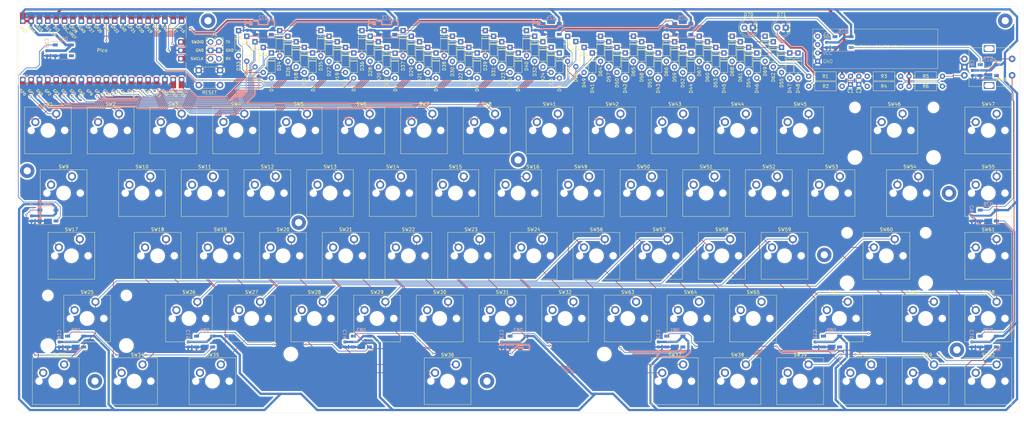
<source format=kicad_pcb>
(kicad_pcb (version 20240108) (generator "pcbnew") (generator_version "8.0")
  (layers (0 "F.Cu" signal) (31 "B.Cu" signal) (34 "B.Paste" user) (35 "F.Paste" user) (36 "B.SilkS" user "B.Silkscreen") (37 "F.SilkS" user "F.Silkscreen") (38 "B.Mask" user) (39 "F.Mask" user) (44 "Edge.Cuts" user))
  (net 0 "")
  (net 1 "Net-(D1-A)")
  (net 2 "Row 1")
  (net 3 "Net-(D2-A)")
  (net 4 "Net-(D3-A)")
  (net 5 "Net-(D4-A)")
  (net 6 "Net-(D5-A)")
  (net 7 "Net-(D6-A)")
  (net 8 "Net-(D7-A)")
  (net 9 "Net-(D8-A)")
  (net 10 "Row 2")
  (net 11 "Net-(D9-A)")
  (net 12 "Net-(D10-A)")
  (net 13 "Net-(D11-A)")
  (net 14 "Net-(D12-A)")
  (net 15 "Net-(D13-A)")
  (net 16 "Net-(D14-A)")
  (net 17 "Net-(D15-A)")
  (net 18 "Net-(D16-A)")
  (net 19 "Row 3")
  (net 20 "Net-(D17-A)")
  (net 21 "Net-(D18-A)")
  (net 22 "Net-(D19-A)")
  (net 23 "Net-(D20-A)")
  (net 24 "Net-(D21-A)")
  (net 25 "Net-(D22-A)")
  (net 26 "Net-(D23-A)")
  (net 27 "Net-(D24-A)")
  (net 28 "Net-(D25-A)")
  (net 29 "Row 4")
  (net 30 "Net-(D26-A)")
  (net 31 "Net-(D27-A)")
  (net 32 "Net-(D28-A)")
  (net 33 "Net-(D29-A)")
  (net 34 "Net-(D30-A)")
  (net 35 "Net-(D31-A)")
  (net 36 "Net-(D32-A)")
  (net 37 "Net-(D33-A)")
  (net 38 "Row 5")
  (net 39 "Net-(D34-A)")
  (net 40 "Net-(D35-A)")
  (net 41 "Net-(D36-A)")
  (net 42 "Net-(D37-A)")
  (net 43 "Net-(D38-A)")
  (net 44 "Net-(D39-A)")
  (net 45 "Net-(D40-A)")
  (net 46 "Net-(D41-A)")
  (net 47 "Row 6")
  (net 48 "Net-(D42-A)")
  (net 49 "Net-(D43-A)")
  (net 50 "Net-(D44-A)")
  (net 51 "Net-(D45-A)")
  (net 52 "Net-(D46-A)")
  (net 53 "Net-(D47-A)")
  (net 54 "Net-(D48-A)")
  (net 55 "Net-(D49-A)")
  (net 56 "Row 7")
  (net 57 "Net-(D50-A)")
  (net 58 "Net-(D51-A)")
  (net 59 "Net-(D52-A)")
  (net 60 "Net-(D53-A)")
  (net 61 "Net-(D54-A)")
  (net 62 "Net-(D55-A)")
  (net 63 "Net-(D56-A)")
  (net 64 "Net-(D57-A)")
  (net 65 "Row 8")
  (net 66 "Net-(D58-A)")
  (net 67 "Net-(D59-A)")
  (net 68 "Net-(D60-A)")
  (net 69 "Net-(D61-A)")
  (net 70 "Net-(D62-A)")
  (net 71 "Net-(D63-A)")
  (net 72 "Net-(D64-A)")
  (net 73 "Col 1")
  (net 74 "Col 2")
  (net 75 "Col 3")
  (net 76 "Col 4")
  (net 77 "Col 5")
  (net 78 "Col 6")
  (net 79 "Col 7")
  (net 80 "Col 8")
  (net 81 "Net-(D66-A)")
  (net 82 "Row 9")
  (net 83 "Net-(D67-A)")
  (net 84 "Net-(D68-A)")
  (net 85 "GND")
  (net 86 "Net-(D65-A)")
  (net 87 "+3V3")
  (net 89 "Net-(D72-DOUT)")
  (net 92 "Net-(U1-RUN)")
  (net 93 "Rot DT")
  (net 94 "Rot CLK")
  (net 95 "Net-(R3-Pad2)")
  (net 96 "Net-(R4-Pad2)")
  (net 97 "Net-(D69-A)")
  (net 98 "Net-(SSD1306_128x32_i2c1-SDA)")
  (net 99 "Net-(SSD1306_128x32_i2c1-SCK)")
  (net 100 "Net-(D70-A)")
  (net 101 "Net-(D71-A)")
  (net 102 "Net-(U1-GPIO27_ADC1)")
  (net 107 "+5V")
  (net 109 "leds")
  (net 110 "Net-(D73-DOUT)")
  (net 111 "Net-(D74-DOUT)")
  (net 112 "Net-(D75-DOUT)")
  (net 113 "Net-(D76-DOUT)")
  (net 114 "Net-(D77-DOUT)")
  (net 115 "Net-(D78-DOUT)")
  (net 116 "Net-(D79-DOUT)")
  (net 117 "Net-(D80-DOUT)")
  (net 118 "Net-(D81-DOUT)")
  (net 119 "Net-(D82-DOUT)")
  (net 120 "Net-(D83-DOUT)")
  (net 121 "Net-(D84-DOUT)")
  (net 122 "Net-(D85-DOUT)")
  (net 123 "Net-(D86-DOUT)")
  (net 125 "uart rx")
  (net 126 "uart tx")
  (net 127 "swclk")
  (net 128 "swdio")
  (footprint "PCM_Switch_Keyboard_Cherry_MX:SW_Cherry_MX_PCB_1.00u" (layer "F.Cu") (at 344.175 202.03)
    (property "Reference" "SW39")
    (property "Value" "SW_Push_45deg")
  )
  (footprint "PCM_Switch_Keyboard_Cherry_MX:SW_Cherry_MX_PCB_1.00u" (layer "F.Cu") (at 163.2 144.88)
    (property "Reference" "SW11")
    (property "Value" "SW_Push_45deg")
  )
  (footprint "Diode_THT:D_DO-35_SOD27_P7.62mm_Horizontal" (layer "F.Cu") (at 243.5 100.6 -90)
    (property "Reference" "D14")
    (property "Value" "1N4148" (hide yes))
  )
  (footprint "PCM_Switch_Keyboard_Cherry_MX:SW_Cherry_MX_PCB_1.00u" (layer "F.Cu") (at 234.6374 182.98)
    (property "Reference" "SW30")
    (property "Value" "SW_Push_45deg")
  )
  (footprint "PCM_Switch_Keyboard_Cherry_MX:SW_Cherry_MX_PCB_1.00u" (layer "F.Cu") (at 344.175 125.83)
    (property "Reference" "SW45")
    (property "Value" "SW_Push_45deg")
  )
  (footprint "MCU_RaspberryPi_and_Boards:RPi_Pico_SMD_TH" (layer "F.Cu") (at 132.06 101.5 90)
    (property "Reference" "Pico")
    (property "Value" "Pico")
  )
  (footprint "PCM_Switch_Keyboard_Cherry_MX:SW_Cherry_MX_PCB_1.00u" (layer "F.Cu") (at 296.55 144.88)
    (property "Reference" "SW50")
    (property "Value" "SW_Push_45deg")
  )
  (footprint "PCM_Switch_Keyboard_Cherry_MX:SW_Cherry_MX_PCB_1.75u" (layer "F.Cu") (at 122.7187 163.93)
    (property "Reference" "SW17")
    (property "Value" "SW_Push_45deg")
  )
  (footprint "Diode_THT:D_DO-35_SOD27_P7.62mm_Horizontal" (layer "F.Cu") (at 186 95.5 -90)
    (property "Reference" "D34")
    (property "Value" "1N4148" (hide yes))
  )
  (footprint "Diode_THT:D_DO-35_SOD27_P7.62mm_Horizontal" (layer "F.Cu") (at 276 98.8 -90)
    (property "Reference" "D56")
    (property "Value" "1N4148" (hide yes))
  )
  (footprint "Rotary_Encoder:RotaryEncoder_Alps_EC11E-Switch_Vertical_H20mm" (layer "F.Cu") (at 394.075 104.09)
    (property "Reference" "SW48")
    (property "Value" "RotaryEncoder_Switch")
  )
  (footprint "Diode_THT:D_DO-35_SOD27_P7.62mm_Horizontal" (layer "F.Cu") (at 298.5 100.6 -90)
    (property "Reference" "D51")
    (property "Value" "1N4148" (hide yes))
  )
  (footprint "Diode_THT:D_DO-35_SOD27_P7.62mm_Horizontal" (layer "F.Cu") (at 236 95.5 -90)
    (property "Reference" "D38")
    (property "Value" "1N4148" (hide yes))
  )
  (footprint "PCM_Switch_Keyboard_Cherry_MX:SW_Cherry_MX_PCB_1.00u" (layer "F.Cu") (at 291.7874 182.98)
    (property "Reference" "SW63")
    (property "Value" "SW_Push_45deg")
  )
  (footprint "PCM_Switch_Keyboard_Cherry_MX:SW_Cherry_MX_PCB_2.25u" (layer "F.Cu") (at 127.4812 182.98)
    (property "Reference" "SW25")
    (property "Value" "SW_Push_45deg")
  )
  (footprint "Resistor_THT:R_Axial_DIN0207_L6.3mm_D2.5mm_P10.16mm_Horizontal" (layer "F.Cu") (at 377.24 109.37)
    (property "Reference" "R5")
    (property "Value" "10k")
  )
  (footprint "PCM_Switch_Keyboard_Cherry_MX:SW_Cherry_MX_PCB_1.00u" (layer "F.Cu") (at 272.7374 182.98)
    (property "Reference" "SW32")
    (property "Value" "SW_Push_45deg")
  )
  (footprint "Diode_THT:D_DO-35_SOD27_P7.62mm_Horizontal" (layer "F.Cu") (at 318.5 100.6 -90)
    (property "Reference" "D53")
    (property "Value" "1N4148" (hide yes))
  )
  (footprint "PCM_Switch_Keyboard_Cherry_MX:SW_Cherry_MX_PCB_1.00u" (layer "F.Cu") (at 306.075 125.83)
    (property "Reference" "SW43")
    (property "Value" "SW_Push_45deg")
  )
  (footprint "PCM_Switch_Keyboard_Cherry_MX:SW_Cherry_MX_PCB_1.00u" (layer "F.Cu") (at 253.6874 182.98)
    (property "Reference" "SW31")
    (property "Value" "SW_Push_45deg")
  )
  (footprint "LED_THT:LED_D5.0mm" (layer "F.Cu") (at 329.77 94.6 180)
    (property "Reference" "D70")
    (property "Value" "LED")
  )
  (footprint "PCM_Mounting_Keyboard_Stabilizer:Stabilizer_Cherry_MX_6.00u" (layer "F.Cu") (at 237.0187 202.03 180)
    (property "Reference" "REF**" (hide yes))
    (property "Value" "Stabilizer_Cherry_MX_6.00u")
  )
  (footprint "Diode_THT:D_DO-35_SOD27_P7.62mm_Horizontal" (layer "F.Cu") (at 233.5 102.3 -90)
    (property "Reference" "D5")
    (property "Value" "1N4148" (hide yes))
  )
  (footprint "MountingHole:MountingHole_2.2mm_M2_Pad" (layer "F.Cu") (at 249 202.03)
    (property "Reference" "H9" (hide yes))
    (property "Value" "MountingHole" (hide yes))
  )
  (footprint "Diode_THT:D_DO-35_SOD27_P7.62mm_Horizontal" (layer "F.Cu") (at 178.5 98.9 -90)
    (property "Reference" "D17")
    (property "Value" "1N4148" (hide yes))
  )
  (footprint "PCM_Switch_Keyboard_Cherry_MX:SW_Cherry_MX_PCB_1.00u" (layer "F.Cu") (at 329.8874 182.98)
    (property "Reference" "SW65")
    (property "Value" "SW_Push_45deg")
  )
  (footprint "MountingHole:MountingHole_2.2mm_M2_Pad" (layer "F.Cu") (at 351.5 163.65)
    (property "Reference" "H6" (hide yes))
    (property "Value" "MountingHole" (hide yes))
  )
  (footprint "Diode_THT:D_DO-35_SOD27_P7.62mm_Horizontal" (layer "F.Cu") (at 258.5 102.3 -90)
    (property "Reference" "D7")
    (property "Value" "1N4148" (hide yes))
  )
  (footprint "Diode_THT:D_DO-35_SOD27_P7.62mm_Horizontal" (layer "F.Cu") (at 173.5 95.5 -90)
    (property "Reference" "D33")
    (property "Value" "1N4148" (hide yes))
  )
  (footprint "Diode_THT:D_DO-35_SOD27_P7.62mm_Horizontal" (layer "F.Cu") (at 343.5 102.3 -90)
    (property "Reference" "D48")
    (property "Value" "1N4148" (hide yes))
  )
  (footprint "Diode_THT:D_DO-35_SOD27_P7.62mm_Horizontal" (layer "F.Cu") (at 286 98.9 -90)
    (property "Reference" "D57")
    (property "Value" "1N4148" (hide yes))
  )
  (footprint "PCM_Switch_Keyboard_Cherry_MX:SW_Cherry_MX_PCB_1.00u" (layer "F.Cu") (at 239.4 144.88)
    (property "Reference" "SW15")
    (property "Value" "SW_Push_45deg")
  )
  (footprint "PCM_Mounting_Keyboard_Stabilizer:Stabilizer_Cherry_MX_2.00u" (layer "F.Cu") (at 370.3686 163.93)
    (property "Reference" "REF**" (hide yes))
    (property "Value" "Stabilizer_Cherry_MX_2.00u")
  )
  (footprint "Diode_THT:D_DO-35_SOD27_P7.62mm_Horizontal" (layer "F.Cu") (at 321 102.3 -90)
    (property "Reference" "D45")
    (property "Value" "1N4148" (hide yes))
  )
  (footprint "PCM_Switch_Keyboard_Cherry_MX:SW_Cherry_MX_PCB_1.00u" (layer "F.Cu") (at 158.4374 182.98)
    (property "Reference" "SW26")
    (property "Value" "SW_Push_45deg")
  )
  (footprint "Diode_THT:D_DO-35_SOD27_P7.62mm_Horizontal" (layer "F.Cu") (at 188.5 97.2 -90)
    (property "Reference" "D26")
    (property "Value" "1N4148" (hide yes))
  )
  (footprint "PCM_Switch_Keyboard_Cherry_MX:SW_Cherry_MX_PCB_1.00u" (layer "F.Cu") (at 301.3124 163.93)
    (property "Reference" "SW57")
    (property "Value" "SW_Push_45deg")
  )
  (footprint "MountingHole:MountingHole_2.2mm_M2_Pad" (layer "F.Cu") (at 164.22 92.5)
    (property "Reference" "H1" (hide yes))
    (property "Value" "MountingHole" (hide yes))
  )
  (footprint "Diode_THT:D_DO-35_SOD27_P7.62mm_Horizontal" (layer "F.Cu") (at 331 102.3 -90)
    (property "Reference" "D46")
    (property "Value" "1N4148" (hide yes))
  )
  (footprint "Diode_THT:D_DO-35_SOD27_P7.62mm_Horizontal" (layer "F.Cu") (at 256 100.6 -90)
    (property "Reference" "D15")
    (property "Value" "1N4148" (hide yes))
  )
  (footprint "PCM_Switch_Keyboard_Cherry_MX:SW_Cherry_MX_PCB_1.00u" (layer "F.Cu") (at 315.6 144.88)
    (property "Reference" "SW51")
    (property "Value" "SW_Push_45deg")
  )
  (footprint "Diode_THT:D_DO-35_SOD27_P7.62mm_Horizontal" (layer "F.Cu") (at 293.5 97.2 -90)
    (property "Reference" "D65")
    (property "Value" "1N4148" (hide yes))
  )
  (footprint "Diode_THT:D_DO-35_SOD27_P7.62mm_Horizontal" (layer "F.Cu") (at 281 102.3 -90)
    (property "Reference" "D41")
    (property "Value" "1N4148" (hide yes))
  )
  (footprint "PCM_Switch_Keyboard_Cherry_MX:SW_Cherry_MX_PCB_1.00u" (layer "F.Cu") (at 277.5 144.88)
    (property "Reference" "SW49")
    (property "Value" "SW_Push_45deg")
  )
  (footprint "PCM_Switch_Keyboard_Cherry_MX:SW_Cherry_MX_PCB_1.00u" (layer "F.Cu") (at 215.5874 182.98)
    (property "Reference" "SW29")
    (property "Value" "SW_Push_45deg")
  )
  (footprint "MountingHole:MountingHole_2.2mm_M2_Pad" (layer "F.Cu") (at 389.4 144.88)
    (property "Reference" "H7" (hide yes))
    (property "Value" "MountingHole" (hide yes))
  )
  (footprint "MountingHole:MountingHole_2.2mm_M2_Pad" (layer "F.Cu") (at 258.45 134.8)
    (property "Reference" "H4" (hide yes))
    (property "Value" "MountingHole" (hide yes))
  )
  (footprint "Diode_THT:D_DO-35_SOD27_P7.62mm_Horizontal" (layer "F.Cu") (at 278.5 100.6 -90)
    (property "Reference" "D49")
    (property "Value" "1N4148" (hide yes))
  )
  (footprint "Diode_THT:D_DO-35_SOD27_P7.62mm_Horizontal" (layer "F.Cu") (at 193.5 100.6 -90)
    (property "Reference" "D10")
    (property "Value" "1N4148" (hide yes))
  )
  (footprint "Diode_THT:D_DO-35_SOD27_P7.62mm_Horizontal" (layer "F.Cu") (at 303.5 97.2 -90)
    (property "Reference" "D66")
    (property "Value" "1N4148" (hide yes))
  )
  (footprint "Diode_THT:D_DO-35_SOD27_P7.62mm_Horizontal" (layer "F.Cu") (at 216 98.9 -90)
    (property "Reference" "D20")
    (property "Value" "1N4148" (hide yes))
  )
  (footprint "Diode_THT:D_DO-35_SOD27_P7.62mm_Horizontal" (layer "F.Cu") (at 326 98.9 -90)
    (property "Reference" "D61")
    (property "Value" "1N4148" (hide yes))
  )
  (footprint "Diode_THT:D_DO-35_SOD27_P7.62mm_Horizontal" (layer "F.Cu") (at 248.5 95.5 -90)
    (property "Reference" "D39")
    (property "Value" "1N4148" (hide yes))
  )
  (footprint "PCM_Switch_Keyboard_Cherry_MX:SW_Cherry_MX_PCB_1.00u" (layer "F.Cu") (at 401.3248 125.83)
    (property "Reference" "SW47")
    (property "Value" "SW_Push_45deg")
  )
  (footprint "Diode_THT:D_DO-35_SOD27_P7.62mm_Horizontal" (layer "F.Cu") (at 308.5 100.6 -90)
    (property "Reference" "D52")
    (property "Value" "1N4148" (hide yes))
  )
  (footprint "MountingHole:MountingHole_2.2mm_M2_Pad" (layer "F.Cu") (at 109.3 138.11)
    (property "Reference" "H3" (hide yes))
    (property "Value" "MountingHole" (hide yes))
  )
  (footprint "Capacitor_THT:C_Disc_D3.0mm_W1.6mm_P2.50mm" (layer "F.Cu") (at 359.46 109.37 -90)
    (property "Reference" "C1")
    (property "Value" "0.01 µf")
  )
  (footprint "Resistor_THT:R_Axial_DIN0207_L6.3mm_D2.5mm_P10.16mm_Horizontal" (layer "F.Cu") (at 356.92 109.37 180)
    (property "Reference" "R1")
    (property "Value" "390")
  )
  (footprint "Diode_THT:D_DO-35_SOD27_P7.62mm_Horizontal" (layer "F.Cu") (at 311 102.3 -90)
    (property "Reference" "D44")
    (property "Value" "1N4148" (hide yes))
  )
  (footprint "Resistor_THT:R_Axial_DIN0207_L6.3mm_D2.5mm_P10.16mm_Horizontal" (layer "F.Cu") (at 364.54 112.42)
    (property "Reference" "R4")
    (property "Value" "10k")
  )
  (footprint "Diode_THT:D_DO-35_SOD27_P7.62mm_Horizontal" (layer "F.Cu") (at 316 98.9 -90)
    (property "Reference" "D60")
    (property "Value" "1N4148" (hide yes))
  )
  (footprint "PCM_Switch_Keyboard_Cherry_MX:SW_Cherry_MX_PCB_2.25u" (layer "F.Cu") (at 370.3686 163.93)
    (property "Reference" "SW60")
    (property "Value" "SW_Push_45deg")
  )
  (footprint "Diode_THT:D_DO-35_SOD27_P7.62mm_Horizontal" (layer "F.Cu") (at 231 100.6 -90)
    (property "Reference" "D13")
    (property "Value" "1N4148" (hide yes))
  )
  (footprint "Diode_THT:D_DO-35_SOD27_P7.62mm_Horizontal" (layer "F.Cu") (at 296 98.9 -90)
    (property "Reference" "D58")
    (property "Value" "1N4148" (hide yes))
  )
  (footprint "PCM_Switch_Keyboard_Cherry_MX:SW_Cherry_MX_PCB_2.00u" (layer "F.Cu") (at 372.75 125.83)
    (property "Reference" "SW46")
    (property "Value" "SW_Push_45deg")
  )
  (footprint "Diode_THT:D_DO-35_SOD27_P7.62mm_Horizontal" (layer "F.Cu") (at 221 102.3 -90)
    (property "Reference" "D4")
    (property "Value" "1N4148" (hide yes))
  )
  (footprint "PCM_Switch_Keyboard_Cherry_MX:SW_Cherry_MX_PCB_1.00u" (layer "F.Cu") (at 287.025 125.83)
    (property "Reference" "SW42")
    (property "Value" "SW_Push_45deg")
  )
  (footprint "PCM_Switch_Keyboard_Cherry_MX:SW_Cherry_MX_PCB_1.00u" (layer "F.Cu") (at 267.975 125.83)
    (property "Reference" "SW41")
    (property "Value" "SW_Push_45deg")
  )
  (footprint "Diode_THT:D_DO-35_SOD27_P7.62mm_Horizontal" (layer "F.Cu") (at 198.5 95.5 -90)
    (property "Reference" "D35")
    (property "Value" "1N4148" (hide yes))
  )
  (footprint "PCM_Switch_Keyboard_Cherry_MX:SW_Cherry_MX_PCB_1.75u" (layer "F.Cu") (at 356.0811 182.98)
    (property "Reference" "SW66")
    (property "Value" "SW_Push_45deg")
  )
  (footprint "Diode_THT:D_DO-35_SOD27_P7.62mm_Horizontal" (layer "F.Cu") (at 328.5 100.6 -90)
    (property "Reference" "D54")
    (property "Value" "1N4148" (hide yes))
  )
  (footprint "Capacitor_THT:C_Disc_D3.0mm_W1.6mm_P2.50mm" (layer "F.Cu") (at 362 109.37 -90)
    (property "Reference" "C2")
    (property "Value" "0.01 µf")
  )
  (footprint "PCM_Switch_Keyboard_Cherry_MX:SW_Cherry_MX_PCB_1.00u" (layer "F.Cu") (at 263.2124 163.93)
    (property "Reference" "SW24")
    (property "Value" "SW_Push_45deg")
  )
  (footprint "PCM_Switch_Keyboard_Cherry_MX:SW_Cherry_MX_PCB_1.00u" (layer "F.Cu") (at 353.7 144.88)
    (property "Reference" "SW53")
    (property "Value" "SW_Push_45deg")
  )
  (footprint "Diode_THT:D_DO-35_SOD27_P7.62mm_Horizontal" (layer "F.Cu") (at 191 98.9 -90)
    (property "Reference" "D18")
    (property "Value" "1N4148" (hide yes))
  )
  (footprint "PCM_Switch_Keyboard_Cherry_MX:SW_Cherry_MX_PCB_1.00u" (layer "F.Cu") (at 182.25 144.88)
    (property "Reference" "SW12")
    (property "Value" "SW_Push_45deg")
  )
  (footprint "Diode_THT:D_DO-35_SOD27_P7.62mm_Horizontal" (layer "F.Cu") (at 313.5 97.2 -90)
    (property "Reference" "D67")
    (property "Value" "1N4148" (hide yes))
  )
  (footprint "PCM_Switch_Keyboard_Cherry_MX:SW_Cherry_MX_PCB_1.00u" (layer "F.Cu") (at 206.0624 163.93)
    (property "Reference" "SW21")
    (property "Value" "SW_Push_45deg")
  )
  (footprint "Diode_THT:D_DO-35_SOD27_P7.62mm_Horizontal" (layer "F.Cu") (at 273.5 97.2 -90)
    (property "Reference" "D63")
    (property "Value" "1N4148" (hide yes))
  )
  (footprint "Diode_THT:D_DO-35_SOD27_P7.62mm_Horizontal" (layer "F.Cu") (at 218.5 100.6 -90)
    (property "Reference" "D12")
    (property "Value" "1N4148" (hide yes))
  )
  (footprint "Diode_THT:D_DO-35_SOD27_P7.62mm_Horizontal" (layer "F.Cu") (at 251 97.2 -90)
    (property "Reference" "D31")
    (property "Value" "1N4148" (hide yes))
  )
  (footprint "PCM_Switch_Keyboard_Cherry_MX:SW_Cherry_MX_PCB_1.00u" (layer "F.Cu") (at 153.675 125.83)
    (property "Reference" "SW3")
    (property "Value" "SW_Push_45deg")
  )
  (footprint "PCM_Switch_Keyboard_Cherry_MX:SW_Cherry_MX_PCB_1.50u" (layer "F.Cu") (at 120.3375 144.88)
    (property "Reference" "SW9")
    (property "Value" "SW_Push_45deg")
  )
  (footprint "MountingHole:MountingHole_2.2mm_M2_Pad" (layer "F.Cu") (at 391.8 192.505)
    (property "Reference" "H5" (hide yes))
    (property "Value" "MountingHole" (hide yes))
  )
  (footprint "Button_Switch_THT:SW_PUSH_6mm" (layer "F.Cu") (at 167.9 112.05 180)
    (property "Reference" "RESET")
    (property "Value" "SW_Push")
  )
  (footprint "PCM_Switch_Keyboard_Cherry_MX:SW_Cherry_MX_PCB_1.00u" (layer "F.Cu") (at 310.8374 182.98)
    (property "Reference" "SW64")
    (property "Value" "SW_Push_45deg")
  )
  (footprint "PCM_Switch_Keyboard_Cherry_MX:SW_Cherry_MX_PCB_1.00u" (layer "F.Cu") (at 363.225 202.03)
    (property "Reference" "SW40")
    (property "Value" "SW_Push_45deg")
  )
  (footprint "Diode_THT:D_DO-35_SOD27_P7.62mm_Horizontal" (layer "F.Cu") (at 306 98.9 -90)
    (property "Reference" "D59")
    (property "Value" "1N4148" (hide yes))
  )
  (footprint "Resistor_THT:R_Axial_DIN0207_L6.3mm_D2.5mm_P10.16mm_Horizontal" (layer "F.Cu") (at 377.24 112.42)
    (property "Reference" "R6")
    (property "Value" "10k")
  )
  (footprint "PCM_Switch_Keyboard_Cherry_MX:SW_Cherry_MX_PCB_1.00u" (layer "F.Cu") (at 334.65 144.88)
    (property "Reference" "SW52")
    (property "Value" "SW_Push_45deg")
  )
  (footprint "PCM_Switch_Keyboard_Cherry_MX:SW_Cherry_MX_PCB_1.00u" (layer "F.Cu") (at 282.2624 163.93)
    (property "Reference" "SW56")
    (property "Value" "SW_Push_45deg")
  )
  (footprint "MountingHole:MountingHole_2.2mm_M2_Pad" (layer "F.Cu") (at 191.775 153.85)
    (property "Reference" "H10" (hide yes))
    (property "Value" "MountingHole" (hide yes))
  )
  (footprint "Diode_THT:D_DO-35_SOD27_P7.62mm_Horizontal" (layer "F.Cu") (at 301 102.3 -90)
    (property "Reference" "D43")
    (property "Value" "1N4148" (hide yes))
  )
  (footprint "Diode_THT:D_DO-35_SOD27_P7.62mm_Horizontal" (layer "F.Cu") (at 213.5 97.2 -90)
    (property "Reference" "D28")
    (property "Value" "1N4148" (hide yes))
  )
  (footprint "Diode_THT:D_DO-35_SOD27_P7.62mm_Horizontal" (layer "F.Cu") (at 263.5 97.2 -90)
    (property "Reference" "D32")
    (property "Value" "1N4148" (hide yes))
  )
  (footprint "PCM_Switch_Keyboard_Cherry_MX:SW_Cherry_MX_PCB_1.00u" (layer "F.Cu") (at 134.625 125.83)
    (property "Reference" "SW2")
    (property "Value" "SW_Push_45deg")
  )
  (footprint "PCM_Switch_Keyboard_Cherry_MX:SW_Cherry_MX_PCB_1.00u" (layer "F.Cu") (at 167.9624 163.93)
    (property "Reference" "SW19")
    (property "Value" "SW_Push_45deg")
  )
  (footprint "Diode_THT:D_DO-35_SOD27_P7.62mm_Horizontal" (layer "F.Cu") (at 181 100.6 -90)
    (property "Reference" "D9")
    (property "Value" "1N4148" (hide yes))
  )
  (footprint "Diode_THT:D_DO-35_SOD27_P7.62mm_Horizontal" (layer "F.Cu") (at 323.5 97.2 -90)
    (property "Reference" "D68")
    (property "Value" "1N4148" (hide yes))
  )
  (footprint "Diode_THT:D_DO-35_SOD27_P7.62mm_Horizontal" (layer "F.Cu") (at 246 102.3 -90)
    (property "Reference" "D6")
    (property "Value" "1N4148" (hide yes))
  )
  (footprint "PCM_Mounting_Keyboard_Stabilizer:Stabilizer_Cherry_MX_2.00u" (layer "F.Cu") (at 372.75 125.83)
    (property "Reference" "REF**" (hide yes))
    (property "Value" "Stabilizer_Cherry_MX_2.00u")
  )
  (footprint "Diode_THT:D_DO-35_SOD27_P7.62mm_Horizontal" (layer "F.Cu") (at 336 98.9 -90)
    (property "Reference" "D62")
    (property "Value" "1N4148" (hide yes))
  )
  (footprint "PCM_Switch_Keyboard_Cherry_MX:SW_Cherry_MX_PCB_1.00u" (layer "F.Cu") (at 220.35 144.88)
    (property "Reference" "SW14")
    (property "Value" "SW_Push_45deg")
  )
  (footprint "LED_THT:LED_D5.0mm" (layer "F.Cu") (at 339.77 94.6 180)
    (property "Reference" "D71")
    (property "Value" "LED")
  )
  (footprint "Diode_THT:D_DO-35_SOD27_P7.62mm_Horizontal" (layer "F.Cu") (at 333.5 97.2 -90)
    (property "Reference" "D69")
    (property "Value" "1N4148" (hide yes))
  )
  (footprint "PCM_Switch_Keyboard_Cherry_MX:SW_Cherry_MX_PCB_1.00u" (layer "F.Cu") (at 401.3248 182.98)
    (property "Reference" "SW68")
    (property "Value" "SW_Push_45deg")
  )
  (footprint "Connector_PinHeader_2.54mm:PinHeader_2x03_P2.54mm_Vertical" (layer "F.Cu") (at 165 98.96)
    (property "Reference" "J1")
    (property "Value" "Conn_01x06_Socket")
  )
  (footprint "PCM_Switch_Keyboard_Cherry_MX:SW_Cherry_MX_PCB_1.00u" (layer "F.Cu") (at 201.3 144.88)
    (property "Reference" "SW13")
    (property "Value" "SW_Push_45deg")
  )
  (footprint "PCM_Switch_Keyboard_Cherry_MX:SW_Cherry_MX_PCB_1.00u" (layer "F.Cu") (at 244.1624 163.93)
    (property "Reference" "SW23")
    (property "Value" "SW_Push_45deg")
  )
  (footprint "PCM_Switch_Keyboard_Cherry_MX:SW_Cherry_MX_PCB_1.00u" (layer "F.Cu") (at 210.825 125.83)
    (property "Reference" "SW6")
    (property "Value" "SW_Push_45deg")
  )
  (footprint "PCM_Switch_Keyboard_Cherry_MX:SW_Cherry_MX_PCB_1.00u" (layer "F.Cu") (at 172.725 125.83)
    (property "Reference" "SW4")
    (property "Value" "SW_Push_45deg")
  )
  (footprint "PCM_Switch_Keyboard_Cherry_MX:SW_Cherry_MX_PCB_1.25u" (layer "F.Cu") (at 117.9562 202.03)
    (property "Reference" "SW33")
    (property "Value" "SW_Push_45deg")
  )
  (footprint "Diode_THT:D_DO-35_SOD27_P7.62mm_Horizontal" (layer "F.Cu") (at 196 102.3 -90)
    (property "Reference" "D2")
    (property "Value" "1N4148" (hide yes))
  )
  (footprint "Diode_THT:D_DO-35_SOD27_P7.62mm_Horizontal" (layer "F.Cu") (at 253.5 98.9 -90)
    (property "Reference" "D23")
    (property "Value" "1N4148" (hide yes))
  )
  (footprint "Diode_THT:D_DO-35_SOD27_P7.62mm_Horizontal" (layer "F.Cu") (at 288.5 100.6 -90)
    (property "Reference" "D50")
    (property "Value" "1N4148" (hide yes))
  )
  (footprint "Diode_THT:D_DO-35_SOD27_P7.62mm_Horizontal" (layer "F.Cu") (at 238.5 97.2 -90)
    (property "Reference" "D30")
    (property "Value" "1N4148" (hide yes))
  )
  (footprint "PCM_Switch_Keyboard_Cherry_MX:SW_Cherry_MX_PCB_1.00u" (layer "F.Cu") (at 339.4124 163.93)
    (property "Reference" "SW59")
    (property "Value" "SW_Push_45deg")
  )
  (footprint "PCM_Switch_Keyboard_Cherry_MX:SW_Cherry_MX_PCB_1.00u" (layer "F.Cu") (at 248.925 125.83)
    (property "Reference" "SW8")
    (property "Value" "SW_Push_45deg")
  )
  (footprint "PCM_Switch_Keyboard_Cherry_MX:SW_Cherry_MX_PCB_1.00u" (layer "F.Cu") (at 191.775 125.83)
    (property "Reference" "SW5")
    (property "Value" "SW_Push_45deg")
  )
  (footprint "PCM_Switch_Keyboard_Cherry_MX:SW_Cherry_MX_PCB_1.00u" (layer "F.Cu") (at 115.575 125.83)
    (property "Reference" "SW1")
    (property "Value" "SW_Push_45deg")
  )
  (footprint "Diode_THT:D_DO-35_SOD27_P7.62mm_Horizontal" (layer "F.Cu") (at 211 95.5 -90)
    (property "Reference" "D36")
    (property "Value" "1N4148" (hide yes))
  )
  (footprint "PCM_Mounting_Keyboard_Stabilizer:Stabilizer_Cherry_MX_2.00u" (layer "F.Cu") (at 127.4812 182.98)
    (property "Reference" "REF**" (hide yes))
    (property "Value" "Stabilizer_Cherry_MX_2.00u")
  )
  (footprint "Diode_THT:D_DO-35_SOD27_P7.62mm_Horizontal" (layer "F.Cu") (at 201 97.2 -90)
    (property "Reference" "D27")
    (property "Value" "1N4148" (hide yes))
  )
  (footprint "PCM_Switch_Keyboard_Cherry_MX:SW_Cherry_MX_PCB_1.00u" (layer "F.Cu") (at 306.075 202.03)
    (property "Reference" "SW37")
    (property "Value" "SW_Push_45deg")
  )
  (footprint "PCM_Switch_Keyboard_Cherry_MX:SW_Cherry_MX_PCB_1.00u" (layer "F.Cu") (at 382.2748 202.03)
    (property "Reference" "SW69")
    (property "Value" "SW_Push_45deg")
  )
  (footprint "Diode_THT:D_DO-35_SOD27_P7.62mm_Horizontal" (layer "F.Cu") (at 266 98.9 -90)
    (property "Reference" "D24")
    (property "Value" "1N4148" (hide yes))
  )
  (footprint "Diode_THT:D_DO-35_SOD27_P7.62mm_Horizontal" (layer "F.Cu") (at 268.5 100.6 -90)
    (property "Reference" "D16")
    (property "Value" "1N4148" (hide yes))
  )
  (footprint "PCM_Switch_Keyboard_Cherry_MX:SW_Cherry_MX_PCB_1.00u" (layer "F.Cu") (at 148.9124 163.93)
    (property "Reference" "SW18")
    (property "Value" "SW_Push_45deg")
  )
  (footprint "PCM_Switch_Keyboard_Cherry_MX:SW_Cherry_MX_PCB_1.00u" (layer "F.Cu") (at 401.3248 202.03)
    (property "Reference" "SW62")
    (property "Value" "SW_Push_45deg")
  )
  (footprint "PCM_Switch_Keyboard_Cherry_MX:SW_Cherry_MX_PCB_1.25u" (layer "F.Cu") (at 165.5812 202.03)
    (property "Reference" "SW35")
    (property "Value" "SW_Push_45deg")
  )
  (footprint "Diode_THT:D_DO-35_SOD27_P7.62mm_Horizontal" (layer "F.Cu") (at 206 100.6 -90)
    (property "Reference" "D11")
    (property "Value" "1N4148" (hide yes))
  )
  (footprint "PCM_Switch_Keyboard_Cherry_MX:SW_Cherry_MX_PCB_1.50u" (layer "F.Cu") (at 377.5125 144.88)
    (property "Reference" "SW54")
    (property "Value" "SW_Push_45deg")
  )
  (footprint "PCM_Switch_Keyboard_Cherry_MX:SW_Cherry_MX_PCB_1.00u" (layer "F.Cu") (at 325.125 202.03)
    (property "Reference" "SW38")
    (property "Value" "SW_Push_45deg")
  )
  (footprint "Diode_THT:D_DO-35_SOD27_P7.62mm_Horizontal" (layer "F.Cu") (at 291 102.3 -90)
    (property "Reference" "D42")
    (property "Value" "1N4148" (hide yes))
  )
  (footprint "Diode_THT:D_DO-35_SOD27_P7.62mm_Horizontal" (layer "F.Cu") (at 208.5 102.3 -90)
    (property "Reference" "D3")
    (property "Value" "1N4148" (hide yes))
  )
  (footprint "PCM_Switch_Keyboard_Cherry_MX:SW_Cherry_MX_PCB_6.25u" (layer "F.Cu") (at 237.0187 202.03)
    (property "Reference" "SW36")
    (property "Value" "SW_Push_45deg")
  )
  (footprint "PCM_Switch_Keyboard_Cherry_MX:SW_Cherry_MX_PCB_1.00u" (layer "F.Cu") (at 320.3624 163.93)
    (property "Reference" "SW58")
    (property "Value" "SW_Push_45deg")
  )
  (footprint "Diode_THT:D_DO-35_SOD27_P7.62mm_Horizontal" (layer "F.Cu") (at 341 102.3 -90)
    (property "Reference" "D47")
    (property "Value" "1N4148" (hide yes))
  )
  (footprint "Diode_THT:D_DO-35_SOD27_P7.62mm_Horizontal" (layer "F.Cu") (at 176 97.2 -90)
    (property "Reference" "D25")
    (property "Value" "1N4148" (hide yes))
  )
  (footprint "PCM_Switch_Keyboard_Cherry_MX:SW_Cherry_MX_PCB_1.00u" (layer "F.Cu") (at 401.3248 163.93)
    (property "Reference" "SW61")
    (property "Value" "SW_Push_45deg")
  )
  (footprint "Diode_THT:D_DO-35_SOD27_P7.62mm_Horizontal" (layer "F.Cu") (at 228.5 98.9 -90)
    (property "Reference" "D21")
    (property "Value" "1N4148" (hide yes))
  )
  (footprint "Diode_THT:D_DO-35_SOD27_P7.62mm_Horizontal" (layer "F.Cu") (at 223.5 95.5 -90)
    (property "Reference" "D37")
    (property "Value" "1N4148" (hide yes))
  )
  (footprint "PCM_Switch_Keyboard_Cherry_MX:SW_Cherry_MX_PCB_1.00u" (layer "F.Cu") (at 325.125 125.83)
    (property "Reference" "SW44")
    (property "Value" "SW_Push_45deg")
  )
  (footprint "MountingHole:MountingHole_2.2mm_M2_Pad" (layer "F.Cu") (at 129.8624 202.03)
    (property "Reference" "H8" (hide yes))
    (property "Value" "MountingHole" (hide yes))
  )
  (footprint "PCM_Switch_Keyboard_Cherry_MX:SW_Cherry_MX_PCB_1.00u" (layer "F.Cu") (at 229.875 125.83)
    (property "Reference" "SW7")
    (property "Value" "SW_Push_45deg")
  )
  (footprint "Diode_THT:D_DO-35_SOD27_P7.62mm_Horizontal" (layer "F.Cu") (at 283.5 97.2 -90)
    (property "Reference" "D64")
    (property "Value" "1N4148" (hide yes))
  )
  (footprint "PCM_Switch_Keyboard_Cherry_MX:SW_Cherry_MX_PCB_1.00u" (layer "F.Cu") (at 196.5374 182.98)
    (property "Reference" "SW28")
    (property "Value" "SW_Push_45deg")
  )
  (footprint "PCM_Switch_Keyboard_Cherry_MX:SW_Cherry_MX_PCB_1.00u" (layer "F.Cu") (at 225.1124 163.93)
    (property "Reference" "SW22")
    (property "Value" "SW_Push_45deg")
  )
  (footprint "Diode_THT:D_DO-35_SOD27_P7.62mm_Horizontal" (layer "F.Cu") (at 183.5 102.3 -90)
    (property "Reference" "D1")
    (property "Value" "1N4148")
  )
  (footprint "SPI_Displays:SSD1306_128x32_i2c" (layer "F.Cu") (at 367 101.03)
    (property "Reference" "SSD1306_128x32_i2c1")
    (property "Value" "~")
  )
  (footprint "Resistor_THT:R_Axial_DIN0207_L6.3mm_D2.5mm_P10.16mm_Horizontal" (layer "F.Cu") (at 356.92 112.42 180)
    (property "Reference" "R2")
    (property "Value" "390")
  )
  (footprint "PCM_Switch_Keyboard_Cherry_MX:SW_Cherry_MX_PCB_1.00u" (layer "F.Cu") (at 187.0124 163.93)
    (property "Reference" "SW20")
    (property "Value" "SW_Push_45deg")
  )
  (footprint "Diode_THT:D_DO-35_SOD27_P7.62mm_Horizontal" (layer "F.Cu") (at 261 95.5 -90)
    (property "Reference" "D40")
    (property "Value" "1N4148" (hide yes))
  )
  (footprint "PCM_Switch_Keyboard_Cherry_MX:SW_Cherry_MX_PCB_1.00u" (layer "F.Cu") (at 401.3248 144.88)
    (property "Reference" "SW55")
    (property "Value" "SW_Push_45deg")
  )
  (footprint "PCM_Switch_Keyboard_Cherry_MX:SW_Cherry_MX_PCB_1.00u" (layer "F.Cu") (at 258.45 144.88)
    (property "Reference" "SW16")
    (property "Value" "SW_Push_45deg")
  )
  (footprint "PCM_Switch_Keyboard_Cherry_MX:SW_Cherry_MX_PCB_1.00u" (layer "F.Cu") (at 177.4874 182.98)
    (property "Reference" "SW27")
    (property "Value" "SW_Push_45deg")
  )
  (footprint "Resistor_THT:R_Axial_DIN0207_L6.3mm_D2.5mm_P10.16mm_Horizontal" (layer "F.Cu") (at 364.54 109.37)
    (property "Reference" "R3")
    (property "Value" "10k")
  )
  (footprint "Diode_THT:D_DO-35_SOD27_P7.62mm_Horizontal" (layer "F.Cu") (at 241 98.9 -90)
    (property "Reference" "D22")
    (property "Value" "1N4148" (hide yes))
  )
  (footprint "Diode_THT:D_DO-35_SOD27_P7.62mm_Horizontal" (layer "F.Cu") (at 203.5 98.9 -90)
    (property "Reference" "D19")
    (property "Value" "1N4148" (hide yes))
  )
  (footprint "Diode_THT:D_DO-35_SOD27_P7.62mm_Horizontal" (layer "F.Cu") (at 338.5 100.6 -90)
    (property "Reference" "D55")
    (property "Value" "1N4148" (hide yes))
  )
  (footprint "PCM_Switch_Keyboard_Cherry_MX:SW_Cherry_MX_PCB_1.00u" (layer "F.Cu") (at 382.2748 182.98)
    (property "Reference" "SW67")
    (property "Value" "SW_Push_45deg")
  )
  (footprint "Diode_THT:D_DO-35_SOD27_P7.62mm_Horizontal" (layer "F.Cu") (at 226 97.2 -90)
    (property "Reference" "D29")
    (property "Value" "1N4148" (hide yes))
  )
  (footprint "PCM_Switch_Keyboard_Cherry_MX:SW_Cherry_MX_PCB_1.00u" (layer "F.Cu") (at 144.15 144.88)
    (property "Reference" "SW10")
    (property "Value" "SW_Push_45deg")
  )
  (footprint "MountingHole:MountingHole_2.2mm_M2_Pad" (layer "F.Cu") (at 406.48 92.5)
    (property "Reference" "H2" (hide yes))
    (property "Value" "MountingHole" (hide yes))
  )
  (footprint "Diode_THT:D_DO-35_SOD27_P7.62mm_Horizontal" (layer "F.Cu") (at 271 102.3 -90)
    (property "Reference" "D8")
    (property "Value" "1N4148" (hide yes))
  )
  (footprint "PCM_Switch_Keyboard_Cherry_MX:SW_Cherry_MX_PCB_1.25u" (layer "F.Cu") (at 141.7687 202.03)
    (property "Reference" "SW34")
    (property "Value" "SW_Push_45deg")
  )
  (footprint "LED_SMD:LED_WS2812B_PLCC4_5.0x5.0mm_P3.2mm" (layer "B.Cu") (at 401.3248 151.7 180)
    (property "Reference" "D78")
    (property "Value" "WS2812B")
  )
  (footprint "Capacitor_SMD:C_0603_1608Metric" (layer "B.Cu") (at 253.45 190.875 90)
    (property "Reference" "C13")
    (property "Value" "100nF")
  )
  (footprint "LED_SMD:LED_WS2812B_PLCC4_5.0x5.0mm_P3.2mm" (layer "B.Cu") (at 218.5 95 180)
    (property "Reference" "D73")
    (property "Value" "WS2812B")
  )
  (footprint "LED_SMD:LED_WS2812B_PLCC4_5.0x5.0mm_P3.2mm" (layer "B.Cu") (at 308.5 95 180)
    (property "Reference" "D75")
    (property "Value" "WS2812B")
  )
  (footprint "LED_SMD:LED_WS2812B_PLCC4_5.0x5.0mm_P3.2mm" (layer "B.Cu") (at 163.2 190 180)
    (property "Reference" "D84")
    (property "Value" "WS2812B")
  )
  (footprint "LED_SMD:LED_WS2812B_PLCC4_5.0x5.0mm_P3.2mm" (layer "B.Cu") (at 210.825 190 180)
    (property "Reference" "D83")
    (property "Value" "WS2812B")
  )
  (footprint "Capacitor_SMD:C_0603_1608Metric" (layer "B.Cu") (at 352.2 99.875 90)
    (property "Reference" "C7")
    (property "Value" "100nF")
  )
  (footprint "Capacitor_SMD:C_0603_1608Metric" (layer "B.Cu") (at 301.075 190.875 90)
    (property "Reference" "C12")
    (property "Value" "100nF")
  )
  (footprint "Capacitor_SMD:C_0603_1608Metric" (layer "B.Cu") (at 396.3248 152.575 90)
    (property "Reference" "C9")
    (property "Value" "100nF")
  )
  (footprint "LED_SMD:LED_WS2812B_PLCC4_5.0x5.0mm_P3.2mm" (layer "B.Cu") (at 258.45 190 180)
    (property "Reference" "D82")
    (property "Value" "WS2812B")
  )
  (footprint "LED_SMD:LED_WS2812B_PLCC4_5.0x5.0mm_P3.2mm" (layer "B.Cu") (at 401.3248 107.5 180)
    (property "Reference" "D77")
    (property "Value" "WS2812B")
  )
  (footprint "LED_SMD:LED_WS2812B_PLCC4_5.0x5.0mm_P3.2mm" (layer "B.Cu") (at 353.7 190 180)
    (property "Reference" "D80")
    (property "Value" "WS2812B")
  )
  (footprint "LED_SMD:LED_WS2812B_PLCC4_5.0x5.0mm_P3.2mm" (layer "B.Cu") (at 115.575 151.7 180)
    (property "Reference" "D86")
    (property "Value" "WS2812B")
  )
  (footprint "LED_SMD:LED_WS2812B_PLCC4_5.0x5.0mm_P3.2mm" (layer "B.Cu") (at 268.5 95 180)
    (property "Reference" "D74")
    (property "Value" "WS2812B")
  )
  (footprint "LED_SMD:LED_WS2812B_PLCC4_5.0x5.0mm_P3.2mm" (layer "B.Cu") (at 401.3248 190 180)
    (property "Reference" "D79")
    (property "Value" "WS2812B")
  )
  (footprint "Capacitor_SMD:C_0603_1608Metric" (layer "B.Cu") (at 263.7 94.6 90)
    (property "Reference" "C5")
    (property "Value" "100nF")
  )
  (footprint "Capacitor_SMD:C_0603_1608Metric" (layer "B.Cu") (at 158.2 190.875 90)
    (property "Reference" "C15")
    (property "Value" "100nF")
  )
  (footprint "Capacitor_SMD:C_0603_1608Metric" (layer "B.Cu") (at 348.7 190.875 90)
    (property "Reference" "C11")
    (property "Value" "100nF")
  )
  (footprint "Capacitor_SMD:C_0603_1608Metric" (layer "B.Cu") (at 110.575 152.575 90)
    (property "Reference" "C17")
    (property "Value" "100nF")
  )
  (footprint "LED_SMD:LED_WS2812B_PLCC4_5.0x5.0mm_P3.2mm" (layer "B.Cu") (at 124 190 180)
    (property "Reference" "D85")
    (property "Value" "WS2812B")
  )
  (footprint "Capacitor_SMD:C_0603_1608Metric" (layer "B.Cu") (at 115.25 102.375 90)
    (property "Reference" "C18")
    (property "Value" "100nF")
  )
  (footprint "Capacitor_SMD:C_0603_1608Metric" (layer "B.Cu") (at 303.7 94.6 90)
    (property "Reference" "C6")
    (property "Value" "100nF")
  )
  (footprint "Capacitor_SMD:C_0603_1608Metric" (layer "B.Cu") (at 396.3248 190.875 90)
    (property "Reference" "C10")
    (property "Value" "100nF")
  )
  (footprint "LED_SMD:LED_WS2812B_PLCC4_5.0x5.0mm_P3.2mm" (layer "B.Cu") (at 357.2 99 180)
    (property "Reference" "D76")
    (property "Value" "WS2812B")
  )
  (footprint "Capacitor_SMD:C_0603_1608Metric" (layer "B.Cu") (at 119 190.875 90)
    (property "Reference" "C16")
    (property "Value" "100nF")
  )
  (footprint "LED_SMD:LED_WS2812B_PLCC4_5.0x5.0mm_P3.2mm" (layer "B.Cu") (at 120.25 101.5 180)
    (property "Reference" "D87")
    (property "Value" "WS2812B")
  )
  (footprint "Capacitor_SMD:C_0603_1608Metric" (layer "B.Cu") (at 213.7 94.6 90)
    (property "Reference" "C4")
    (property "Value" "100nF")
  )
  (footprint "Capacitor_SMD:C_0603_1608Metric" (layer "B.Cu") (at 205.825 190.875 90)
    (property "Reference" "C14")
    (property "Value" "100nF")
  )
  (footprint "Capacitor_SMD:C_0603_1608Metric" (layer "B.Cu") (at 396.5 108.375 90)
    (property "Reference" "C8")
    (property "Value" "100nF")
  )
  (footprint "LED_SMD:LED_WS2812B_PLCC4_5.0x5.0mm_P3.2mm" (layer "B.Cu") (at 306.075 190 180)
    (property "Reference" "D81")
    (property "Value" "WS2812B")
  )
  (footprint "LED_SMD:LED_WS2812B_PLCC4_5.0x5.0mm_P3.2mm" (layer "B.Cu") (at 181 95 180)
    (property "Reference" "D72")
    (property "Value" "WS2812B")
  )
  (footprint "Capacitor_SMD:C_0603_1608Metric" (layer "B.Cu") (at 176.2 94.62 90)
    (property "Reference" "C3")
    (property "Value" "100nF")
  )
  (gr_line (start 408.43 211.64) (end 108.47 211.64) (stroke (width 0.05)) (layer "Edge.Cuts"))
  (gr_arc (start 410.93 209.14) (mid 410.197767 210.907767) (end 408.43 211.64) (stroke (width 0.05)) (layer "Edge.Cuts"))
  (gr_line (start 108.47 88.1) (end 408.43 88.1) (stroke (width 0.05)) (layer "Edge.Cuts"))
  (gr_arc (start 108.47 211.64) (mid 106.702233 210.907767) (end 105.97 209.14) (stroke (width 0.05)) (layer "Edge.Cuts"))
  (gr_line (start 410.93 90.6) (end 410.93 209.14) (stroke (width 0.05)) (layer "Edge.Cuts"))
  (gr_line (start 105.97 209.14) (end 105.97 90.6) (stroke (width 0.05)) (layer "Edge.Cuts"))
  (gr_arc (start 408.43 88.1) (mid 410.197767 88.832233) (end 410.93 90.6) (stroke (width 0.05)) (layer "Edge.Cuts"))
  (gr_arc (start 105.97 90.6) (mid 106.702233 88.832233) (end 108.47 88.1) (stroke (width 0.05)) (layer "Edge.Cuts"))
  (gr_text "RX" (at 169.5 104.04 0) (layer "F.SilkS") (effects (font (size 0.8 0.8) (thickness 0.15) (bold yes)) (justify left)))
  (gr_text "GND" (at 169.5 101.5 0) (layer "F.SilkS") (effects (font (size 0.8 0.8) (thickness 0.15) (bold yes)) (justify left)))
  (gr_text "TX" (at 169.5 98.96 0) (layer "F.SilkS") (effects (font (size 0.8 0.8) (thickness 0.15) (bold yes)) (justify left)))
  (gr_text "GND" (at 163 101.5 0) (layer "F.SilkS") (effects (font (size 0.8 0.8) (thickness 0.15) (bold yes)) (justify right)))
  (segment (start 111.765 123.29) (end 115.855 119.2) (width 0.2) (layer "F.Cu") (net 1))
  (segment (start 170.137678 115.2) (end 175.417679 109.919999) (width 0.2) (layer "F.Cu") (net 1))
  (segment (start 115.855 119.2) (end 130.450224 119.2) (width 0.2) (layer "F.Cu") (net 1))
  (segment (start 130.450224 119.2) (end 132.450224 117.2) (width 0.2) (layer "F.Cu") (net 1))
  (segment (start 150.671794 115.2) (end 170.137678 115.2) (width 0.2) (layer "F.Cu") (net 1))
  (segment (start 132.450224 117.2) (end 148.671794 117.2) (width 0.2) (layer "F.Cu") (net 1))
  (segment (start 148.671794 117.2) (end 150.671794 115.2) (width 0.2) (layer "F.Cu") (net 1))
  (segment (start 175.417679 109.919999) (end 183.5 109.919999) (width 0.2) (layer "F.Cu") (net 1))
  (segment (start 111.525 123.53) (end 111.765 123.29) (width 0.2) (layer "F.Cu") (net 1))
  (segment (start 270.72 102.02) (end 258.78 102.02) (width 0.2) (layer "F.Cu") (net 2))
  (segment (start 258.5 102.3) (end 258.22 102.02) (width 0.2) (layer "F.Cu") (net 2))
  (segment (start 208.78 102.02) (end 208.5 102.3) (width 0.2) (layer "F.Cu") (net 2))
  (segment (start 258.78 102.02) (end 258.5 102.3) (width 0.2) (layer "F.Cu") (net 2))
  (segment (start 233.5 102.3) (end 233.22 102.02) (width 0.2) (layer "F.Cu") (net 2))
  (segment (start 195.72 102.02) (end 183.78 102.02) (width 0.2) (layer "F.Cu") (net 2))
  (segment (start 135.1 114.9) (end 133.33 113.13) (width 0.2) (layer "F.Cu") (net 2))
  (segment (start 233.78 102.02) (end 233.5 102.3) (width 0.2) (layer "F.Cu") (net 2))
  (segment (start 245.72 102.02) (end 233.78 102.02) (width 0.2) (layer "F.Cu") (net 2))
  (segment (start 221.069895 102.348941) (end 220.740954 102.02) (width 0.2) (layer "F.Cu") (net 2))
  (segment (start 221.398836 102.02) (end 221.069895 102.348941) (width 0.2) (layer "F.Cu") (net 2))
  (segment (start 246 102.3) (end 245.72 102.02) (width 0.2) (layer "F.Cu") (net 2))
  (segment (start 246.28 102.02) (end 246 102.3) (width 0.2) (layer "F.Cu") (net 2))
  (segment (start 220.740954 102.02) (end 208.78 102.02) (width 0.2) (layer "F.Cu") (net 2))
  (segment (start 208.22 102.02) (end 196.28 102.02) (width 0.2) (layer "F.Cu") (net 2))
  (segment (start 196 102.3) (end 195.72 102.02) (width 0.2) (layer "F.Cu") (net 2))
  (segment (start 271 102.3) (end 270.72 102.02) (width 0.2) (layer "F.Cu") (net 2))
  (segment (start 208.5 102.3) (end 208.22 102.02) (width 0.2) (layer "F.Cu") (net 2))
  (segment (start 183.78 102.02) (end 183.5 102.3) (width 0.2) (layer "F.Cu") (net 2))
  (segment (start 233.22 102.02) (end 221.398836 102.02) (width 0.2) (layer "F.Cu") (net 2))
  (segment (start 133.33 113.13) (end 133.33 110.39) (width 0.2) (layer "F.Cu") (net 2))
  (segment (start 258.22 102.02) (end 246.28 102.02) (width 0.2) (layer "F.Cu") (net 2))
  (segment (start 196.28 102.02) (end 196 102.3) (width 0.2) (layer "F.Cu") (net 2))
  (via (at 135.1 114.9) (size 0.6) (drill 0.3) (layers "F.Cu" "B.Cu") (net 2))
  (segment (start 181.4 105.955686) (end 181.4 104.4) (width 0.2) (layer "B.Cu") (net 2))
  (segment (start 178.11 109.245686) (end 181.4 105.955686) (width 0.2) (layer "B.Cu") (net 2))
  (segment (start 178.11 114.81) (end 178.11 109.245686) (width 0.2) (layer "B.Cu") (net 2))
  (segment (start 157.235884 116.39) (end 159.595884 118.75) (width 0.2) (layer "B.Cu") (net 2))
  (segment (start 135.1 114.9) (end 135.6 115.4) (width 0.2) (layer "B.Cu") (net 2))
  (segment (start 233.5 102.3) (end 233.57 102.3) (width 0.2) (layer "B.Cu") (net 2))
  (segment (start 143.028628 115.4) (end 144.018628 116.39) (width 0.2) (layer "B.Cu") (net 2))
  (segment (start 258.5 102.3) (end 258.51 102.3) (width 0.2) (layer "B.Cu") (net 2))
  (segment (start 135.6 115.4) (end 143.028628 115.4) (width 0.2) (layer "B.Cu") (net 2))
  (segment (start 181.4 104.4) (end 183.5 102.3) (width 0.2) (layer "B.Cu") (net 2))
  (segment (start 175.32 117.6) (end 178.11 114.81) (width 0.2) (layer "B.Cu") (net 2))
  (segment (start 172.137257 118.75) (end 173.287257 117.6) (width 0.2) (layer "B.Cu") (net 2))
  (segment (start 159.595884 118.75) (end 172.137257 118.75) (width 0.2) (layer "B.Cu") (net 2))
  (segment (start 173.287257 117.6) (end 175.32 117.6) (width 0.2) (layer "B.Cu") (net 2))
  (segment (start 144.018628 116.39) (end 157.235884 116.39) (width 0.2) (layer "B.Cu") (net 2))
  (segment (start 134.905 119.2) (end 149.500225 119.200001) (width 0.2) (layer "F.Cu") (net 3))
  (segment (start 172.966108 115.2) (end 183.451371 115.2) (width 0.2) (layer "F.Cu") (net 3))
  (segment (start 130.815 123.29) (end 134.905 119.2) (width 0.2) (layer "F.Cu") (net 3))
  (segment (start 149.500225 119.200001) (end 151.500226 117.2) (width 0.2) (layer "F.Cu") (net 3))
  (segment (start 151.500226 117.2) (end 170.966108 117.2) (width 0.2) (layer "F.Cu") (net 3))
  (segment (start 183.451371 115.2) (end 188.731371 109.92) (width 0.2) (layer "F.Cu") (net 3))
  (segment (start 130.575 123.53) (end 130.815 123.29) (width 0.2) (layer "F.Cu") (net 3))
  (segment (start 170.966108 117.2) (end 172.966108 115.2) (width 0.2) (layer "F.Cu") (net 3))
  (segment (start 188.731371 109.92) (end 195.999999 109.92) (width 0.2) (layer "F.Cu") (net 3))
  (segment (start 186.279801 115.2) (end 203.219999 115.2) (width 0.2) (layer "F.Cu") (net 4))
  (segment (start 184.279801 117.2) (end 186.279801 115.2) (width 0.2) (layer "F.Cu") (net 4))
  (segment (start 149.865 123.29) (end 153.955 119.2) (width 0.2) (layer "F.Cu") (net 4))
  (segment (start 153.955 119.2) (end 171.794538 119.2) (width 0.2) (layer "F.Cu") (net 4))
  (segment (start 149.625 123.53) (end 149.865 123.29) (width 0.2) (layer "F.Cu") (net 4))
  (segment (start 203.219999 115.2) (end 208.499999 109.92) (width 0.2) (layer "F.Cu") (net 4))
  (segment (start 171.794538 119.2) (end 173.794538 117.2) (width 0.2) (layer "F.Cu") (net 4))
  (segment (start 173.794538 117.2) (end 184.279801 117.2) (width 0.2) (layer "F.Cu") (net 4))
  (segment (start 206.451371 117.2) (end 213.731371 109.92) (width 0.2) (layer "F.Cu") (net 5))
  (segment (start 168.675 123.53) (end 168.915 123.29) (width 0.2) (layer "F.Cu") (net 5))
  (segment (start 213.731371 109.92) (end 220.999999 109.92) (width 0.2) (layer "F.Cu") (net 5))
  (segment (start 187.108231 117.2) (end 206.451371 117.2) (width 0.2) (layer "F.Cu") (net 5))
  (segment (start 185.108231 119.2) (end 187.108231 117.2) (width 0.2) (layer "F.Cu") (net 5))
  (segment (start 171.005 121.2) (end 172.622968 121.2) (width 0.2) (layer "F.Cu") (net 5))
  (segment (start 168.92 123.285) (end 171.005 121.2) (width 0.2) (layer "F.Cu") (net 5))
  (segment (start 174.622968 119.2) (end 185.108231 119.2) (width 0.2) (layer "F.Cu") (net 5))
  (segment (start 168.915 123.29) (end 168.92 123.29) (width 0.2) (layer "F.Cu") (net 5))
  (segment (start 172.622968 121.2) (end 174.622968 119.2) (width 0.2) (layer "F.Cu") (net 5))
  (segment (start 168.92 123.29) (end 168.92 123.285) (width 0.2) (layer "B.Cu") (net 5))
  (segment (start 208.27657 119.2) (end 210.27657 117.2) (width 0.2) (layer "F.Cu") (net 6))
  (segment (start 187.965 123.29) (end 192.055 119.2) (width 0.2) (layer "F.Cu") (net 6))
  (segment (start 187.725 123.53) (end 187.965 123.29) (width 0.2) (layer "F.Cu") (net 6))
  (segment (start 192.055 119.2) (end 208.27657 119.2) (width 0.2) (layer "F.Cu") (net 6))
  (segment (start 210.27657 117.2) (end 218.95137 117.2) (width 0.2) (layer "F.Cu") (net 6))
  (segment (start 226.23137 109.92) (end 233.499999 109.92) (width 0.2) (layer "F.Cu") (net 6))
  (segment (start 218.95137 117.2) (end 226.23137 109.92) (width 0.2) (layer "F.Cu") (net 6))
  (segment (start 226.922744 119.2) (end 227.157058 118.965685) (width 0.2) (layer "F.Cu") (net 7))
  (segment (start 206.775 123.53) (end 207.015 123.29) (width 0.2) (layer "F.Cu") (net 7))
  (segment (start 238.73137 109.92) (end 245.999999 109.92) (width 0.2) (layer "F.Cu") (net 7))
  (segment (start 227.157058 118.965685) (end 228.092744 118.03) (width 0.2) (layer "F.Cu") (net 7))
  (segment (start 228.092744 118.03) (end 231.242744 114.88) (width 0.2) (layer "F.Cu") (net 7))
  (segment (start 208.063918 123.29) (end 207.015 123.29) (width 0.2) (layer "F.Cu") (net 7))
  (segment (start 207.015 123.29) (end 211.105 119.2) (width 0.2) (layer "F.Cu") (net 7))
  (segment (start 211.105 119.2) (end 226.922744 119.2) (width 0.2) (layer "F.Cu") (net 7))
  (segment (start 231.242744 114.88) (end 233.77137 114.88) (width 0.2) (layer "F.Cu") (net 7))
  (segment (start 233.77137 114.88) (end 238.73137 109.92) (width 0.2) (layer "F.Cu") (net 7))
  (segment (start 232.285 117.07) (end 244.187058 117.07) (width 0.2) (layer "F.Cu") (net 8))
  (segment (start 226.065 123.29) (end 232.285 117.07) (width 0.2) (layer "F.Cu") (net 8))
  (segment (start 226.065 123.29) (end 226.08 123.29) (width 0.2) (layer "F.Cu") (net 8))
  (segment (start 244.687058 116.57) (end 251.337058 109.92) (width 0.2) (layer "F.Cu") (net 8))
  (segment (start 225.825 123.53) (end 226.065 123.29) (width 0.2) (layer "F.Cu") (net 8))
  (segment (start 244.421372 116.835685) (end 244.687058 116.57) (width 0.2) (layer "F.Cu") (net 8))
  (segment (start 251.337058 109.92) (end 258.499999 109.92) (width 0.2) (layer "F.Cu") (net 8))
  (segment (start 244.187058 117.07) (end 244.421372 116.835685) (width 0.2) (layer "F.Cu") (net 8))
  (segment (start 244.875 123.53) (end 245.115 123.29) (width 0.2) (layer "F.Cu") (net 9))
  (segment (start 255.681371 117.97) (end 255.915685 117.735685) (width 0.2) (layer "F.Cu") (net 9))
  (segment (start 245.115 123.29) (end 250.435 117.97) (width 0.2) (layer "F.Cu") (net 9))
  (segment (start 250.435 117.97) (end 255.681371 117.97) (width 0.2) (layer "F.Cu") (net 9))
  (segment (start 263.731371 109.92) (end 270.999999 109.92) (width 0.2) (layer "F.Cu") (net 9))
  (segment (start 255.915685 117.735685) (end 263.731371 109.92) (width 0.2) (layer "F.Cu") (net 9))
  (segment (start 245.115 123.29) (end 245.115 122.808365) (width 0.2) (layer "B.Cu") (net 9))
  (segment (start 181 100.6) (end 268.5 100.6) (width 0.2) (layer "F.Cu") (net 10))
  (segment (start 135.87 112.92) (end 135.87 110.39) (width 0.2) (layer "F.Cu") (net 10))
  (segment (start 136.95 114) (end 135.87 112.92) (width 0.2) (layer "F.Cu") (net 10))
  (via (at 136.95 114) (size 0.6) (drill 0.3) (layers "F.Cu" "B.Cu") (net 10))
  (segment (start 177.71 109.08) (end 177.944315 108.845686) (width 0.2) (layer "B.Cu") (net 10))
  (segment (start 159.76157 118.35) (end 171.971571 118.35) (width 0.2) (layer "B.Cu") (net 10))
  (segment (start 136.95 114) (end 137.85 114.9) (width 0.2) (layer "B.Cu") (net 10))
  (segment (start 177.944315 108.845686) (end 181 105.79) (width 0.2) (layer "B.Cu") (net 10))
  (segment (start 181 105.79) (end 181 100.6) (width 0.2) (layer "B.Cu") (net 10))
  (segment (start 171.971571 118.35) (end 173.121571 117.2) (width 0.2) (layer "B.Cu") (net 10))
  (segment (start 143.094314 114.9) (end 144.184314 115.99) (width 0.2) (layer "B.Cu") (net 10))
  (segment (start 173.121571 117.2) (end 175.154314 117.2) (width 0.2) (layer "B.Cu") (net 10))
  (segment (start 144.184314 115.99) (end 157.40157 115.99) (width 0.2) (layer "B.Cu") (net 10))
  (segment (start 157.40157 115.99) (end 159.76157 118.35) (width 0.2) (layer "B.Cu") (net 10))
  (segment (start 175.154314 117.2) (end 177.71 114.644314) (width 0.2) (layer "B.Cu") (net 10))
  (segment (start 177.71 114.644314) (end 177.71 109.08) (width 0.2) (layer "B.Cu") (net 10))
  (segment (start 137.85 114.9) (end 143.094314 114.9) (width 0.2) (layer "B.Cu") (net 10))
  (segment (start 116.5275 135.8875) (end 109.27 128.63) (width 0.2) (layer "F.Cu") (net 11))
  (segment (start 148.506108 116.8) (end 150.271794 115.034315) (width 0.2) (layer "F.Cu") (net 11))
  (segment (start 176.551992 108.22) (end 180.999999 108.22) (width 0.2) (layer "F.Cu") (net 11))
  (segment (start 114.062968 118.8) (end 130.284538 118.8) (width 0.2) (layer "F.Cu") (net 11))
  (segment (start 130.284538 118.8) (end 132.284538 116.8) (width 0.2) (layer "F.Cu") (net 11))
  (segment (start 132.284538 116.8) (end 148.506108 116.8) (width 0.2) (layer "F.Cu") (net 11))
  (segment (start 150.506108 114.8) (end 169.971992 114.8) (width 0.2) (layer "F.Cu") (net 11))
  (segment (start 169.971992 114.8) (end 176.551992 108.22) (width 0.2) (layer "F.Cu") (net 11))
  (segment (start 109.27 128.63) (end 109.27 123.592968) (width 0.2) (layer "F.Cu") (net 11))
  (segment (start 150.271794 115.034315) (end 150.506108 114.8) (width 0.2) (layer "F.Cu") (net 11))
  (segment (start 109.27 123.592968) (end 114.062968 118.8) (width 0.2) (layer "F.Cu") (net 11))
  (segment (start 116.5275 142.34) (end 116.5275 135.8875) (width 0.2) (layer "F.Cu") (net 11))
  (segment (start 172.800422 114.8) (end 183.285685 114.8) (width 0.2) (layer "F.Cu") (net 12))
  (segment (start 151.33454 116.8) (end 170.800422 116.8) (width 0.2) (layer "F.Cu") (net 12))
  (segment (start 140.34 142.34) (end 128.32 130.32) (width 0.2) (layer "F.Cu") (net 12))
  (segment (start 183.285685 114.8) (end 189.865685 108.22) (width 0.2) (layer "F.Cu") (net 12))
  (segment (start 128.32 130.32) (end 128.32 123.592968) (width 0.2) (layer "F.Cu") (net 12))
  (segment (start 128.32 123.592968) (end 133.112968 118.8) (width 0.2) (layer "F.Cu") (net 12))
  (segment (start 189.865685 108.22) (end 193.499999 108.22) (width 0.2) (layer "F.Cu") (net 12))
  (segment (start 149.334539 118.800001) (end 151.33454 116.8) (width 0.2) (layer "F.Cu") (net 12))
  (segment (start 133.112968 118.8) (end 149.334539 118.800001) (width 0.2) (layer "F.Cu") (net 12))
  (segment (start 170.800422 116.8) (end 172.800422 114.8) (width 0.2) (layer "F.Cu") (net 12))
  (segment (start 147.37 123.592968) (end 152.162968 118.8) (width 0.2) (layer "F.Cu") (net 13))
  (segment (start 186.114115 114.8) (end 195.785685 114.8) (width 0.2) (layer "F.Cu") (net 13))
  (segment (start 152.162968 118.8) (end 171.628852 118.8) (width 0.2) (layer "F.Cu") (net 13))
  (segment (start 171.628852 118.8) (end 173.628852 116.8) (width 0.2) (layer "F.Cu") (net 13))
  (segment (start 159.39 142.34) (end 147.37 130.32) (width 0.2) (layer "F.Cu") (net 13))
  (segment (start 184.114115 116.8) (end 186.114115 114.8) (width 0.2) (layer "F.Cu") (net 13))
  (segment (start 173.628852 116.8) (end 184.114115 116.8) (width 0.2) (layer "F.Cu") (net 13))
  (segment (start 147.37 130.32) (end 147.37 123.592968) (width 0.2) (layer "F.Cu") (net 13))
  (segment (start 195.785685 114.8) (end 202.365685 108.22) (width 0.2) (layer "F.Cu") (net 13))
  (segment (start 202.365685 108.22) (end 205.999999 108.22) (width 0.2) (layer "F.Cu") (net 13))
  (segment (start 178.44 142.34) (end 166.42 130.32) (width 0.2) (layer "F.Cu") (net 14))
  (segment (start 184.942545 118.8) (end 186.942545 116.8) (width 0.2) (layer "F.Cu") (net 14))
  (segment (start 174.457282 118.8) (end 184.942545 118.8) (width 0.2) (layer "F.Cu") (net 14))
  (segment (start 166.42 122.82) (end 168.44 120.8) (width 0.2) (layer "F.Cu") (net 14))
  (segment (start 214.865685 108.22) (end 218.499999 108.22) (width 0.2) (layer "F.Cu") (net 14))
  (segment (start 172.457282 120.8) (end 174.457282 118.8) (width 0.2) (layer "F.Cu") (net 14))
  (segment (start 168.44 120.8) (end 172.457282 120.8) (width 0.2) (layer "F.Cu") (net 14))
  (segment (start 166.42 130.32) (end 166.42 122.82) (width 0.2) (layer "F.Cu") (net 14))
  (segment (start 186.942545 116.8) (end 206.285685 116.8) (width 0.2) (layer "F.Cu") (net 14))
  (segment (start 206.285685 116.8) (end 214.865685 108.22) (width 0.2) (layer "F.Cu") (net 14))
  (segment (start 185.47 130.32) (end 185.47 121.100975) (width 0.2) (layer "F.Cu") (net 15))
  (segment (start 218.785685 116.8) (end 219.019999 116.565685) (width 0.2) (layer "F.Cu") (net 15))
  (segment (start 219.019999 116.565685) (end 227.365685 108.22) (width 0.2) (layer "F.Cu") (net 15))
  (segment (start 208.110884 118.8) (end 210.110884 116.8) (width 0.2) (layer "F.Cu") (net 15))
  (segment (start 197.49 142.34) (end 185.47 130.32) (width 0.2) (layer "F.Cu") (net 15))
  (segment (start 227.365685 108.22) (end 230.999999 108.22) (width 0.2) (layer "F.Cu") (net 15))
  (segment (start 185.47 121.100975) (end 187.770975 118.8) (width 0.2) (layer "F.Cu") (net 15))
  (segment (start 210.110884 116.8) (end 218.785685 116.8) (width 0.2) (layer "F.Cu") (net 15))
  (segment (start 187.770975 118.8) (end 208.110884 118.8) (width 0.2) (layer "F.Cu") (net 15))
  (segment (start 239.865684 108.22) (end 243.499999 108.22) (width 0.2) (layer "F.Cu") (net 16))
  (segment (start 226.757058 118.8) (end 231.077058 114.48) (width 0.2) (layer "F.Cu") (net 16))
  (segment (start 207.999314 121.74) (end 210.939314 118.8) (width 0.2) (layer "F.Cu") (net 16))
  (segment (start 216.54 142.34) (end 216.54 138.357412) (width 0.2) (layer "F.Cu") (net 16))
  (segment (start 204.52 126.337412) (end 204.52 123.592968) (width 0.2) (layer "F.Cu") (net 16))
  (segment (start 206.372968 121.74) (end 207.999314 121.74) (width 0.2) (layer "F.Cu") (net 16))
  (segment (start 216.54 138.357412) (end 204.52 126.337412) (width 0.2) (layer "F.Cu") (net 16))
  (segment (start 233.605684 114.48) (end 239.865684 108.22) (width 0.2) (layer "F.Cu") (net 16))
  (segment (start 231.077058 114.48) (end 233.605684 114.48) (width 0.2) (layer "F.Cu") (net 16))
  (segment (start 210.939314 118.8) (end 226.757058 118.8) (width 0.2) (layer "F.Cu") (net 16))
  (segment (start 204.52 123.592968) (end 206.372968 121.74) (width 0.2) (layer "F.Cu") (net 16))
  (segment (start 223.57 123.592968) (end 223.57 130.32) (width 0.2) (layer "F.Cu") (net 17))
  (segment (start 228.919314 119.87) (end 227.049314 121.74) (width 0.2) (layer "F.Cu") (net 17))
  (segment (start 232.119314 116.67) (end 231.885 116.904315) (width 0.2) (layer "F.Cu") (net 17))
  (segment (start 252.471372 108.22) (end 244.021372 116.67) (width 0.2) (layer "F.Cu") (net 17))
  (segment (start 227.049314 121.74) (end 225.422968 121.74) (width 0.2) (layer "F.Cu") (net 17))
  (segment (start 244.021372 116.67) (end 232.119314 116.67) (width 0.2) (layer "F.Cu") (net 17))
  (segment (start 231.885 116.904315) (end 228.919314 119.87) (width 0.2) (layer "F.Cu") (net 17))
  (segment (start 255.999999 108.22) (end 252.471372 108.22) (width 0.2) (layer "F.Cu") (net 17))
  (segment (start 225.422968 121.74) (end 223.57 123.592968) (width 0.2) (layer "F.Cu") (net 17))
  (segment (start 223.57 130.32) (end 235.59 142.34) (width 0.2) (layer "F.Cu") (net 17))
  (segment (start 242.62 123.592968) (end 248.642968 117.57) (width 0.2) (layer "F.Cu") (net 18))
  (segment (start 264.865685 108.22) (end 268.499999 108.22) (width 0.2) (layer "F.Cu") (net 18))
  (segment (start 254.64 142.34) (end 242.62 130.32) (width 0.2) (layer "F.Cu") (net 18))
  (segment (start 242.62 130.32) (end 242.62 123.592968) (width 0.2) (layer "F.Cu") (net 18))
  (segment (start 255.515685 117.57) (end 264.865685 108.22) (width 0.2) (layer "F.Cu") (net 18))
  (segment (start 248.642968 117.57) (end 255.515685 117.57) (width 0.2) (layer "F.Cu") (net 18))
  (segment (start 141.78 114) (end 140.95 113.17) (width 0.2) (layer "F.Cu") (net 19))
  (segment (start 140.95 113.17) (end 140.95 110.39) (width 0.2) (layer "F.Cu") (net 19))
  (segment (start 266 98.9) (end 178.5 98.9) (width 0.2) (layer "F.Cu") (net 19))
  (via (at 141.78 114) (size 0.6) (drill 0.3) (layers "F.Cu" "B.Cu") (net 19))
  (segment (start 141.78 114) (end 143.21 114) (width 0.2) (layer "B.Cu") (net 19))
  (segment (start 171.805885 117.95) (end 172.955885 116.8) (width 0.2) (layer "B.Cu") (net 19))
  (segment (start 143.21 114) (end 144.8 115.59) (width 0.2) (layer "B.Cu") (net 19))
  (segment (start 178.5 104.715686) (end 178.5 98.9) (width 0.2) (layer "B.Cu") (net 19))
  (segment (start 177.31 114.478628) (end 177.31 105.905686) (width 0.2) (layer "B.Cu") (net 19))
  (segment (start 159.927256 117.95) (end 171.805885 117.95) (width 0.2) (layer "B.Cu") (net 19))
  (segment (start 144.8 115.59) (end 157.567256 115.59) (width 0.2) (layer "B.Cu") (net 19))
  (segment (start 172.955885 116.8) (end 174.988628 116.8) (width 0.2) (layer "B.Cu") (net 19))
  (segment (start 174.988628 116.8) (end 177.31 114.478628) (width 0.2) (layer "B.Cu") (net 19))
  (segment (start 157.567256 115.59) (end 159.927256 117.95) (width 0.2) (layer "B.Cu") (net 19))
  (segment (start 177.31 105.905686) (end 178.5 104.715686) (width 0.2) (layer "B.Cu") (net 19))
  (segment (start 150.106108 114.634315) (end 150.340423 114.4) (width 0.2) (layer "F.Cu") (net 20))
  (segment (start 176.556306 107.65) (end 177.369999 107.65) (width 0.2) (layer "F.Cu") (net 20))
  (segment (start 113.44 155.9213) (end 113.44 133.365686) (width 0.2) (layer "F.Cu") (net 20))
  (segment (start 177.369999 107.65) (end 178.499999 106.52) (width 0.2) (layer "F.Cu") (net 20))
  (segment (start 130.118852 118.4) (end 132.118852 116.4) (width 0.2) (layer "F.Cu") (net 20))
  (segment (start 150.340423 114.4) (end 169.806306 114.4) (width 0.2) (layer "F.Cu") (net 20))
  (segment (start 113.44 133.365686) (end 108.87 128.795686) (width 0.2) (layer "F.Cu") (net 20))
  (segment (start 108.87 128.795686) (end 108.87 123.427282) (width 0.2) (layer "F.Cu") (net 20))
  (segment (start 148.340422 116.4) (end 150.106108 114.634315) (width 0.2) (layer "F.Cu") (net 20))
  (segment (start 118.9087 161.39) (end 113.44 155.9213) (width 0.2) (layer "F.Cu") (net 20))
  (segment (start 108.87 123.427282) (end 113.897282 118.4) (width 0.2) (layer "F.Cu") (net 20))
  (segment (start 132.118852 116.4) (end 148.340422 116.4) (width 0.2) (layer "F.Cu") (net 20))
  (segment (start 113.897282 118.4) (end 130.118852 118.4) (width 0.2) (layer "F.Cu") (net 20))
  (segment (start 169.806306 114.4) (end 176.556306 107.65) (width 0.2) (layer "F.Cu") (net 20))
  (segment (start 136.24 152.5276) (end 136.24 138.805686) (width 0.2) (layer "F.Cu") (net 21))
  (segment (start 145.1024 161.39) (end 136.24 152.5276) (width 0.2) (layer "F.Cu") (net 21))
  (segment (start 127.92 130.485686) (end 127.92 123.427282) (width 0.2) (layer "F.Cu") (net 21))
  (segment (start 132.947282 118.4) (end 149.168853 118.400001) (width 0.2) (layer "F.Cu") (net 21))
  (segment (start 136.24 138.805686) (end 127.92 130.485686) (width 0.2) (layer "F.Cu") (net 21))
  (segment (start 170.634736 116.4) (end 172.634736 114.4) (width 0.2) (layer "F.Cu") (net 21))
  (segment (start 172.634736 114.4) (end 183.119999 114.4) (width 0.2) (layer "F.Cu") (net 21))
  (segment (start 151.168854 116.4) (end 170.634736 116.4) (width 0.2) (layer "F.Cu") (net 21))
  (segment (start 183.119999 114.4) (end 190.999999 106.52) (width 0.2) (layer "F.Cu") (net 21))
  (segment (start 127.92 123.427282) (end 132.947282 118.4) (width 0.2) (layer "F.Cu") (net 21))
  (segment (start 149.168853 118.400001) (end 151.168854 116.4) (width 0.2) (layer "F.Cu") (net 21))
  (segment (start 164.1524 161.39) (end 160.2 157.4376) (width 0.2) (layer "F.Cu") (net 22))
  (segment (start 155.53 139.045686) (end 146.97 130.485686) (width 0.2) (layer "F.Cu") (net 22))
  (segment (start 155.53 146.447968) (end 155.53 139.045686) (width 0.2) (layer "F.Cu") (net 22))
  (segment (start 183.948429 116.4) (end 185.948429 114.4) (width 0.2) (layer "F.Cu") (net 22))
  (segment (start 146.97 130.485686) (end 146.97 123.427282) (width 0.2) (layer "F.Cu") (net 22))
  (segment (start 173.463166 116.4) (end 183.948429 116.4) (width 0.2) (layer "F.Cu") (net 22))
  (segment (start 160.2 151.117968) (end 155.53 146.447968) (width 0.2) (layer "F.Cu") (net 22))
  (segment (start 195.619999 114.4) (end 203.499999 106.52) (width 0.2) (layer "F.Cu") (net 22))
  (segment (start 171.463166 118.4) (end 173.463166 116.4) (width 0.2) (layer "F.Cu") (net 22))
  (segment (start 151.762968 118.634315) (end 151.997282 118.4) (width 0.2) (layer "F.Cu") (net 22))
  (segment (start 151.997282 118.4) (end 171.463166 118.4) (width 0.2) (layer "F.Cu") (net 22))
  (segment (start 146.97 123.427282) (end 151.762968 118.634315) (width 0.2) (layer "F.Cu") (net 22))
  (segment (start 160.2 157.4376) (end 160.2 151.117968) (width 0.2) (layer "F.Cu") (net 22))
  (segment (start 185.948429 114.4) (end 195.619999 114.4) (width 0.2) (layer "F.Cu") (net 22))
  (segment (start 174.291596 118.4) (end 184.776859 118.4) (width 0.2) (layer "F.Cu") (net 23))
  (segment (start 172.291596 120.4) (end 174.291596 118.4) (width 0.2) (layer "F.Cu") (net 23))
  (segment (start 186.776859 116.4) (end 206.119999 116.4) (width 0.2) (layer "F.Cu") (net 23))
  (segment (start 173.947157 152.134757) (end 173.947157 138.412843) (width 0.2) (layer "F.Cu") (net 23))
  (segment (start 183.2024 161.39) (end 173.947157 152.134757) (width 0.2) (layer "F.Cu") (net 23))
  (segment (start 184.776859 118.4) (end 186.776859 116.4) (width 0.2) (layer "F.Cu") (net 23))
  (segment (start 206.119999 116.4) (end 215.999999 106.52) (width 0.2) (layer "F.Cu") (net 23))
  (segment (start 166.897256 121.777058) (end 168.274314 120.4) (width 0.2) (layer "F.Cu") (net 23))
  (segment (start 168.274314 120.4) (end 172.291596 120.4) (width 0.2) (layer "F.Cu") (net 23))
  (segment (start 166.02 130.485686) (end 166.02 122.654314) (width 0.2) (layer "F.Cu") (net 23))
  (segment (start 166.254315 122.42) (end 166.897256 121.777058) (width 0.2) (layer "F.Cu") (net 23))
  (segment (start 166.02 122.654314) (end 166.254315 122.42) (width 0.2) (layer "F.Cu") (net 23))
  (segment (start 173.947157 138.412843) (end 166.02 130.485686) (width 0.2) (layer "F.Cu") (net 23))
  (segment (start 197.5112 150.8012) (end 193.72 147.01) (width 0.2) (layer "F.Cu") (net 24))
  (segment (start 193.72 147.01) (end 193.72 139.135686) (width 0.2) (layer "F.Cu") (net 24))
  (segment (start 209.945198 116.4) (end 218.619999 116.4) (width 0.2) (layer "F.Cu") (net 24))
  (segment (start 185.07 120.935289) (end 187.605289 118.4) (width 0.2) (layer "F.Cu") (net 24))
  (segment (start 185.07 130.485686) (end 185.07 120.935289) (width 0.2) (layer "F.Cu") (net 24))
  (segment (start 197.5112 156.6488) (end 197.5112 150.8012) (width 0.2) (layer "F.Cu") (net 24))
  (segment (start 202.2524 161.39) (end 197.5112 156.6488) (width 0.2) (layer "F.Cu") (net 24))
  (segment (start 187.605289 118.4) (end 207.945198 118.4) (width 0.2) (layer "F.Cu") (net 24))
  (segment (start 218.619999 116.4) (end 228.499999 106.52) (width 0.2) (layer "F.Cu") (net 24))
  (segment (start 207.945198 118.4) (end 209.945198 116.4) (width 0.2) (layer "F.Cu") (net 24))
  (segment (start 193.72 139.135686) (end 185.07 130.485686) (width 0.2) (layer "F.Cu") (net 24))
  (segment (start 221.3024 161.39) (end 212.77 152.8576) (width 0.2) (layer "F.Cu") (net 25))
  (segment (start 210.773628 118.4) (end 226.591372 118.4) (width 0.2) (layer "F.Cu") (net 25))
  (segment (start 212.77 135.153098) (end 204.12 126.503098) (width 0.2) (layer "F.Cu") (net 25))
  (segment (start 204.12 126.503098) (end 204.12 123.427282) (width 0.2) (layer "F.Cu") (net 25))
  (segment (start 230.911372 114.08) (end 233.439999 114.08) (width 0.2) (layer "F.Cu") (net 25))
  (segment (start 233.439999 114.08) (end 240.999999 106.52) (width 0.2) (layer "F.Cu") (net 25))
  (segment (start 206.207282 121.34) (end 207.833628 121.34) (width 0.2) (layer "F.Cu") (net 25))
  (segment (start 207.833628 121.34) (end 210.773628 118.4) (width 0.2) (layer "F.Cu") (net 25))
  (segment (start 212.77 152.8576) (end 212.77 135.153098) (width 0.2) (layer "F.Cu") (net 25))
  (segment (start 204.354315 123.192968) (end 206.207282 121.34) (width 0.2) (layer "F.Cu") (net 25))
  (segment (start 226.591372 118.4) (end 230.911372 114.08) (width 0.2) (layer "F.Cu") (net 25))
  (segment (start 204.12 123.427282) (end 204.354315 123.192968) (width 0.2) (layer "F.Cu") (net 25))
  (segment (start 231.953628 116.27) (end 243.855686 116.27) (width 0.2) (layer "F.Cu") (net 26))
  (segment (start 232.442157 139.757843) (end 223.17 130.485686) (width 0.2) (layer "F.Cu") (net 26))
  (segment (start 225.257282 121.34) (end 226.883628 121.34) (width 0.2) (layer "F.Cu") (net 26))
  (segment (start 223.17 123.427282) (end 225.257282 121.34) (width 0.2) (layer "F.Cu") (net 26))
  (segment (start 226.883628 121.34) (end 231.953628 116.27) (width 0.2) (layer "F.Cu") (net 26))
  (segment (start 232.442157 153.479757) (end 232.442157 139.757843) (width 0.2) (layer "F.Cu") (net 26))
  (segment (start 240.3524 161.39) (end 232.442157 153.479757) (width 0.2) (layer "F.Cu") (net 26))
  (segment (start 243.855686 116.27) (end 253.499999 106.625687) (width 0.2) (layer "F.Cu") (net 26))
  (segment (start 223.17 130.485686) (end 223.17 123.427282) (width 0.2) (layer "F.Cu") (net 26))
  (segment (start 253.499999 106.625687) (end 253.499999 106.52) (width 0.2) (layer "B.Cu") (net 26))
  (segment (start 250.58 138.845686) (end 242.22 130.485686) (width 0.2) (layer "F.Cu") (net 27))
  (segment (start 248.477282 117.17) (end 255.349999 117.17) (width 0.2) (layer "F.Cu") (net 27))
  (segment (start 255.349999 117.17) (end 265.999999 106.52) (width 0.2) (layer "F.Cu") (net 27))
  (segment (start 250.58 152.5676) (end 250.58 138.845686) (width 0.2) (layer "F.Cu") (net 27))
  (segment (start 259.4024 161.39) (end 250.58 152.5676) (width 0.2) (layer "F.Cu") (net 27))
  (segment (start 242.22 123.427282) (end 248.477282 117.17) (width 0.2) (layer "F.Cu") (net 27))
  (segment (start 242.22 130.485686) (end 242.22 123.427282) (width 0.2) (layer "F.Cu") (net 27))
  (segment (start 113.04 133.531372) (end 108.47 128.961372) (width 0.2) (layer "F.Cu") (net 28))
  (segment (start 169.64062 114) (end 175.999999 107.640621) (width 0.2) (layer "F.Cu") (net 28))
  (segment (start 148.174736 116) (end 149.940423 114.234315) (width 0.2) (layer "F.Cu") (net 28))
  (segment (start 113.04 169.8088) (end 113.04 133.531372) (width 0.2) (layer "F.Cu") (net 28))
  (segment (start 129.953166 118) (end 131.953166 116) (width 0.2) (layer "F.Cu") (net 28))
  (segment (start 149.940423 114.234315) (end 150.174738 114) (width 0.2) (layer "F.Cu") (net 28))
  (segment (start 131.953166 116) (end 148.174736 116) (width 0.2) (layer "F.Cu") (net 28))
  (segment (start 108.47 123.261596) (end 113.731596 118) (width 0.2) (layer "F.Cu") (net 28))
  (segment (start 150.174738 114) (end 169.64062 114) (width 0.2) (layer "F.Cu") (net 28))
  (segment (start 123.6712 180.44) (end 113.04 169.8088) (width 0.2) (layer "F.Cu") (net 28))
  (segment (start 108.47 128.961372) (end 108.47 123.261596) (width 0.2) (layer "F.Cu") (net 28))
  (segment (start 175.999999 107.640621) (end 175.999999 104.82) (width 0.2) (layer "F.Cu") (net 28))
  (segment (start 113.731596 118) (end 129.953166 118) (width 0.2) (layer "F.Cu") (net 28))
  (segment (start 144.32 114) (end 143.49 113.17) (width 0.2) (layer "F.Cu") (net 29))
  (segment (start 176 97.2) (end 263.5 97.2) (width 0.2) (layer "F.Cu") (net 29))
  (segment (start 143.49 113.17) (end 143.49 110.39) (width 0.2) (layer "F.Cu") (net 29))
  (via (at 144.32 114) (size 0.6) (drill 0.3) (layers "F.Cu" "B.Cu") (net 29))
  (segment (start 176 97.2) (end 176 99.66) (width 0.2) (layer "B.Cu") (net 29))
  (segment (start 178.1 101.76) (end 178.1 104.55) (width 0.2) (layer "B.Cu") (net 29))
  (segment (start 178.1 104.55) (end 177.144315 105.505686) (width 0.2) (layer "B.Cu") (net 29))
  (segment (start 174.822942 116.4) (end 172.790199 116.4) (width 0.2) (layer "B.Cu") (net 29))
  (segment (start 171.640199 117.55) (end 160.092942 117.55) (width 0.2) (layer "B.Cu") (net 29))
  (segment (start 177.144315 105.505686) (end 176.91 105.74) (width 0.2) (layer "B.Cu") (net 29))
  (segment (start 172.790199 116.4) (end 171.640199 117.55) (width 0.2) (layer "B.Cu") (net 29))
  (segment (start 160.092942 117.55) (end 157.732942 115.19) (width 0.2) (layer "B.Cu") (net 29))
  (segment (start 145.51 115.19) (end 144.32 114) (width 0.2) (layer "B.Cu") (net 29))
  (segment (start 176.91 105.74) (end 176.91 114.312942) (width 0.2) (layer "B.Cu") (net 29))
  (segment (start 176 99.66) (end 178.1 101.76) (width 0.2) (layer "B.Cu") (net 29))
  (segment (start 176.91 114.312942) (end 174.822942 116.4) (width 0.2) (layer "B.Cu") (net 29))
  (segment (start 157.732942 115.19) (end 145.51 115.19) (width 0.2) (layer "B.Cu") (net 29))
  (segment (start 140.99 166.8026) (end 140.99 157.843286) (width 0.2) (layer "F.Cu") (net 30))
  (segment (start 135.84 152.693286) (end 135.84 138.971372) (width 0.2) (layer "F.Cu") (net 30))
  (segment (start 140.99 157.843286) (end 135.84 152.693286) (width 0.2) (layer "F.Cu") (net 30))
  (segment (start 182.895685 114) (end 188.499999 108.395686) (width 0.2) (layer "F.Cu") (net 30))
  (segment (start 188.499999 108.395686) (end 188.499999 104.82) (width 0.2) (layer "F.Cu") (net 30))
  (segment (start 149.003168 118) (end 151.003168 116) (width 0.2) (layer "F.Cu") (net 30))
  (segment (start 135.84 138.971372) (end 127.52 130.651372) (width 0.2) (layer "F.Cu") (net 30))
  (segment (start 127.52 130.651372) (end 127.52 123.261596) (width 0.2) (layer "F.Cu") (net 30))
  (segment (start 132.781596 118) (end 149.003168 118) (width 0.2) (layer "F.Cu") (net 30))
  (segment (start 170.46905 116) (end 172.46905 114) (width 0.2) (layer "F.Cu") (net 30))
  (segment (start 127.52 123.261596) (end 132.781596 118) (width 0.2) (layer "F.Cu") (net 30))
  (segment (start 151.003168 116) (end 170.46905 116) (width 0.2) (layer "F.Cu") (net 30))
  (segment (start 172.46905 114) (end 182.895685 114) (width 0.2) (layer "F.Cu") (net 30))
  (segment (start 154.6274 180.44) (end 140.99 166.8026) (width 0.2) (layer "F.Cu") (net 30))
  (segment (start 188.499999 105.009999) (end 188.71 105.22) (width 0.2) (layer "B.Cu") (net 30))
  (segment (start 188.499999 104.82) (end 188.499999 105.009999) (width 0.2) (layer "B.Cu") (net 30))
  (segment (start 146.57 123.261597) (end 151.831597 118) (width 0.2) (layer "F.Cu") (net 31))
  (segment (start 151.831597 118) (end 171.29748 118) (width 0.2) (layer "F.Cu") (net 31))
  (segment (start 173.29748 116) (end 183.782743 116) (width 0.2) (layer "F.Cu") (net 31))
  (segment (start 195.454313 114) (end 200.999999 108.454314) (width 0.2) (layer "F.Cu") (net 31))
  (segment (start 159.8 151.283654) (end 155.13 146.613654) (width 0.2) (layer "F.Cu") (net 31))
  (segment (start 200.999999 108.454314) (end 200.999999 104.82) (width 0.2) (layer "F.Cu") (net 31))
  (segment (start 155.13 139.211372) (end 146.57 130.651372) (width 0.2) (layer "F.Cu") (net 31))
  (segment (start 159.8 166.5626) (end 159.8 151.283654) (width 0.2) (layer "F.Cu") (net 31))
  (segment (start 173.6774 180.44) (end 159.8 166.5626) (width 0.2) (layer "F.Cu") (net 31))
  (segment (start 183.782743 116) (end 185.782743 114) (width 0.2) (layer "F.Cu") (net 31))
  (segment (start 155.13 146.613654) (end 155.13 139.211372) (width 0.2) (layer "F.Cu") (net 31))
  (segment (start 171.29748 118) (end 173.29748 116) (width 0.2) (layer "F.Cu") (net 31))
  (segment (start 185.782743 114) (end 195.454313 114) (width 0.2) (layer "F.Cu") (net 31))
  (segment (start 146.57 130.651372) (end 146.57 123.261597) (width 0.2) (layer "F.Cu") (net 31))
  (segment (start 213.499999 104.82) (end 213.499999 108.454314) (width 0.2) (layer "F.Cu") (net 32))
  (segment (start 174.12591 118) (end 172.12591 120) (width 0.2) (layer "F.Cu") (net 32))
  (segment (start 172.12591 120) (end 168.108628 120) (width 0.2) (layer "F.Cu") (net 32))
  (segment (start 213.499999 108.454314) (end 205.954313 116) (width 0.2) (layer "F.Cu") (net 32))
  (segment (start 165.62 122.488628) (end 165.62 130.651372) (width 0.2) (layer "F.Cu") (net 32))
  (segment (start 165.62 130.651372) (end 173.547157 138.578529) (width 0.2) (layer "F.Cu") (net 32))
  (segment (start 184.611173 118) (end 174.12591 118) (width 0.2) (layer "F.Cu") (net 32))
  (segment (start 173.547157 152.387157) (end 180.12 158.96) (width 0.2) (layer "F.Cu") (net 32))
  (segment (start 173.547157 138.578529) (end 173.547157 152.387157) (width 0.2) (layer "F.Cu") (net 32))
  (segment (start 168.108628 120) (end 165.62 122.488628) (width 0.2) (layer "F.Cu") (net 32))
  (segment (start 205.954313 116) (end 186.611173 116) (width 0.2) (layer "F.Cu") (net 32))
  (segment (start 186.611173 116) (end 184.611173 118) (width 0.2) (layer "F.Cu") (net 32))
  (segment (start 180.12 167.8326) (end 192.7274 180.44) (width 0.2) (layer "F.Cu") (net 32))
  (segment (start 180.12 158.96) (end 180.12 167.8326) (width 0.2) (layer "F.Cu") (net 32))
  (segment (start 209.779512 116) (end 207.779512 118) (width 0.2) (layer "F.Cu") (net 33))
  (segment (start 193.32 147.175686) (end 197.1112 150.966886) (width 0.2) (layer "F.Cu") (net 33))
  (segment (start 218.454313 116) (end 209.779512 116) (width 0.2) (layer "F.Cu") (net 33))
  (segment (start 197.1112 156.814486) (end 199.433357 159.136643) (width 0.2) (layer "F.Cu") (net 33))
  (segment (start 187.439603 118) (end 184.67 120.769603) (width 0.2) (layer "F.Cu") (net 33))
  (segment (start 207.779512 118) (end 187.439603 118) (width 0.2) (layer "F.Cu") (net 33))
  (segment (start 193.32 139.301372) (end 193.32 147.175686) (width 0.2) (layer "F.Cu") (net 33))
  (segment (start 184.67 120.769603) (end 184.67 130.651372) (width 0.2) (layer "F.Cu") (net 33))
  (segment (start 199.433357 168.095957) (end 211.7774 180.44) (width 0.2) (layer "F.Cu") (net 33))
  (segment (start 184.67 130.651372) (end 193.32 139.301372) (width 0.2) (layer "F.Cu") (net 33))
  (segment (start 225.999999 104.82) (end 225.999999 108.454314) (width 0.2) (layer "F.Cu") (net 33))
  (segment (start 197.1112 150.966886) (end 197.1112 156.814486) (width 0.2) (layer "F.Cu") (net 33))
  (segment (start 199.433357 159.136643) (end 199.433357 168.095957) (width 0.2) (layer "F.Cu") (net 33))
  (segment (start 225.999999 108.454314) (end 218.454313 116) (width 0.2) (layer "F.Cu") (net 33))
  (segment (start 203.72 123.261597) (end 206.041597 120.94) (width 0.2) (layer "F.Cu") (net 34))
  (segment (start 212.37 153.023286) (end 212.37 135.318784) (width 0.2) (layer "F.Cu") (net 34))
  (segment (start 216.618357 157.271643) (end 212.37 153.023286) (width 0.2) (layer "F.Cu") (net 34))
  (segment (start 212.37 135.318784) (end 203.72 126.668784) (width 0.2) (layer "F.Cu") (net 34))
  (segment (start 226.425686 118) (end 230.745686 113.68) (width 0.2) (layer "F.Cu") (net 34))
  (segment (start 230.745686 113.68) (end 233.274313 113.68) (width 0.2) (layer "F.Cu") (net 34))
  (segment (start 216.618357 166.230957) (end 216.618357 157.271643) (width 0.2) (layer "F.Cu") (net 34))
  (segment (start 210.607942 118) (end 226.425686 118) (width 0.2) (layer "F.Cu") (net 34))
  (segment (start 230.8274 180.44) (end 216.618357 166.230957) (width 0.2) (layer "F.Cu") (net 34))
  (segment (start 233.274313 113.68) (end 238.499999 108.454314) (width 0.2) (layer "F.Cu") (net 34))
  (segment (start 238.499999 108.454314) (end 238.499999 104.82) (width 0.2) (layer "F.Cu") (net 34))
  (segment (start 207.667942 120.94) (end 210.607942 118) (width 0.2) (layer "F.Cu") (net 34))
  (segment (start 203.72 126.668784) (end 203.72 123.261597) (width 0.2) (layer "F.Cu") (net 34))
  (segment (start 206.041597 120.94) (end 207.667942 120.94) (width 0.2) (layer "F.Cu") (net 34))
  (segment (start 226.717942 120.94) (end 225.091596 120.94) (width 0.2) (layer "F.Cu") (net 35))
  (segment (start 225.091596 120.94) (end 222.77 123.261596) (width 0.2) (layer "F.Cu") (net 35))
  (segment (start 222.77 123.261596) (end 222.77 130.651372) (width 0.2) (layer "F.Cu") (net 35))
  (segment (start 236.43 166.9926) (end 249.8774 180.44) (width 0.2) (layer "F.Cu") (net 35))
  (segment (start 232.042157 139.923529) (end 232.042157 153.645443) (width 0.2) (layer "F.Cu") (net 35))
  (segment (start 243.69 115.87) (end 231.787942 115.87) (width 0.2) (layer "F.Cu") (net 35))
  (segment (start 250.999999 108.560001) (end 243.69 115.87) (width 0.2) (layer "F.Cu") (net 35))
  (segment (start 250.999999 104.82) (end 250.999999 108.560001) (width 0.2) (layer "F.Cu") (net 35))
  (segment (start 232.042157 153.645443) (end 236.43 158.033286) (width 0.2) (layer "F.Cu") (net 35))
  (segment (start 222.77 130.651372) (end 232.042157 139.923529) (width 0.2) (layer "F.Cu") (net 35))
  (segment (start 236.43 158.033286) (end 236.43 166.9926) (width 0.2) (layer "F.Cu") (net 35))
  (segment (start 231.553628 116.104315) (end 226.717942 120.94) (width 0.2) (layer "F.Cu") (net 35))
  (segment (start 231.787942 115.87) (end 231.553628 116.104315) (width 0.2) (layer "F.Cu") (net 35))
  (segment (start 241.82 123.261596) (end 248.311596 116.77) (width 0.2) (layer "F.Cu") (net 36))
  (segment (start 255.184313 116.77) (end 263.499999 108.454314) (width 0.2) (layer "F.Cu") (net 36))
  (segment (start 250.18 139.055) (end 241.82 130.695) (width 0.2) (layer "F.Cu") (net 36))
  (segment (start 263.499999 108.454314) (end 263.499999 104.82) (width 0.2) (layer "F.Cu") (net 36))
  (segment (start 250.18 152.733286) (end 250.18 139.055) (width 0.2) (layer "F.Cu") (net 36))
  (segment (start 248.311596 116.77) (end 255.184313 116.77) (width 0.2) (layer "F.Cu") (net 36))
  (segment (start 255.333357 166.845957) (end 255.333357 157.886643) (width 0.2) (layer "F.Cu") (net 36))
  (segment (start 268.9274 180.44) (end 255.333357 166.845957) (width 0.2) (layer "F.Cu") (net 36))
  (segment (start 255.333357 157.886643) (end 250.18 152.733286) (width 0.2) (layer "F.Cu") (net 36))
  (segment (start 241.82 130.695) (end 241.82 123.261596) (width 0.2) (layer "F.Cu") (net 36))
  (segment (start 112.64 133.697058) (end 112.64 197.9838) (width 0.2) (layer "F.Cu") (net 37))
  (segment (start 108.07 129.127058) (end 112.64 133.697058) (width 0.2) (layer "F.Cu") (net 37))
  (segment (start 131.78748 115.6) (end 129.78748 117.6) (width 0.2) (layer "F.Cu") (net 37))
  (segment (start 169.474934 113.6) (end 150.009052 113.6) (width 0.2) (layer "F.Cu") (net 37))
  (segment (start 112.64 197.9838) (end 114.1462 199.49) (width 0.2) (layer "F.Cu") (net 37))
  (segment (start 113.56591 117.6) (end 108.07 123.09591) (width 0.2) (layer "F.Cu") (net 37))
  (segment (start 149.774737 113.834315) (end 148.00905 115.6) (width 0.2) (layer "F.Cu") (net 37))
  (segment (start 173.5 109.574934) (end 169.474934 113.6) (width 0.2) (layer "F.Cu") (net 37))
  (segment (start 150.009052 113.6) (end 149.774737 113.834315) (width 0.2) (layer "F.Cu") (net 37))
  (segment (start 129.78748 117.6) (end 113.56591 117.6) (width 0.2) (layer "F.Cu") (net 37))
  (segment (start 148.00905 115.6) (end 131.78748 115.6) (width 0.2) (layer "F.Cu") (net 37))
  (segment (start 173.5 103.12) (end 173.5 109.574934) (width 0.2) (layer "F.Cu") (net 37))
  (segment (start 108.07 123.09591) (end 108.07 129.127058) (width 0.2) (layer "F.Cu") (net 37))
  (segment (start 114.15 199.4862) (end 114.1462 199.49) (width 0.2) (layer "B.Cu") (net 37))
  (segment (start 146.03 113.17) (end 146.03 110.39) (width 0.2) (layer "F.Cu") (net 38))
  (segment (start 261 95.5) (end 173.5 95.5) (width 0.2) (layer "F.Cu") (net 38))
  (segment (start 146.86 114) (end 146.03 113.17) (width 0.2) (layer "F.Cu") (net 38))
  (via (at 146.86 114) (size 0.6) (drill 0.3) (layers "F.Cu" "B.Cu") (net 38))
  (segment (start 147.65 114.79) (end 146.86 114) (width 0.2) (layer "B.Cu") (net 38))
  (segment (start 172.624513 116) (end 171.474513 117.15) (width 0.2) (layer "B.Cu") (net 38))
  (segment (start 174.75 107.334314) (end 176.51 109.094314) (width 0.2) (layer "B.Cu") (net 38))
  (segment (start 173.5 99.45) (end 174.75 100.7) (width 0.2) (layer "B.Cu") (net 38))
  (segment (start 173.5 95.5) (end 173.5 99.45) (width 0.2) (layer "B.Cu") (net 38))
  (segment (start 176.51 109.094314) (end 176.51 114.147256) (width 0.2) (layer "B.Cu") (net 38))
  (segment (start 174.657256 116) (end 172.624513 116) (width 0.2) (layer "B.Cu") (net 38))
  (segment (start 176.51 114.147256) (end 174.657256 116) (width 0.2) (layer "B.Cu") (net 38))
  (segment (start 157.898628 114.79) (end 147.65 114.79) (width 0.2) (layer "B.Cu") (net 38))
  (segment (start 160.258628 117.15) (end 157.898628 114.79) (width 0.2) (layer "B.Cu") (net 38))
  (segment (start 174.75 100.7) (end 174.75 107.334314) (width 0.2) (layer "B.Cu") (net 38))
  (segment (start 171.474513 117.15) (end 160.258628 117.15) (width 0.2) (layer "B.Cu") (net 38))
  (segment (start 148.83748 117.6) (end 150.83748 115.6) (width 0.2) (layer "F.Cu") (net 39))
  (segment (start 127.12 123.09591) (end 132.61591 117.6) (width 0.2) (layer "F.Cu") (net 39))
  (segment (start 132.61591 117.6) (end 148.83748 117.6) (width 0.2) (layer "F.Cu") (net 39))
  (segment (start 127.12 130.817058) (end 127.12 123.09591) (width 0.2) (layer "F.Cu") (net 39))
  (segment (start 135.44 139.137058) (end 127.12 130.817058) (width 0.2) (layer "F.Cu") (net 39))
  (segment (start 172.303364 113.6) (end 182.729999 113.6) (width 0.2) (layer "F.Cu") (net 39))
  (segment (start 137.9587 199.49) (end 135.44 196.9713) (width 0.2) (layer "F.Cu") (net 39))
  (segment (start 170.303364 115.6) (end 172.303364 113.6) (width 0.2) (layer "F.Cu") (net 39))
  (segment (start 150.83748 115.6) (end 170.303364 115.6) (width 0.2) (layer "F.Cu") (net 39))
  (segment (start 185.999999 110.33) (end 185.999999 103.12) (width 0.2) (layer "F.Cu") (net 39))
  (segment (start 135.44 196.9713) (end 135.44 139.137058) (width 0.2) (layer "F.Cu") (net 39))
  (segment (start 182.729999 113.6) (end 185.999999 110.33) (width 0.2) (layer "F.Cu") (net 39))
  (segment (start 154.73 139.377058) (end 154.73 146.77934) (width 0.2) (layer "F.Cu") (net 40))
  (segment (start 146.17 123.095911) (end 146.17 130.817058) (width 0.2) (layer "F.Cu") (net 40))
  (segment (start 151.665912 117.6) (end 146.404315 122.861597) (width 0.2) (layer "F.Cu") (net 40))
  (segment (start 195.288627 113.6) (end 185.617057 113.6) (width 0.2) (layer "F.Cu") (net 40))
  (segment (start 198.499999 103.12) (end 198.499999 110.388628) (width 0.2) (layer "F.Cu") (net 40))
  (segment (start 171.131794 117.6) (end 151.665912 117.6) (width 0.2) (layer "F.Cu") (net 40))
  (segment (start 173.131794 115.6) (end 171.131794 117.6) (width 0.2) (layer "F.Cu") (net 40))
  (segment (start 159.4 166.728286) (end 169.440857 176.769143) (width 0.2) (layer "F.Cu") (net 40))
  (segment (start 185.617057 113.6) (end 183.617057 115.6) (width 0.2) (layer "F.Cu") (net 40))
  (segment (start 183.617057 115.6) (end 173.131794 115.6) (width 0.2) (layer "F.Cu") (net 40))
  (segment (start 146.17 130.817058) (end 154.73 139.377058) (width 0.2) (layer "F.Cu") (net 40))
  (segment (start 146.404315 122.861597) (end 146.17 123.095911) (width 0.2) (layer "F.Cu") (net 40))
  (segment (start 169.440857 176.769143) (end 169.440857 191.820343) (width 0.2) (layer "F.Cu") (net 40))
  (segment (start 198.499999 110.388628) (end 195.288627 113.6) (width 0.2) (layer "F.Cu") (net 40))
  (segment (start 159.4 151.44934) (end 159.4 166.728286) (width 0.2) (layer "F.Cu") (net 40))
  (segment (start 154.73 146.77934) (end 159.4 151.44934) (width 0.2) (layer "F.Cu") (net 40))
  (segment (start 169.440857 191.820343) (end 161.7712 199.49) (width 0.2) (layer "F.Cu") (net 40))
  (segment (start 165.22 130.817058) (end 165.22 122.322942) (width 0.2) (layer "F.Cu") (net 41))
  (segment (start 171.960224 119.6) (end 173.960224 117.6) (width 0.2) (layer "F.Cu") (net 41))
  (segment (start 184.445487 117.6) (end 186.445487 115.6) (width 0.2) (layer "F.Cu") (net 41))
  (segment (start 173.147157 138.744215) (end 165.22 130.817058) (width 0.2) (layer "F.Cu") (net 41))
  (segment (start 188.315857 176.594143) (end 179.72 167.998286) (width 0.2) (layer "F.Cu") (net 41))
  (segment (start 186.445487 115.6) (end 205.788627 115.6) (width 0.2) (layer "F.Cu") (net 41))
  (segment (start 188.315857 183.875857) (end 188.315857 176.594143) (width 0.2) (layer "F.Cu") (net 41))
  (segment (start 203.93 199.49) (end 188.315857 183.875857) (width 0.2) (layer "F.Cu") (net 41))
  (segment (start 165.22 122.322942) (end 167.942942 119.6) (width 0.2) (layer "F.Cu") (net 41))
  (segment (start 179.72 159.125686) (end 173.147157 152.552843) (width 0.2) (layer "F.Cu") (net 41))
  (segment (start 233.2087 199.49) (end 203.93 199.49) (width 0.2) (layer "F.Cu") (net 41))
  (segment (start 173.147157 152.552843) (end 173.147157 138.744215) (width 0.2) (layer "F.Cu") (net 41))
  (segment (start 167.942942 119.6) (end 171.960224 119.6) (width 0.2) (layer "F.Cu") (net 41))
  (segment (start 205.788627 115.6) (end 210.999999 110.388628) (width 0.2) (layer "F.Cu") (net 41))
  (segment (start 179.72 167.998286) (end 179.72 159.125686) (width 0.2) (layer "F.Cu") (net 41))
  (segment (start 210.999999 110.388628) (end 210.999999 103.12) (width 0.2) (layer "F.Cu") (net 41))
  (segment (start 173.960224 117.6) (end 184.445487 117.6) (width 0.2) (layer "F.Cu") (net 41))
  (segment (start 184.27 120.603917) (end 187.273917 117.6) (width 0.2) (layer "F.Cu") (net 42))
  (segment (start 269.01 199.49) (end 261.68 192.16) (width 0.2) (layer "F.Cu") (net 42))
  (segment (start 218.288627 115.6) (end 223.499999 110.388628) (width 0.2) (layer "F.Cu") (net 42))
  (segment (start 223.499999 110.388628) (end 223.499999 103.12) (width 0.2) (layer "F.Cu") (net 42))
  (segment (start 207.613826 117.6) (end 209.613826 115.6) (width 0.2) (layer "F.Cu") (net 42))
  (segment (start 302.265 199.49) (end 269.01 199.49) (width 0.2) (layer "F.Cu") (net 42))
  (segment (start 199.033357 159.302329) (end 196.7112 156.980172) (width 0.2) (layer "F.Cu") (net 42))
  (segment (start 213.64 192.16) (end 206.565857 185.085857) (width 0.2) (layer "F.Cu") (net 42))
  (segment (start 196.7112 156.980172) (end 196.7112 151.132572) (width 0.2) (layer "F.Cu") (net 42))
  (segment (start 192.92 147.341372) (end 192.92 139.467058) (width 0.2) (layer "F.Cu") (net 42))
  (segment (start 199.033357 168.261643) (end 199.033357 159.302329) (width 0.2) (layer "F.Cu") (net 42))
  (segment (start 184.27 130.817058) (end 184.27 120.603917) (width 0.2) (layer "F.Cu") (net 42))
  (segment (start 206.565857 175.794143) (end 199.033357 168.261643) (width 0.2) (layer "F.Cu") (net 42))
  (segment (start 209.613826 115.6) (end 218.288627 115.6) (width 0.2) (layer "F.Cu") (net 42))
  (segment (start 187.273917 117.6) (end 207.613826 117.6) (width 0.2) (layer "F.Cu") (net 42))
  (segment (start 206.565857 185.085857) (end 206.565857 175.794143) (width 0.2) (layer "F.Cu") (net 42))
  (segment (start 261.68 192.16) (end 213.64 192.16) (width 0.2) (layer "F.Cu") (net 42))
  (segment (start 196.7112 151.132572) (end 192.92 147.341372) (width 0.2) (layer "F.Cu") (net 42))
  (segment (start 192.92 139.467058) (end 184.27 130.817058) (width 0.2) (layer "F.Cu") (net 42))
  (segment (start 203.554315 122.861596) (end 205.87591 120.54) (width 0.2) (layer "F.Cu") (net 43))
  (segment (start 262.011372 191.36) (end 233.46 191.36) (width 0.2) (layer "F.Cu") (net 43))
  (segment (start 211.97 135.48447) (end 203.32 126.83447) (width 0.2) (layer "F.Cu") (net 43))
  (segment (start 230.58 113.28) (end 233.108627 113.28) (width 0.2) (layer "F.Cu") (net 43))
  (segment (start 225.9 183.8) (end 225.9 176.078286) (width 0.2) (layer "F.Cu") (net 43))
  (segment (start 233.46 191.36) (end 225.9 183.8) (width 0.2) (layer "F.Cu") (net 43))
  (segment (start 203.32 126.83447) (end 203.32 123.09591) (width 0.2) (layer "F.Cu") (net 43))
  (segment (start 290.11 198.69) (end 269.341372 198.69) (width 0.2) (layer "F.Cu") (net 43))
  (segment (start 225.9 176.078286) (end 216.218357 166.396643) (width 0.2) (layer "F.Cu") (net 43))
  (segment (start 203.32 123.09591) (end 203.554315 122.861596) (width 0.2) (layer "F.Cu") (net 43))
  (segment (start 294.17 194.63) (end 290.11 198.69) (width 0.2) (layer "F.Cu") (net 43))
  (segment (start 316.455 194.63) (end 294.17 194.63) (width 0.2) (layer "F.Cu") (net 43))
  (segment (start 211.97 153.188972) (end 211.97 135.48447) (width 0.2) (layer "F.Cu") (net 43))
  (segment (start 233.108627 113.28) (end 235.999999 110.388628) (width 0.2) (layer "F.Cu") (net 43))
  (segment (start 235.999999 110.388628) (end 235.999999 103.12) (width 0.2) (layer "F.Cu") (net 43))
  (segment (start 207.502256 120.54) (end 210.442256 117.6) (width 0.2) (layer "F.Cu") (net 43))
  (segment (start 269.341372 198.69) (end 262.011372 191.36) (width 0.2) (layer "F.Cu") (net 43))
  (segment (start 216.218357 157.437329) (end 211.97 153.188972) (width 0.2) (layer "F.Cu") (net 43))
  (segment (start 205.87591 120.54) (end 207.502256 120.54) (width 0.2) (layer "F.Cu") (net 43))
  (segment (start 321.315 199.49) (end 316.455 194.63) (width 0.2) (layer "F.Cu") (net 43))
  (segment (start 210.442256 117.6) (end 226.26 117.6) (width 0.2) (layer "F.Cu") (net 43))
  (segment (start 226.26 117.6) (end 230.58 113.28) (width 0.2) (layer "F.Cu") (net 43))
  (segment (start 216.218357 166.396643) (end 216.218357 157.437329) (width 0.2) (layer "F.Cu") (net 43))
  (segment (start 231.622257 115.47) (end 243.524314 115.47) (width 0.2) (layer "F.Cu") (net 44))
  (segment (start 289.778628 197.89) (end 269.672744 197.89) (width 0.2) (layer "F.Cu") (net 44))
  (segment (start 293.838628 193.83) (end 289.778628 197.89) (width 0.2) (layer "F.Cu") (net 44))
  (segment (start 340.365 199.49) (end 334.705 193.83) (width 0.2) (layer "F.Cu") (net 44))
  (segment (start 226.552256 120.54) (end 231.387942 115.704315) (width 0.2) (layer "F.Cu") (net 44))
  (segment (start 224.92591 120.54) (end 226.552256 120.54) (width 0.2) (layer "F.Cu") (net 44))
  (segment (start 231.642157 140.089215) (end 222.37 130.817058) (width 0.2) (layer "F.Cu") (net 44))
  (segment (start 251.05 190.56) (end 245.135857 184.645857) (width 0.2) (layer "F.Cu") (net 44))
  (segment (start 269.672744 197.89) (end 262.342744 190.56) (width 0.2) (layer "F.Cu") (net 44))
  (segment (start 243.524314 115.47) (end 248.499999 110.494315) (width 0.2) (layer "F.Cu") (net 44))
  (segment (start 236.03 158.198972) (end 231.642157 153.811129) (width 0.2) (layer "F.Cu") (net 44))
  (segment (start 222.37 123.09591) (end 224.92591 120.54) (width 0.2) (layer "F.Cu") (net 44))
  (segment (start 262.342744 190.56) (end 251.05 190.56) (width 0.2) (layer "F.Cu") (net 44))
  (segment (start 236.03 167.158286) (end 236.03 158.198972) (width 0.2) (layer "F.Cu") (net 44))
  (segment (start 231.642157 153.811129) (end 231.642157 140.089215) (width 0.2) (layer "F.Cu") (net 44))
  (segment (start 334.705 193.83) (end 293.838628 193.83) (width 0.2) (layer "F.Cu") (net 44))
  (segment (start 222.37 130.817058) (end 222.37 123.09591) (width 0.2) (layer "F.Cu") (net 44))
  (segment (start 245.135857 184.645857) (end 245.135857 176.264143) (width 0.2) (layer "F.Cu") (net 44))
  (segment (start 248.499999 110.494315) (end 248.499999 103.12) (width 0.2) (layer "F.Cu") (net 44))
  (segment (start 231.387942 115.704315) (end 231.622257 115.47) (width 0.2) (layer "F.Cu") (net 44))
  (segment (start 245.135857 176.264143) (end 236.03 167.158286) (width 0.2) (layer "F.Cu") (net 44))
  (segment (start 270.3 190.87) (end 263.570857 184.140857) (width 0.2) (layer "F.Cu") (net 45))
  (segment (start 249.78 139.220686) (end 241.42 130.860686) (width 0.2) (layer "F.Cu") (net 45))
  (segment (start 260.999999 110.388628) (end 260.999999 103.12) (width 0.2) (layer "F.Cu") (net 45))
  (segment (start 263.570857 175.649143) (end 254.933357 167.011643) (width 0.2) (layer "F.Cu") (net 45))
  (segment (start 292.27311 193.03) (end 290.11311 190.87) (width 0.2) (layer "F.Cu") (net 45))
  (segment (start 352.955 193.03) (end 292.27311 193.03) (width 0.2) (layer "F.Cu") (net 45))
  (segment (start 254.933357 167.011643) (end 254.933357 158.052329) (width 0.2) (layer "F.Cu") (net 45))
  (segment (start 249.78 152.898972) (end 249.78 139.220686) (width 0.2) (layer "F.Cu") (net 45))
  (segment (start 241.42 123.09591) (end 248.14591 116.37) (width 0.2) (layer "F.Cu") (net 45))
  (segment (start 359.415 199.49) (end 352.955 193.03) (width 0.2) (layer "F.Cu") (net 45))
  (segment (start 254.933357 158.052329) (end 249.78 152.898972) (width 0.2) (layer "F.Cu") (net 45))
  (segment (start 290.11311 190.87) (end 270.3 190.87) (width 0.2) (layer "F.Cu") (net 45))
  (segment (start 248.14591 116.37) (end 255.018627 116.37) (width 0.2) (layer "F.Cu") (net 45))
  (segment (start 255.018627 116.37) (end 260.999999 110.388628) (width 0.2) (layer "F.Cu") (net 45))
  (segment (start 263.570857 184.140857) (end 263.570857 175.649143) (width 0.2) (layer "F.Cu") (net 45))
  (segment (start 241.42 130.860686) (end 241.42 123.09591) (width 0.2) (layer "F.Cu") (net 45))
  (segment (start 272.519998 118.4) (end 280.999998 109.92) (width 0.2) (layer "F.Cu") (net 46))
  (segment (start 263.925 123.53) (end 264.165 123.29) (width 0.2) (layer "F.Cu") (net 46))
  (segment (start 264.165 123.29) (end 264.175 123.28) (width 0.2) (layer "F.Cu") (net 46))
  (segment (start 269.055 118.4) (end 272.519998 118.4) (width 0.2) (layer "F.Cu") (net 46))
  (segment (start 264.165 123.29) (end 269.055 118.4) (width 0.2) (layer "F.Cu") (net 46))
  (segment (start 264.165 123.29) (end 264.185 123.29) (width 0.2) (layer "B.Cu") (net 46))
  (segment (start 280.999998 109.92) (end 280.999999 109.92) (width 0.2) (layer "B.Cu") (net 46))
  (segment (start 341 102.3) (end 341.1 102.3) (width 0.2) (layer "F.Cu") (net 47))
  (segment (start 343.5 102.3) (end 281 102.3) (width 0.2) (layer "F.Cu") (net 47))
  (segment (start 179.648862 112.91887) (end 179.65 112.920008) (width 0.2) (layer "F.Cu") (net 47))
  (segment (start 341.1 102.3) (end 341.65 102.85) (width 0.2) (layer "F.Cu") (net 47))
  (segment (start 148.57 113.12) (end 148.57 110.39) (width 0.2) (layer "F.Cu") (net 47))
  (segment (start 149.1 113.65) (end 148.57 113.12) (width 0.2) (layer "F.Cu") (net 47))
  (segment (start 175.849358 112.91887) (end 179.648862 112.91887) (width 0.2) (layer "F.Cu") (net 47))
  (via (at 149.1 113.65) (size 0.6) (drill 0.3) (layers "F.Cu" "B.Cu") (net 47))
  (via (at 175.849358 112.91887) (size 0.6) (drill 0.3) (layers "F.Cu" "B.Cu") (net 47))
  (via (at 179.65 112.920008) (size 0.6) (drill 0.3) (layers "F.Cu" "B.Cu") (net 47))
  (segment (start 275.725686 109.01) (end 281 103.735686) (width 0.2) (layer "B.Cu") (net 47))
  (segment (start 175.849358 112.91887) (end 173.832502 112.91887) (width 0.2) (layer "B.Cu") (net 47))
  (segment (start 181.065685 112.35) (end 273.085686 112.35) (width 0.2) (layer "B.Cu") (net 47))
  (segment (start 160.424314 116.75) (end 158.064314 114.39) (width 0.2) (layer "B.Cu") (net 47))
  (segment (start 180.495677 112.920008) (end 181.065685 112.35) (width 0.2) (layer "B.Cu") (net 47))
  (segment (start 170.001372 116.75) (end 160.424314 116.75) (width 0.2) (layer "B.Cu") (net 47))
  (segment (start 173.832502 112.91887) (end 170.001372 116.75) (width 0.2) (layer "B.Cu") (net 47))
  (segment (start 149.1 113.65) (end 149.84 114.39) (width 0.2) (layer "B.Cu") (net 47))
  (segment (start 275.725686 109.71) (end 275.725686 109.01) (width 0.2) (layer "B.Cu") (net 47))
  (segment (start 273.085686 112.35) (end 275.725686 109.71) (width 0.2) (layer "B.Cu") (net 47))
  (segment (start 281 103.735686) (end 281 102.3) (width 0.2) (layer "B.Cu") (net 47))
  (segment (start 179.65 112.920008) (end 180.495677 112.920008) (width 0.2) (layer "B.Cu") (net 47))
  (segment (start 149.84 114.39) (end 158.064314 114.39) (width 0.2) (layer "B.Cu") (net 47))
  (segment (start 286.799999 114.12) (end 290.999999 109.92) (width 0.2) (layer "F.Cu") (net 48))
  (segment (start 283.215 123.29) (end 286.799999 119.705001) (width 0.2) (layer "F.Cu") (net 48))
  (segment (start 286.799999 119.705001) (end 286.799999 114.12) (width 0.2) (layer "F.Cu") (net 48))
  (segment (start 282.975 123.53) (end 283.215 123.29) (width 0.2) (layer "F.Cu") (net 48))
  (segment (start 283.215 123.29) (end 283.21 123.285) (width 0.2) (layer "B.Cu") (net 48))
  (segment (start 300.999999 116.909999) (end 302.265 118.175) (width 0.2) (layer "F.Cu") (net 49))
  (segment (start 302.265 118.175) (end 302.265 123.29) (width 0.2) (layer "F.Cu") (net 49))
  (segment (start 300.999999 109.92) (end 300.999999 116.909999) (width 0.2) (layer "F.Cu") (net 49))
  (segment (start 302.025 123.53) (end 302.265 123.29) (width 0.2) (layer "F.Cu") (net 49))
  (segment (start 302.265 123.29) (end 302.265 123.275) (width 0.2) (layer "F.Cu") (net 49))
  (segment (start 317.77 120.47) (end 320.59 123.29) (width 0.2) (layer "F.Cu") (net 50))
  (segment (start 310.999999 112.974999) (end 317.77 119.745) (width 0.2) (layer "F.Cu") (net 50))
  (segment (start 321.075 123.53) (end 321.315 123.29) (width 0.2) (layer "F.Cu") (net 50))
  (segment (start 310.999999 109.92) (end 310.999999 112.974999) (width 0.2) (layer "F.Cu") (net 50))
  (segment (start 317.77 119.745) (end 317.77 120.47) (width 0.2) (layer "F.Cu") (net 50))
  (segment (start 321.315 123.29) (end 321.31 123.29) (width 0.2) (layer "B.Cu") (net 50))
  (segment (start 320.59 123.29) (end 321.315 123.29) (width 0.2) (layer "B.Cu") (net 50))
  (segment (start 333.215 116.14) (end 340.365 123.29) (width 0.2) (layer "F.Cu") (net 51))
  (segment (start 323.871372 116.14) (end 333.215 116.14) (width 0.2) (layer "F.Cu") (net 51))
  (segment (start 340.365 123.29) (end 340.349999 123.29) (width 0.2) (layer "F.Cu") (net 51))
  (segment (start 320.999999 109.92) (end 320.999999 113.268627) (width 0.2) (layer "F.Cu") (net 51))
  (segment (start 340.125 123.53) (end 340.365 123.29) (width 0.2) (layer "F.Cu") (net 51))
  (segment (start 320.999999 113.268627) (end 323.871372 116.14) (width 0.2) (layer "F.Cu") (net 51))
  (segment (start 330.999999 109.92) (end 338.249999 117.17) (width 0.2) (layer "F.Cu") (net 52))
  (segment (start 355.59 117.17) (end 361.71 123.29) (width 0.2) (layer "F.Cu") (net 52))
  (segment (start 361.71 123.29) (end 368.94 123.29) (width 0.2) (layer "F.Cu") (net 52))
  (segment (start 338.249999 117.17) (end 355.59 117.17) (width 0.2) (layer "F.Cu") (net 52))
  (segment (start 385.567058 123.29) (end 378.007057 115.73) (width 0.2) (layer "F.Cu") (net 53))
  (segment (start 377.847055 115.57) (end 343.63 115.57) (width 0.2) (layer "F.Cu") (net 53))
  (segment (start 397.5148 123.29) (end 385.567058 123.29) (width 0.2) (layer "F.Cu") (net 53))
  (segment (start 341 112.94) (end 341 109.92) (width 0.2) (layer "F.Cu") (net 53))
  (segment (start 378.007057 115.73) (end 377.847055 115.57) (width 0.2) (layer "F.Cu") (net 53))
  (segment (start 343.63 115.57) (end 341 112.94) (width 0.2) (layer "F.Cu") (net 53))
  (segment (start 378.03274 115.19) (end 393.71 115.19) (width 0.2) (layer "F.Cu") (net 54))
  (segment (start 343.5 109.92) (end 343.5 114) (width 0.2) (layer "F.Cu") (net 54))
  (segment (start 344.67 115.17) (end 378.01274 115.17) (width 0.2) (layer "F.Cu") (net 54))
  (segment (start 343.5 114) (end 344.67 115.17) (width 0.2) (layer "F.Cu") (net 54))
  (segment (start 378.01274 115.17) (end 378.03274 115.19) (width 0.2) (layer "F.Cu") (net 54))
  (segment (start 404.81 104.09) (end 408.575 104.09) (width 0.2) (layer "F.Cu") (net 54))
  (segment (start 393.71 115.19) (end 404.81 104.09) (width 0.2) (layer "F.Cu") (net 54))
  (segment (start 272.354312 118) (end 267.262968 118) (width 0.2) (layer "F.Cu") (net 55))
  (segment (start 267.262968 118) (end 261.67 123.592968) (width 0.2) (layer "F.Cu") (net 55))
  (segment (start 276.399999 110.32) (end 276.399999 113.954314) (width 0.2) (layer "F.Cu") (net 55))
  (segment (start 261.67 123.592968) (end 261.67 130.32) (width 0.2) (layer "F.Cu") (net 55))
  (segment (start 276.165684 114.188628) (end 272.354312 118) (width 0.2) (layer "F.Cu") (net 55))
  (segment (start 278.499999 108.22) (end 276.399999 110.32) (width 0.2) (layer "F.Cu") (net 55))
  (segment (start 261.67 130.32) (end 273.69 142.34) (width 0.2) (layer "F.Cu") (net 55))
  (segment (start 276.399999 113.954314) (end 276.165684 114.188628) (width 0.2) (layer "F.Cu") (net 55))
  (segment (start 175.851268 112.118869) (end 179.648864 112.118869) (width 0.2) (layer "F.Cu") (net 56))
  (segment (start 179.648864 112.118869) (end 179.65 112.120005) (width 0.2) (layer "F.Cu") (net 56))
  (segment (start 278.5 100.6) (end 338.5 100.6) (width 0.2) (layer "F.Cu") (net 56))
  (via (at 175.851268 112.118869) (size 0.6) (drill 0.3) (layers "F.Cu" "B.Cu") (net 56))
  (via (at 179.65 112.120005) (size 0.6) (drill 0.3) (layers "F.Cu" "B.Cu") (net 56))
  (segment (start 180.9 111.95) (end 272.92 111.95) (width 0.2) (layer "B.Cu") (net 56))
  (segment (start 174.066817 112.118869) (end 169.835686 116.35) (width 0.2) (layer "B.Cu") (net 56))
  (segment (start 180.729995 112.120005) (end 180.9 111.95) (width 0.2) (layer "B.Cu") (net 56))
  (segment (start 179.65 112.120005) (end 180.729995 112.120005) (width 0.2) (layer "B.Cu") (net 56))
  (segment (start 153.65 113.3) (end 153.65 110.39) (width 0.2) (layer "B.Cu") (net 56))
  (segment (start 275.325686 109.544314) (end 275.325686 108.844314) (width 0.2) (layer "B.Cu") (net 56))
  (segment (start 160.59 116.35) (end 158.23 113.99) (width 0.2) (layer "B.Cu") (net 56))
  (segment (start 272.92 111.95) (end 275.325686 109.544314) (width 0.2) (layer "B.Cu") (net 56))
  (segment (start 278.5 105.67) (end 278.5 100.6) (width 0.2) (layer "B.Cu") (net 56))
  (segment (start 169.835686 116.35) (end 160.59 116.35) (width 0.2) (layer "B.Cu") (net 56))
  (segment (start 158.23 113.99) (end 154.34 113.99) (width 0.2) (layer "B.Cu") (net 56))
  (segment (start 275.325686 108.844314) (end 278.5 105.67) (width 0.2) (layer "B.Cu") (net 56))
  (segment (start 175.851268 112.118869) (end 174.066817 112.118869) (width 0.2) (layer "B.Cu") (net 56))
  (segment (start 154.34 113.99) (end 153.65 113.3) (width 0.2) (layer "B.Cu") (net 56))
  (segment (start 280.72 130.32) (end 292.74 142.34) (width 0.2) (layer "F.Cu") (net 57))
  (segment (start 280.72 123.592968) (end 280.72 130.32) (width 0.2) (layer "F.Cu") (net 57))
  (segment (start 288.499999 108.22) (end 286.399999 110.32) (width 0.2) (layer "F.Cu") (net 57))
  (segment (start 286.399999 117.912969) (end 280.72 123.592968) (width 0.2) (layer "F.Cu") (net 57))
  (segment (start 286.399999 110.32) (end 286.399999 117.912969) (width 0.2) (layer "F.Cu") (net 57))
  (segment (start 298.499999 129.049999) (end 311.79 142.34) (width 0.2) (layer "F.Cu") (net 58))
  (segment (start 298.499999 108.22) (end 298.499999 129.049999) (width 0.2) (layer "F.Cu") (net 58))
  (segment (start 317.37 119.910686) (end 317.37 128.87) (width 0.2) (layer "F.Cu") (net 59))
  (segment (start 308.499999 111.040685) (end 317.37 119.910686) (width 0.2) (layer "F.Cu") (net 59))
  (segment (start 308.499999 108.22) (end 308.499999 111.040685) (width 0.2) (layer "F.Cu") (net 59))
  (segment (start 317.37 128.87) (end 330.84 142.34) (width 0.2) (layer "F.Cu") (net 59))
  (segment (start 323.705686 116.54) (end 333.049314 116.54) (width 0.2) (layer "F.Cu") (net 60))
  (segment (start 336.35 119.840686) (end 336.35 128.8) (width 0.2) (layer "F.Cu") (net 60))
  (segment (start 336.35 128.8) (end 349.89 142.34) (width 0.2) (layer "F.Cu") (net 60))
  (segment (start 333.049314 116.54) (end 336.35 119.840686) (width 0.2) (layer "F.Cu") (net 60))
  (segment (start 318.499999 108.22) (end 318.499999 111.334313) (width 0.2) (layer "F.Cu") (net 60))
  (segment (start 318.499999 111.334313) (end 323.705686 116.54) (width 0.2) (layer "F.Cu") (net 60))
  (segment (start 330.261373 112.56) (end 333.074313 112.56) (width 0.2) (layer "F.Cu") (net 61))
  (segment (start 373.7025 135.848186) (end 373.7025 142.34) (width 0.2) (layer "F.Cu") (net 61))
  (segment (start 355.424314 117.57) (end 373.7025 135.848186) (width 0.2) (layer "F.Cu") (net 61))
  (segment (start 328.499999 110.798626) (end 330.261373 112.56) (width 0.2) (layer "F.Cu") (net 61))
  (segment (start 338.084313 117.57) (end 355.424314 117.57) (width 0.2) (layer "F.Cu") (net 61))
  (segment (start 328.499999 108.22) (end 328.499999 110.798626) (width 0.2) (layer "F.Cu") (net 61))
  (segment (start 333.074313 112.56) (end 338.084313 117.57) (width 0.2) (layer "F.Cu") (net 61))
  (segment (start 343.464315 115.97) (end 377.68137 115.97) (width 0.2) (layer "F.Cu") (net 62))
  (segment (start 377.68137 115.97) (end 392.67 130.95863) (width 0.2) (layer "F.Cu") (net 62))
  (segment (start 394.14 138.9652) (end 397.5148 142.34) (width 0.2) (layer "F.Cu") (net 62))
  (segment (start 392.67 130.95863) (end 394.14 132.428629) (width 0.2) (layer "F.Cu") (net 62))
  (segment (start 394.14 132.428629) (end 394.14 138.9652) (width 0.2) (layer "F.Cu") (net 62))
  (segment (start 338.499999 108.22) (end 338.499999 111.005684) (width 0.2) (layer "F.Cu") (net 62))
  (segment (start 338.499999 111.005684) (end 343.464315 115.97) (width 0.2) (layer "F.Cu") (net 62))
  (segment (start 268.637157 151.574757) (end 278.4524 161.39) (width 0.2) (layer "F.Cu") (net 63))
  (segment (start 275.999999 106.42) (end 275.999999 113.788627) (width 0.2) (layer "F.Cu") (net 63))
  (segment (start 272.188626 117.6) (end 267.097282 117.6) (width 0.2) (layer "F.Cu") (net 63))
  (segment (start 267.097282 117.6) (end 261.27 123.427282) (width 0.2) (layer "F.Cu") (net 63))
  (segment (start 261.27 123.427282) (end 261.27 130.485686) (width 0.2) (layer "F.Cu") (net 63))
  (segment (start 261.27 130.485686) (end 268.637157 137.852843) (width 0.2) (layer "F.Cu") (net 63))
  (segment (start 275.999999 113.788627) (end 272.188626 117.6) (width 0.2) (layer "F.Cu") (net 63))
  (segment (start 268.637157 137.852843) (end 268.637157 151.574757) (width 0.2) (layer "F.Cu") (net 63))
  (segment (start 280.32 123.427282) (end 280.32 130.485686) (width 0.2) (layer "F.Cu") (net 64))
  (segment (start 285.999999 117.747283) (end 280.32 123.427282) (width 0.2) (layer "F.Cu") (net 64))
  (segment (start 288.78 138.945686) (end 288.78 152.6676) (width 0.2) (layer "F.Cu") (net 64))
  (segment (start 288.78 152.6676) (end 297.5024 161.39) (width 0.2) (layer "F.Cu") (net 64))
  (segment (start 285.999999 106.52) (end 285.999999 117.747283) (width 0.2) (layer "F.Cu") (net 64))
  (segment (start 280.32 130.485686) (end 288.78 138.945686) (width 0.2) (layer "F.Cu") (net 64))
  (segment (start 179.649 111.319002) (end 175.836538 111.319002) (width 0.2) (layer "F.Cu") (net 65))
  (segment (start 179.65 111.320002) (end 179.649 111.319002) (width 0.2) (layer "F.Cu") (net 65))
  (segment (start 336 98.9) (end 276.1 98.9) (width 0.2) (layer "F.Cu") (net 65))
  (via (at 179.65 111.320002) (size 0.6) (drill 0.3) (layers "F.Cu" "B.Cu") (net 65))
  (via (at 175.836538 111.319002) (size 0.6) (drill 0.3) (layers "F.Cu" "B.Cu") (net 65))
  (segment (start 180.504316 111.320002) (end 180.734314 111.55) (width 0.2) (layer "B.Cu") (net 65))
  (segment (start 180.734314 111.55) (end 272.754314 111.55) (width 0.2) (layer "B.Cu") (net 65))
  (segment (start 156.19 112.58) (end 156.19 110.39) (width 0.2) (layer "B.Cu") (net 65))
  (segment (start 174.300998 111.319002) (end 169.67 115.95) (width 0.2) (layer "B.Cu") (net 65))
  (segment (start 276.1 98.9) (end 276 98.8) (width 0.2) (layer "B.Cu") (net 65))
  (segment (start 179.65 111.320002) (end 180.504316 111.320002) (width 0.2) (layer "B.Cu") (net 65))
  (segment (start 273.9 110.404314) (end 273.9 106.757843) (width 0.2) (layer "B.Cu") (net 65))
  (segment (start 272.754314 111.55) (end 273.9 110.404314) (width 0.2) (layer "B.Cu") (net 65))
  (segment (start 157.2 113.59) (end 156.19 112.58) (width 0.2) (layer "B.Cu") (net 65))
  (segment (start 276 104.657843) (end 276 98.8) (width 0.2) (layer "B.Cu") (net 65))
  (segment (start 160.755686 115.95) (end 158.395686 113.59) (width 0.2) (layer "B.Cu") (net 65))
  (segment (start 158.395686 113.59) (end 157.2 113.59) (width 0.2) (layer "B.Cu") (net 65))
  (segment (start 169.67 115.95) (end 160.755686 115.95) (width 0.2) (layer "B.Cu") (net 65))
  (segment (start 273.9 106.757843) (end 276 104.657843) (width 0.2) (layer "B.Cu") (net 65))
  (segment (start 175.836538 111.319002) (end 174.300998 111.319002) (width 0.2) (layer "B.Cu") (net 65))
  (segment (start 295.999999 109.99) (end 298.099999 112.09) (width 0.2) (layer "F.Cu") (net 66))
  (segment (start 298.099999 112.09) (end 298.099999 129.215685) (width 0.2) (layer "F.Cu") (net 66))
  (segment (start 295.999999 106.52) (end 295.999999 109.99) (width 0.2) (layer "F.Cu") (net 66))
  (segment (start 307.92 152.7576) (end 316.5524 161.39) (width 0.2) (layer "F.Cu") (net 66))
  (segment (start 307.92 139.035686) (end 307.92 152.7576) (width 0.2) (layer "F.Cu") (net 66))
  (segment (start 298.099999 129.215685) (end 307.92 139.035686) (width 0.2) (layer "F.Cu") (net 66))
  (segment (start 316.970001 120.076373) (end 316.970001 129.035687) (width 0.2) (layer "F.Cu") (net 67))
  (segment (start 305.999999 106.52) (end 305.999999 109.106371) (width 0.2) (layer "F.Cu") (net 67))
  (segment (start 326.824314 138.89) (end 326.824314 152.611914) (width 0.2) (layer "F.Cu") (net 67))
  (segment (start 326.824314 152.611914) (end 335.6024 161.39) (width 0.2) (layer "F.Cu") (net 67))
  (segment (start 305.999999 109.106371) (end 316.970001 120.076373) (width 0.2) (layer "F.Cu") (net 67))
  (segment (start 316.970001 129.035687) (end 326.824314 138.89) (width 0.2) (layer "F.Cu") (net 67))
  (segment (start 345.99 139.005686) (end 345.99 152.22) (width 0.2) (layer "F.Cu") (net 68))
  (segment (start 335.95 120.006372) (end 335.95 128.965686) (width 0.2) (layer "F.Cu") (net 68))
  (segment (start 315.999999 106.52) (end 315.999999 109.399999) (width 0.2) (layer "F.Cu") (net 68))
  (segment (start 332.883628 116.94) (end 335.95 120.006372) (width 0.2) (layer "F.Cu") (net 68))
  (segment (start 335.95 128.965686) (end 336.184315 129.2) (width 0.2) (layer "F.Cu") (net 68))
  (segment (start 355.16 161.39) (end 366.5586 161.39) (width 0.2) (layer "F.Cu") (net 68))
  (segment (start 336.44 129.455686) (end 345.99 139.005686) (width 0.2) (layer "F.Cu") (net 68))
  (segment (start 315.999999 109.399999) (end 323.54 116.94) (width 0.2) (layer "F.Cu") (net 68))
  (segment (start 336.184315 129.2) (end 336.44 129.455686) (width 0.2) (layer "F.Cu") (net 68))
  (segment (start 323.54 116.94) (end 332.883628 116.94) (width 0.2) (layer "F.Cu") (net 68))
  (segment (start 345.99 152.22) (end 355.16 161.39) (width 0.2) (layer "F.Cu") (net 68))
  (segment (start 383.5 161.39) (end 397.5148 161.39) (width 0.2) (layer "F.Cu") (net 69))
  (segment (start 337.918627 117.97) (end 355.258628 117.97) (width 0.2) (layer "F.Cu") (net 69))
  (segment (start 330.095687 112.96) (end 332.908627 112.96) (width 0.2) (layer "F.Cu") (net 69))
  (segment (start 325.999999 106.52) (end 325.999999 108.864312) (width 0.2) (layer "F.Cu") (net 69))
  (segment (start 332.908627 112.96) (end 337.918627 117.97) (width 0.2) (layer "F.Cu") (net 69))
  (segment (start 369.9 132.611372) (end 369.9 147.79) (width 0.2) (layer "F.Cu") (net 69))
  (segment (start 325.999999 108.864312) (end 330.095687 112.96) (width 0.2) (layer "F.Cu") (net 69))
  (segment (start 369.9 147.79) (end 383.5 161.39) (width 0.2) (layer "F.Cu") (net 69))
  (segment (start 355.258628 117.97) (end 369.9 132.611372) (width 0.2) (layer "F.Cu") (net 69))
  (segment (start 399.28 154.55) (end 393.74 149.01) (width 0.2) (layer "F.Cu") (net 70))
  (segment (start 397.5148 199.49) (end 408.37 188.6348) (width 0.2) (layer "F.Cu") (net 70))
  (segment (start 408.37 188.6348) (end 408.37 156.684314) (width 0.2) (layer "F.Cu") (net 70))
  (segment (start 393.74 132.594315) (end 377.515685 116.37) (width 0.2) (layer "F.Cu") (net 70))
  (segment (start 377.515685 116.37) (end 343.29863 116.37) (width 0.2) (layer "F.Cu") (net 70))
  (segment (start 406.235686 154.55) (end 399.28 154.55) (width 0.2) (layer "F.Cu") (net 70))
  (segment (start 393.74 149.01) (end 393.74 132.594315) (width 0.2) (layer "F.Cu") (net 70))
  (segment (start 408.37 156.684314) (end 406.235686 154.55) (width 0.2) (layer "F.Cu") (net 70))
  (segment (start 342.864315 115.935685) (end 342.848629 115.92) (width 0.2) (layer "F.Cu") (net 70))
  (segment (start 342.848629 115.92) (end 335.999999 109.07137) (width 0.2) (layer "F.Cu") (net 70))
  (segment (start 343.29863 116.37) (end 342.864315 115.935685) (width 0.2) (layer "F.Cu") (net 70))
  (segment (start 335.999999 109.07137) (end 335.999999 106.52) (width 0.2) (layer "F.Cu") (net 70))
  (segment (start 268.237157 138.018529) (end 268.237157 151.740443) (width 0.2) (layer "F.Cu") (net 71))
  (segment (start 260.87 130.651372) (end 268.237157 138.018529) (width 0.2) (layer "F.Cu") (net 71))
  (segment (start 272.02294 117.2) (end 266.931596 117.2) (width 0.2) (layer "F.Cu") (net 71))
  (segment (start 273.733357 157.236643) (end 273.733357 166.195957) (width 0.2) (layer "F.Cu") (net 71))
  (segment (start 273.733357 166.195957) (end 287.9774 180.44) (width 0.2) (layer "F.Cu") (net 71))
  (segment (start 260.87 123.261596) (end 260.87 130.651372) (width 0.2) (layer "F.Cu") (net 71))
  (segment (start 266.931596 117.2) (end 260.87 123.261596) (width 0.2) (layer "F.Cu") (net 71))
  (segment (start 275.599999 113.622941) (end 272.02294 117.2) (width 0.2) (layer "F.Cu") (net 71))
  (segment (start 275.599999 109.79) (end 275.599999 113.622941) (width 0.2) (layer "F.Cu") (net 71))
  (segment (start 273.499999 104.82) (end 273.499999 107.69) (width 0.2) (layer "F.Cu") (net 71))
  (segment (start 268.237157 151.740443) (end 273.733357 157.236643) (width 0.2) (layer "F.Cu") (net 71))
  (segment (start 273.499999 107.69) (end 275.599999 109.79) (width 0.2) (layer "F.Cu") (net 71))
  (segment (start 288.38 139.111372) (end 288.38 152.833286) (width 0.2) (layer "F.Cu") (net 72))
  (segment (start 279.92 130.651372) (end 288.38 139.111372) (width 0.2) (layer "F.Cu") (net 72))
  (segment (start 285.599999 109.62) (end 285.599999 117.581597) (width 0.2) (layer "F.Cu") (net 72))
  (segment (start 283.5 104.82) (end 283.5 107.520001) (width 0.2) (layer "F.Cu") (net 72))
  (segment (start 293.54 157.993286) (end 293.54 166.9526) (width 0.2) (layer "F.Cu") (net 72))
  (segment (start 288.38 152.833286) (end 293.54 157.993286) (width 0.2) (layer "F.Cu") (net 72))
  (segment (start 279.92 123.261596) (end 279.92 130.651372) (width 0.2) (layer "F.Cu") (net 72))
  (segment (start 285.599999 117.581597) (end 279.92 123.261596) (width 0.2) (layer "F.Cu") (net 72))
  (segment (start 293.54 166.9526) (end 307.0274 180.44) (width 0.2) (layer "F.Cu") (net 72))
  (segment (start 283.5 107.520001) (end 285.599999 109.62) (width 0.2) (layer "F.Cu") (net 72))
  (segment (start 125.2587 173.1413) (end 125.2625 173.1413) (width 0.2) (layer "F.Cu") (net 73))
  (segment (start 122.8775 156.4688) (end 125.2587 158.85) (width 0.2) (layer "F.Cu") (net 73))
  (segment (start 130.0212 187.425) (end 130.0212 177.9) (width 0.2) (layer "F.Cu") (net 73))
  (segment (start 110.35 115.55) (end 107.93 113.13) (width 0.2) (layer "F.Cu") (net 73))
  (segment (start 118.115 135.0375) (end 122.8775 139.8) (width 0.2) (layer "F.Cu") (net 73))
  (segment (start 120.4962 196.95) (end 130.0212 187.425) (width 0.2) (layer "F.Cu") (net 73))
  (segment (start 280.04 139.8) (end 270.515 130.275) (width 0.2) (layer "F.Cu") (net 73))
  (segment (start 280.04 139.8) (end 280.04 154.0876) (width 0.2) (layer "F.Cu") (net 73))
  (segment (start 280.04 154.0876) (end 284.8024 158.85) (width 0.2) (layer "F.Cu") (net 73))
  (segment (start 284.8024 158.85) (end 284.8024 168.375) (width 0.2) (layer "F.Cu") (net 73))
  (segment (start 284.8024 168.375) (end 294.3274 177.9) (width 0.2) (layer "F.Cu") (net 73))
  (segment (start 118.115 120.75) (end 118.115 135.0375) (width 0.2) (layer "F.Cu") (net 73))
  (segment (start 122.8775 139.8) (end 122.8775 156.4688) (width 0.2) (layer "F.Cu") (net 73))
  (segment (start 125.2587 173.1413) (end 125.2587 158.85) (width 0.2) (layer "F.Cu") (net 73))
  (segment (start 107.93 113.13) (end 107.93 110.39) (width 0.2) (layer "F.Cu") (net 73))
  (segment (start 125.2625 173.1413) (end 130.0212 177.9) (width 0.2) (layer "F.Cu") (net 73))
  (segment (start 270.515 130.275) (end 270.515 120.75) (width 0.2) (layer "F.Cu") (net 73))
  (via (at 110.35 115.55) (size 0.6) (drill 0.3) (layers "F.Cu" "B.Cu") (net 73))
  (segment (start 264.05 171.57) (end 136.3512 171.57) (width 0.2) (layer "B.Cu") (net 73))
  (segment (start 110.35 115.55) (end 115.55 120.75) (width 0.2) (layer "B.Cu") (net 73))
  (segment (start 115.55 120.75) (end 118.115 120.75) (width 0.2) (layer "B.Cu") (net 73))
  (segment (start 270.515 120.735) (end 270.515 120.75) (width 0.2) (layer "B.Cu") (net 73))
  (segment (start 136.3512 171.57) (end 130.0212 177.9) (width 0.2) (layer "B.Cu") (net 73))
  (segment (start 276.77 158.85) (end 264.05 171.57) (width 0.2) (layer "B.Cu") (net 73))
  (segment (start 284.8024 158.85) (end 276.77 158.85) (width 0.2) (layer "B.Cu") (net 73))
  (segment (start 303.8524 168.375) (end 313.3774 177.9) (width 0.2) (layer "F.Cu") (net 74))
  (segment (start 110.47 113.12) (end 110.47 110.39) (width 0.2) (layer "F.Cu") (net 74))
  (segment (start 151.4524 158.85) (end 146.69 154.0876) (width 0.2) (layer "F.Cu") (net 74))
  (segment (start 144.3087 196.95) (end 149.1487 192.11) (width 0.2) (layer "F.Cu") (net 74))
  (segment (start 146.69 139.8) (end 137.165 130.275) (width 0.2) (layer "F.Cu") (net 74))
  (segment (start 151.4524 168.375) (end 160.694557 177.617157) (width 0.2) (layer "F.Cu") (net 74))
  (segment (start 299.09 139.8) (end 299.09 154.0876) (width 0.2) (layer "F.Cu") (net 74))
  (segment (start 112.85 115.5) (end 110.47 113.12) (width 0.2) (layer "F.Cu") (net 74))
  (segment (start 289.565 130.275) (end 299.09 139.8) (width 0.2) (layer "F.Cu") (net 74))
  (segment (start 146.69 154.0876) (end 146.69 139.8) (width 0.2) (layer "F.Cu") (net 74))
  (segment (start 160.9774 184.6526) (end 160.9774 178.3) (width 0.2) (layer "F.Cu") (net 74))
  (segment (start 151.4524 158.85) (end 151.4524 168.375) (width 0.2) (layer "F.Cu") (net 74))
  (segment (start 137.165 130.275) (end 137.165 120.75) (width 0.2) (layer "F.Cu") (net 74))
  (segment (start 299.09 154.0876) (end 303.8524 158.85) (width 0.2) (layer "F.Cu") (net 74))
  (segment (start 289.565 120.75) (end 289.565 130.275) (width 0.2) (layer "F.Cu") (net 74))
  (segment (start 149.1487 192.11) (end 153.52 192.11) (width 0.2) (layer "F.Cu") (net 74))
  (segment (start 303.8524 158.85) (end 303.8524 168.375) (width 0.2) (layer "F.Cu") (net 74))
  (segment (start 153.52 192.11) (end 160.9774 184.6526) (width 0.2) (layer "F.Cu") (net 74))
  (via (at 112.85 115.5) (size 0.6) (drill 0.3) (layers "F.Cu" "B.Cu") (net 74))
  (segment (start 166.9074 171.97) (end 282.62 171.97) (width 0.2) (layer "B.Cu") (net 74))
  (segment (start 160.9774 177.9) (end 166.9074 171.97) (width 0.2) (layer "B.Cu") (net 74))
  (segment (start 295.74 158.85) (end 303.8524 158.85) (width 0.2) (layer "B.Cu") (net 74))
  (segment (start 135.105 118.69) (end 137.165 120.75) (width 0.2) (layer "B.Cu") (net 74))
  (segment (start 282.62 171.97) (end 295.74 158.85) (width 0.2) (layer "B.Cu") (net 74))
  (segment (start 116.04 118.69) (end 135.105 118.69) (width 0.2) (layer "B.Cu") (net 74))
  (segment (start 112.85 115.5) (end 116.04 118.69) (width 0.2) (layer "B.Cu") (net 74))
  (segment (start 117.95 115.5) (end 115.55 113.1) (width 0.2) (layer "F.Cu") (net 75))
  (segment (start 318.14 139.8) (end 318.14 154.0876) (width 0.2) (layer "F.Cu") (net 75))
  (segment (start 115.55 113.1) (end 115.55 110.39) (width 0.2) (layer "F.Cu") (net 75))
  (segment (start 156.215 130.275) (end 165.74 139.8) (width 0.2) (layer "F.Cu") (net 75))
  (segment (start 165.74 154.0876) (end 170.5024 158.85) (width 0.2) (layer "F.Cu") (net 75))
  (segment (start 318.14 154.0876) (end 322.9024 158.85) (width 0.2) (layer "F.Cu") (net 75))
  (segment (start 165.74 139.8) (end 165.74 154.0876) (width 0.2) (layer "F.Cu") (net 75))
  (segment (start 180.0274 185.0438) (end 180.0274 178.3) (width 0.2) (layer "F.Cu") (net 75))
  (segment (start 168.1212 196.95) (end 180.0274 185.0438) (width 0.2) (layer "F.Cu") (net 75))
  (segment (start 170.5024 168.375) (end 180.0274 177.9) (width 0.2) (layer "F.Cu") (net 75))
  (segment (start 170.5024 158.85) (end 170.5024 168.375) (width 0.2) (layer "F.Cu") (net 75))
  (segment (start 156.215 120.75) (end 156.215 130.275) (width 0.2) (layer "F.Cu") (net 75))
  (segment (start 308.615 120.75) (end 308.615 130.275) (width 0.2) (layer "F.Cu") (net 75))
  (segment (start 308.615 130.275) (end 318.14 139.8) (width 0.2) (layer "F.Cu") (net 75))
  (segment (start 322.9024 168.375) (end 332.4274 177.9) (width 0.2) (layer "F.Cu") (net 75))
  (segment (start 322.9024 158.85) (end 322.9024 168.375) (width 0.2) (layer "F.Cu") (net 75))
  (via (at 117.95 115.5) (size 0.6) (drill 0.3) (layers "F.Cu" "B.Cu") (net 75))
  (segment (start 185.5574 172.37) (end 301.97 172.37) (width 0.2) (layer "B.Cu") (net 75))
  (segment (start 301.97 172.37) (end 315.49 158.85) (width 0.2) (layer "B.Cu") (net 75))
  (segment (start 308.615 120.735) (end 308.615 120.75) (width 0.2) (layer "B.Cu") (net 75))
  (segment (start 117.95 115.5) (end 120.74 118.29) (width 0.2) (layer "B.Cu") (net 75))
  (segment (start 142.524512 118.29) (end 143.024512 118.79) (width 0.2) (layer "B.Cu") (net 75))
  (segment (start 315.49 158.85) (end 322.9024 158.85) (width 0.2) (layer "B.Cu") (net 75))
  (segment (start 143.024512 118.79) (end 154.255 118.79) (width 0.2) (layer "B.Cu") (net 75))
  (segment (start 120.74 118.29) (end 142.524512 118.29) (width 0.2) (layer "B.Cu") (net 75))
  (segment (start 154.255 118.79) (end 156.215 120.75) (width 0.2) (layer "B.Cu") (net 75))
  (segment (start 180.0274 177.9) (end 185.5574 172.37) (width 0.2) (layer "B.Cu") (net 75))
  (segment (start 189.5524 158.85) (end 189.5524 168.375) (width 0.2) (layer "F.Cu") (net 76))
  (segment (start 341.9524 158.85) (end 341.9524 168.3924) (width 0.2) (layer "F.Cu") (net 76))
  (segment (start 341.9524 168.3924) (end 351.46 177.9) (width 0.2) (layer "F.Cu") (net 76))
  (segment (start 337.19 139.8) (end 337.19 154.0876) (width 0.2) (layer "F.Cu") (net 76))
  (segment (start 327.665 130.275) (end 337.19 139.8) (width 0.2) (layer "F.Cu") (net 76))
  (segment (start 199.0774 177.9) (end 199.0774 185.0574) (width 0.2) (layer "F.Cu") (net 76))
  (segment (start 327.665 120.75) (end 327.665 130.275) (width 0.2) (layer "F.Cu") (net 76))
  (segment (start 120.4 115.4) (end 118.09 113.09) (width 0.2) (layer "F.Cu") (net 76))
  (segment (start 184.79 139.8) (end 184.79 154.0876) (width 0.2) (layer "F.Cu") (net 76))
  (segment (start 337.19 154.0876) (end 341.9524 158.85) (width 0.2) (layer "F.Cu") (net 76))
  (segment (start 175.265 120.75) (end 175.265 130.275) (width 0.2) (layer "F.Cu") (net 76))
  (segment (start 175.265 130.275) (end 184.79 139.8) (width 0.2) (layer "F.Cu") (net 76))
  (segment (start 189.5524 168.375) (end 198.794557 177.617157) (width 0.2) (layer "F.Cu") (net 76))
  (segment (start 199.0774 185.0574) (end 210.97 196.95) (width 0.2) (layer "F.Cu") (net 76))
  (segment (start 118.09 113.09) (end 118.09 110.39) (width 0.2) (layer "F.Cu") (net 76))
  (segment (start 210.97 196.95) (end 239.5587 196.95) (width 0.2) (layer "F.Cu") (net 76))
  (segment (start 351.46 177.9) (end 358.6211 177.9) (width 0.2) (layer "F.Cu") (net 76))
  (segment (start 184.79 154.0876) (end 189.5524 158.85) (width 0.2) (layer "F.Cu") (net 76))
  (via (at 120.4 115.4) (size 0.6) (drill 0.3) (layers "F.Cu" "B.Cu") (net 76))
  (segment (start 142.690198 117.89) (end 143.190198 118.39) (width 0.2) (layer "B.Cu") (net 76))
  (segment (start 199.0774 177.9) (end 204.2074 172.77) (width 0.2) (layer "B.Cu") (net 76))
  (segment (start 158.767454 120.75) (end 175.265 120.75) (width 0.2) (layer "B.Cu") (net 76))
  (segment (start 143.190198 118.39) (end 156.407454 118.39) (width 0.2) (layer "B.Cu") (net 76))
  (segment (start 204.2074 172.77) (end 320.29 172.77) (width 0.2) (layer "B.Cu") (net 76))
  (segment (start 334.21 158.85) (end 341.9524 158.85) (width 0.2) (layer "B.Cu") (net 76))
  (segment (start 320.29 172.77) (end 334.21 158.85) (width 0.2) (layer "B.Cu") (net 76))
  (segment (start 122.89 117.89) (end 142.690198 117.89) (width 0.2) (layer "B.Cu") (net 76))
  (segment (start 120.4 115.4) (end 122.89 117.89) (width 0.2) (layer "B.Cu") (net 76))
  (segment (start 156.407454 118.39) (end 158.767454 120.75) (width 0.2) (layer "B.Cu") (net 76))
  (segment (start 372.9086 172.4586) (end 372.9086 158.85) (width 0.2) (layer "F.Cu") (net 77))
  (segment (start 120.63 113.13) (end 120.63 110.39) (width 0.2) (layer "F.Cu") (net 77))
  (segment (start 208.6024 158.85) (end 208.6024 168.375) (width 0.2) (layer "F.Cu") (net 77))
  (segment (start 346.715 120.75) (end 346.715 130.275) (width 0.2) (layer "F.Cu") (net 77))
  (segment (start 203.84 154.0876) (end 208.6024 158.85) (width 0.2) (layer "F.Cu") (net 77))
  (segment (start 194.315 130.275) (end 203.84 139.8) (width 0.2) (layer "F.Cu") (net 77))
  (segment (start 356.24 139.8) (end 356.24 151.01) (width 0.2) (layer "F.Cu") (net 77))
  (segment (start 378.35 177.9) (end 372.9086 172.4586) (width 0.2) (layer "F.Cu") (net 77))
  (segment (start 269.175686 199.09) (end 290.275686 199.09) (width 0.2) (layer "F.Cu") (net 77))
  (segment (start 218.1274 177.9) (end 218.1274 183.8374) (width 0.2) (layer "F.Cu") (net 77))
  (segment (start 226.05 191.76) (end 261.845686 191.76) (width 0.2) (layer "F.Cu") (net 77))
  (segment (start 346.715 130.275) (end 356.24 139.8) (width 0.2) (layer "F.Cu") (net 77))
  (segment (start 359.26 154.03) (end 368.0886 154.03) (width 0.2) (layer "F.Cu") (net 77))
  (segment (start 122.95 115.45) (end 120.63 113.13) (width 0.2) (layer "F.Cu") (net 77))
  (segment (start 384.8148 177.9) (end 378.35 177.9) (width 0.2) (layer "F.Cu") (net 77))
  (segment (start 203.84 139.8) (end 203.84 154.0876) (width 0.2) (layer "F.Cu") (net 77))
  (segment (start 261.845686 191.76) (end 269.175686 199.09) (width 0.2) (layer "F.Cu") (net 77))
  (segment (start 208.6024 168.375) (end 218.1274 177.9) (width 0.2) (layer "F.Cu") (net 77))
  (segment (start 290.275686 199.09) (end 292.415686 196.95) (width 0.2) (layer "F.Cu") (net 77))
  (segment (start 368.0886 154.03) (end 372.9086 158.85) (width 0.2) (layer "F.Cu") (net 77))
  (segment (start 292.415686 196.95) (end 308.615 196.95) (width 0.2) (layer "F.Cu") (net 77))
  (segment (start 356.24 151.01) (end 359.26 154.03) (width 0.2) (layer "F.Cu") (net 77))
  (segment (start 194.315 120.75) (end 194.315 130.275) (width 0.2) (layer "F.Cu") (net 77))
  (segment (start 218.1274 183.8374) (end 226.05 191.76) (width 0.2) (layer "F.Cu") (net 77))
  (via (at 122.95 115.45) (size 0.6) (drill 0.3) (layers "F.Cu" "B.Cu") (net 77))
  (segment (start 363.25 158.85) (end 372.9086 158.85) (width 0.2) (layer "B.Cu") (net 77))
  (segment (start 346.715 120.75) (end 346.715 120.735) (width 0.2) (layer "B.Cu") (net 77))
  (segment (start 142.855884 117.49) (end 143.355884 117.99) (width 0.2) (layer "B.Cu") (net 77))
  (segment (start 143.355884 117.99) (end 156.57314 117.99) (width 0.2) (layer "B.Cu") (net 77))
  (segment (start 124.99 117.49) (end 142.855884 117.49) (width 0.2) (layer "B.Cu") (net 77))
  (segment (start 348.93 173.17) (end 363.25 158.85) (width 0.2) (layer "B.Cu") (net 77))
  (segment (start 173.95 119.2) (end 192.765 119.2) (width 0.2) (layer "B.Cu") (net 77))
  (segment (start 222.8574 173.17) (end 348.93 173.17) (width 0.2) (layer "B.Cu") (net 77))
  (segment (start 218.1274 177.9) (end 222.8574 173.17) (width 0.2) (layer "B.Cu") (net 77))
  (segment (start 122.95 115.45) (end 124.99 117.49) (width 0.2) (layer "B.Cu") (net 77))
  (segment (start 192.765 119.2) (end 194.315 120.75) (width 0.2) (layer "B.Cu") (net 77))
  (segment (start 172.8 120.35) (end 173.95 119.2) (width 0.2) (layer "B.Cu") (net 77))
  (segment (start 156.57314 117.99) (end 158.93314 120.35) (width 0.2) (layer "B.Cu") (net 77))
  (segment (start 158.93314 120.35) (end 172.8 120.35) (width 0.2) (layer "B.Cu") (net 77))
  (segment (start 123.17 113.12) (end 123.17 110.39) (width 0.2) (layer "F.Cu") (net 78))
  (segment (start 237.1774 186.8274) (end 241.31 190.96) (width 0.2) (layer "F.Cu") (net 78))
  (segment (start 380.0525 148.7725) (end 385.79 154.51) (width 0.2) (layer "F.Cu") (net 78))
  (segment (start 380.0525 139.8) (end 380.0525 148.7725) (width 0.2) (layer "F.Cu") (net 78))
  (segment (start 403.8648 158.85) (end 403.8648 177.9) (width 0.2) (layer "F.Cu") (net 78))
  (segment (start 222.89 139.8) (end 222.89 154.0876) (width 0.2) (layer "F.Cu") (net 78))
  (segment (start 237.1774 177.9) (end 237.1774 186.8274) (width 0.2) (layer "F.Cu") (net 78))
  (segment (start 294.004314 194.23) (end 324.945 194.23) (width 0.2) (layer "F.Cu") (net 78))
  (segment (start 375.29 120.75) (end 375.29 135.0375) (width 0.2) (layer "F.Cu") (net 78))
  (segment (start 324.945 194.23) (end 327.665 196.95) (width 0.2) (layer "F.Cu") (net 78))
  (segment (start 375.29 135.0375) (end 380.0525 139.8) (width 0.2) (layer "F.Cu") (net 78))
  (segment (start 241.31 190.96) (end 262.177058 190.96) (width 0.2) (layer "F.Cu") (net 78))
  (segment (start 227.6524 158.85) (end 227.6524 168.375) (width 0.2) (layer "F.Cu") (net 78))
  (segment (start 213.365 120.75) (end 213.365 130.275) (width 0.2) (layer "F.Cu") (net 78))
  (segment (start 385.79 154.51) (end 385.91 154.51) (width 0.2) (layer "F.Cu") (net 78))
  (segment (start 385.91 154.51) (end 390.25 158.85) (width 0.2) (layer "F.Cu") (net 78))
  (segment (start 262.177058 190.96) (end 269.507058 198.29) (width 0.2) (layer "F.Cu") (net 78))
  (segment (start 227.6524 168.375) (end 237.1774 177.9) (width 0.2) (layer "F.Cu") (net 78))
  (segment (start 125.55 115.5) (end 123.17 113.12) (width 0.2) (layer "F.Cu") (net 78))
  (segment (start 222.89 154.0876) (end 227.6524 158.85) (width 0.2) (layer "F.Cu") (net 78))
  (segment (start 289.944314 198.29) (end 294.004314 194.23) (width 0.2) (layer "F.Cu") (net 78))
  (segment (start 213.365 130.275) (end 222.89 139.8) (width 0.2) (layer "F.Cu") (net 78))
  (segment (start 269.507058 198.29) (end 289.944314 198.29) (width 0.2) (layer "F.Cu") (net 78))
  (segment (start 390.25 158.85) (end 403.8648 158.85) (width 0.2) (layer "F.Cu") (net 78))
  (via (at 125.55 115.5) (size 0.6) (drill 0.3) (layers "F.Cu" "B.Cu") (net 78))
  (segment (start 125.55 115.5) (end 127.14 117.09) (width 0.2) (layer "B.Cu") (net 78))
  (segment (start 143.02157 117.09) (end 143.52157 117.59) (width 0.2) (layer "B.Cu") (net 78))
  (segment (start 159.098826 119.95) (end 172.634314 119.95) (width 0.2) (layer "B.Cu") (net 78))
  (segment (start 127.14 117.09) (end 143.02157 117.09) (width 0.2) (layer "B.Cu") (net 78))
  (segment (start 173.55 119.034315) (end 173.784314 118.8) (width 0.2) (layer "B.Cu") (net 78))
  (segment (start 401.0348 175.07) (end 403.8648 177.9) (width 0.2) (layer "B.Cu") (net 78))
  (segment (start 327.665 196.95) (end 349.545 175.07) (width 0.2) (layer "B.Cu") (net 78))
  (segment (start 173.784314 118.8) (end 211.415 118.8) (width 0.2) (layer "B.Cu") (net 78))
  (segment (start 211.415 118.8) (end 213.365 120.75) (width 0.2) (layer "B.Cu") (net 78))
  (segment (start 349.545 175.07) (end 401.0348 175.07) (width 0.2) (layer "B.Cu") (net 78))
  (segment (start 172.634314 119.95) (end 173.55 119.034315) (width 0.2) (layer "B.Cu") (net 78))
  (segment (start 156.738826 117.59) (end 159.098826 119.95) (width 0.2) (layer "B.Cu") (net 78))
  (segment (start 143.52157 117.59) (end 156.738826 117.59) (width 0.2) (layer "B.Cu") (net 78))
  (segment (start 293.672942 193.43) (end 343.195 193.43) (width 0.2) (layer "F.Cu") (net 79))
  (segment (start 408.77 156.518628) (end 408.77 188.800486) (width 0.2) (layer "F.Cu") (net 79))
  (segment (start 406.8 190.770486) (end 406.8 194.0148) (width 0.2) (layer "F.Cu") (net 79))
  (segment (start 256.2274 183.87897) (end 269.83843 197.49) (width 0.2) (layer "F.Cu") (net 79))
  (segment (start 241.94 139.8) (end 241.94 154.0876) (width 0.2) (layer "F.Cu") (net 79))
  (segment (start 356.53 193.89) (end 360.91 193.89) (width 0.2) (layer "F.Cu") (net 79))
  (segment (start 232.415 120.75) (end 232.415 130.275) (width 0.2) (layer "F.Cu") (net 79))
  (segment (start 128.25 113.15) (end 128.25 110.39) (width 0.2) (layer "F.Cu") (net 79))
  (segment (start 406.8 194.0148) (end 403.8648 196.95) (width 0.2) (layer "F.Cu") (net 79))
  (segment (start 241.94 154.0876) (end 246.7024 158.85) (width 0.2) (layer "F.Cu") (net 79))
  (segment (start 403.8648 154.15) (end 406.401372 154.15) (width 0.2) (layer "F.Cu") (net 79))
  (segment (start 246.7024 158.85) (end 246.7024 168.375) (width 0.2) (layer "F.Cu") (net 79))
  (segment (start 403.8648 139.8) (end 403.8648 154.15) (width 0.2) (layer "F.Cu") (net 79))
  (segment (start 246.7024 168.375) (end 256.2274 177.9) (width 0.2) (layer "F.Cu") (net 79))
  (segment (start 289.612942 197.49) (end 293.672942 193.43) (width 0.2) (layer "F.Cu") (net 79))
  (segment (start 343.195 193.43) (end 346.715 196.95) (width 0.2) (layer "F.Cu") (net 79))
  (segment (start 408.77 188.800486) (end 406.8 190.770486) (width 0.2) (layer "F.Cu") (net 79))
  (segment (start 232.415 130.275) (end 241.94 139.8) (width 0.2) (layer "F.Cu") (net 79))
  (segment (start 130.6 115.5) (end 128.25 113.15) (width 0.2) (layer "F.Cu") (net 79))
  (segment (start 269.83843 197.49) (end 289.612942 197.49) (width 0.2) (layer "F.Cu") (net 79))
  (segment (start 256.2274 177.9) (end 256.2274 183.87897) (width 0.2) (layer "F.Cu") (net 79))
  (segment (start 403.8648 120.75) (end 403.8648 139.8) (width 0.2) (layer "F.Cu") (net 79))
  (segment (start 406.401372 154.15) (end 408.77 156.518628) (width 0.2) (layer "F.Cu") (net 79))
  (via (at 356.53 193.89) (size 0.6) (drill 0.3) (layers "F.Cu" "B.Cu") (net 79))
  (via (at 360.91 193.89) (size 0.6) (drill 0.3) (layers "F.Cu" "B.Cu") (net 79))
  (via (at 130.6 115.5) (size 0.6) (drill 0.3) (layers "F.Cu" "B.Cu") (net 79))
  (segment (start 381.7548 193.89) (end 384.8148 196.95) (width 0.2) (layer "B.Cu") (net 79))
  (segment (start 131.53 116.43) (end 142.927256 116.43) (width 0.2) (layer "B.Cu") (net 79))
  (segment (start 172.468629 119.55) (end 173.618629 118.4) (width 0.2) (layer "B.Cu") (net 79))
  (segment (start 355.96 193.89) (end 356.53 193.89) (width 0.2) (layer "B.Cu") (net 79))
  (segment (start 346.715 196.95) (end 352.9 196.95) (width 0.2) (layer "B.Cu") (net 79))
  (segment (start 352.9 196.95) (end 355.96 193.89) (width 0.2) (layer "B.Cu") (net 79))
  (segment (start 173.618629 118.4) (end 230.065 118.4) (width 0.2) (layer "B.Cu") (net 79))
  (segment (start 360.91 193.89) (end 381.7548 193.89) (width 0.2) (layer "B.Cu") (net 79))
  (segment (start 142.927256 116.43) (end 143.687256 117.19) (width 0.2) (layer "B.Cu") (net 79))
  (segment (start 403.8648 196.95) (end 384.8148 196.95) (width 0.2) (layer "B.Cu") (net 79))
  (segment (start 143.687256 117.19) (end 156.904512 117.19) (width 0.2) (layer "B.Cu") (net 79))
  (segment (start 130.6 115.5) (end 131.53 116.43) (width 0.2) (layer "B.Cu") (net 79))
  (segment (start 230.065 118.4) (end 232.415 120.75) (width 0.2) (layer "B.Cu") (net 79))
  (segment (start 159.264512 119.55) (end 172.468629 119.55) (width 0.2) (layer "B.Cu") (net 79))
  (segment (start 156.904512 117.19) (end 159.264512 119.55) (width 0.2) (layer "B.Cu") (net 79))
  (segment (start 374.075 205.26) (end 365.765 196.95) (width 0.2) (layer "F.Cu") (net 80))
  (segment (start 404.49 203.84) (end 403.07 205.26) (width 0.2) (layer "F.Cu") (net 80))
  (segment (start 132.55 114.9) (end 130.79 113.14) (width 0.2) (layer "F.Cu") (net 80))
  (segment (start 130.79 113.14) (end 130.79 110.39) (width 0.2) (layer "F.Cu") (net 80))
  (segment (start 408.575 116.515) (end 409.17 117.11) (width 0.2) (layer "F.Cu") (net 80))
  (segment (start 404.49 200.31) (end 404.49 203.84) (width 0.2) (layer "F.Cu") (net 80))
  (segment (start 251.465 120.75) (end 251.465 136.225) (width 0.2) (layer "F.Cu") (net 80))
  (segment (start 290.278796 190.47) (end 280.95 190.47) (width 0.2) (layer "F.Cu") (net 80))
  (segment (start 251.465 136.225) (end 255.04 139.8) (width 0.2) (layer "F.Cu") (net 80))
  (segment (start 275.2774 177.9) (end 265.7524 168.375) (width 0.2) (layer "F.Cu") (net 80))
  (segment (start 407.2 190.936172) (end 407.2 197.6) (width 0.2) (layer "F.Cu") (net 80))
  (segment (start 260.99 154.0876) (end 260.99 139.8) (width 0.2) (layer "F.Cu") (net 80))
  (segment (start 265.7524 158.85) (end 260.99 154.0876) (width 0.2) (layer "F.Cu") (net 80))
  (segment (start 408.575 109.09) (end 408.575 116.515) (width 0.2) (layer "F.Cu") (net 80))
  (segment (start 409.17 188.966172) (end 407.2 190.936172) (width 0.2) (layer "F.Cu") (net 80))
  (segment (start 280.95 190.47) (end 275.2774 184.7974) (width 0.2) (layer "F.Cu") (net 80))
  (segment (start 365.765 196.95) (end 361.445 192.63) (width 0.2) (layer "F.Cu") (net 80))
  (segment (start 403.07 205.26) (end 374.075 205.26) (width 0.2) (layer "F.Cu") (net 80))
  (segment (start 407.2 197.6) (end 404.49 200.31) (width 0.2) (layer "F.Cu") (net 80))
  (segment (start 255.04 139.8) (end 260.99 139.8) (width 0.2) (layer "F.Cu") (net 80))
  (segment (start 361.445 192.63) (end 292.438796 192.63) (width 0.2) (layer "F.Cu") (net 80))
  (segment (start 265.7524 168.375) (end 265.7524 158.85) (width 0.2) (layer "F.Cu") (net 80))
  (segment (start 292.438796 192.63) (end 290.278796 190.47) (width 0.2) (layer "F.Cu") (net 80))
  (segment (start 409.17 117.11) (end 409.17 188.966172) (width 0.2) (layer "F.Cu") (net 80))
  (segment (start 275.2774 184.7974) (end 275.2774 177.9) (width 0.2) (layer "F.Cu") (net 80))
  (via (at 132.55 114.9) (size 0.6) (drill 0.3) (layers "F.Cu" "B.Cu") (net 80))
  (segment (start 172.302943 119.15) (end 173.452943 118) (width 0.2) (layer "B.Cu") (net 80))
  (segment (start 159.430198 119.15) (end 172.302943 119.15) (width 0.2) (layer "B.Cu") (net 80))
  (segment (start 173.452943 118) (end 248.715 118) (width 0.2) (layer "B.Cu") (net 80))
  (segment (start 248.715 118) (end 251.465 120.75) (width 0.2) (layer "B.Cu") (net 80))
  (segment (start 157.070198 116.79) (end 159.430198 119.15) (width 0.2) (layer "B.Cu") (net 80))
  (segment (start 133.45 115.8) (end 142.862942 115.8) (width 0.2) (layer "B.Cu") (net 80))
  (segment (start 143.852942 116.79) (end 157.070198 116.79) (width 0.2) (layer "B.Cu") (net 80))
  (segment (start 142.862942 115.8) (end 143.852942 116.79) (width 0.2) (layer "B.Cu") (net 80))
  (segment (start 251.465 120.75) (end 250.635 121.58) (width 0.2) (layer "B.Cu") (net 80))
  (segment (start 132.55 114.9) (end 133.45 115.8) (width 0.2) (layer "B.Cu") (net 80))
  (segment (start 303.499999 107.172057) (end 316.57 120.242058) (width 0.2) (layer "F.Cu") (net 81))
  (segment (start 316.57 129.201372) (end 326.424314 139.055686) (width 0.2) (layer "F.Cu") (net 81))
  (segment (start 326.424314 139.055686) (end 326.424314 152.7776) (width 0.2) (layer "F.Cu") (net 81))
  (segment (start 326.424314 152.7776) (end 331.76 158.113286) (width 0.2) (layer "F.Cu") (net 81))
  (segment (start 340.49 174.99) (end 346.8211 174.99) (width 0.2) (layer "F.Cu") (net 81))
  (segment (start 346.8211 174.99) (end 352.2711 180.44) (width 0.2) (layer "F.Cu") (net 81))
  (segment (start 316.57 120.242058) (end 316.57 129.201372) (width 0.2) (layer "F.Cu") (net 81))
  (segment (start 331.76 166.26) (end 340.49 174.99) (width 0.2) (layer "F.Cu") (net 81))
  (segment (start 331.76 158.113286) (end 331.76 166.26) (width 0.2) (layer "F.Cu") (net 81))
  (segment (start 303.499999 104.82) (end 303.499999 107.172057) (width 0.2) (layer "F.Cu") (net 81))
  (segment (start 175.876523 110.519999) (end 179.65 110.519999) (width 0.2) (layer "F.Cu") (net 82))
  (segment (start 148.57 90.81) (end 148.57 92.61) (width 0.2) (layer "F.Cu") (net 82))
  (segment (start 273.5 97.2) (end 333.5 97.2) (width 0.2) (layer "F.Cu") (net 82))
  (via (at 175.876523 110.519999) (size 0.6) (drill 0.3) (layers "F.Cu" "B.Cu") (net 82))
  (via (at 179.65 110.519999) (size 0.6) (drill 0.3) (layers "F.Cu" "B.Cu") (net 82))
  (segment (start 273.82 106.272157) (end 274.9 105.192157) (width 0.2) (layer "B.Cu") (net 82))
  (segment (start 160.435685 110.519999) (end 157.425686 107.51) (width 0.2) (layer "B.Cu") (net 82))
  (segment (start 273.734315 106.357843) (end 273.82 106.272157) (width 0.2) (layer "B.Cu") (net 82))
  (segment (start 180.269998 110.519999) (end 180.899999 111.15) (width 0.2) (layer "B.Cu") (net 82))
  (segment (start 180.899999 111.15) (end 272.588628 111.15) (width 0.2) (layer "B.Cu") (net 82))
  (segment (start 272.588628 111.15) (end 273.5 110.238628) (width 0.2) (layer "B.Cu") (net 82))
  (segment (start 151.4 107.51) (end 148.57 104.68) (width 0.2) (layer "B.Cu") (net 82))
  (segment (start 273.5 110.238628) (end 273.5 106.592157) (width 0.2) (layer "B.Cu") (net 82))
  (segment (start 148.57 104.68) (end 148.57 98) (width 0.2) (layer "B.Cu") (net 82))
  (segment (start 175.876523 110.519999) (end 160.435685 110.519999) (width 0.2) (layer "B.Cu") (net 82))
  (segment (start 273.5 106.592157) (end 273.734315 106.357843) (width 0.2) (layer "B.Cu") (net 82))
  (segment (start 179.65 110.519999) (end 180.269998 110.519999) (width 0.2) (layer "B.Cu") (net 82))
  (segment (start 273.5 100.86) (end 273.5 97.2) (width 0.2) (layer "B.Cu") (net 82))
  (segment (start 157.425686 107.51) (end 151.4 107.51) (width 0.2) (layer "B.Cu") (net 82))
  (segment (start 148.57 98) (end 148.57 92.61) (width 0.2) (layer "B.Cu") (net 82))
  (segment (start 274.9 102.26) (end 273.5 100.86) (width 0.2) (layer "B.Cu") (net 82))
  (segment (start 274.9 105.192157) (end 274.9 102.26) (width 0.2) (layer "B.Cu") (net 82))
  (segment (start 373.644314 180.44) (end 345.59 152.385686) (width 0.2) (layer "F.Cu") (net 83))
  (segment (start 345.59 139.171372) (end 335.55 129.131372) (width 0.2) (layer "F.Cu") (net 83))
  (segment (start 332.717942 117.34) (end 323.374314 117.34) (width 0.2) (layer "F.Cu") (net 83))
  (segment (start 335.55 129.131372) (end 335.55 120.172058) (width 0.2) (layer "F.Cu") (net 83))
  (segment (start 335.55 120.172058) (end 332.717942 117.34) (width 0.2) (layer "F.Cu") (net 83))
  (segment (start 323.374314 117.34) (end 313.499999 107.465685) (width 0.2) (layer "F.Cu") (net 83))
  (segment (start 378.4648 180.44) (end 373.644314 180.44) (width 0.2) (layer "F.Cu") (net 83))
  (segment (start 345.59 152.385686) (end 345.59 139.171372) (width 0.2) (layer "F.Cu") (net 83))
  (segment (start 313.499999 107.465685) (end 313.499999 104.82) (width 0.2) (layer "F.Cu") (net 83))
  (segment (start 369.5 132.777058) (end 369.5 152.4252) (width 0.2) (layer "F.Cu") (net 84))
  (segment (start 329.930001 113.36) (end 332.742941 113.36) (width 0.2) (layer "F.Cu") (net 84))
  (segment (start 323.5 104.82) (end 323.5 106.929999) (width 0.2) (layer "F.Cu") (net 84))
  (segment (start 355.092942 118.37) (end 369.5 132.777058) (width 0.2) (layer "F.Cu") (net 84))
  (segment (start 323.5 106.929999) (end 329.930001 113.36) (width 0.2) (layer "F.Cu") (net 84))
  (segment (start 337.752941 118.37) (end 355.092942 118.37) (width 0.2) (layer "F.Cu") (net 84))
  (segment (start 369.5 152.4252) (end 397.5148 180.44) (width 0.2) (layer "F.Cu") (net 84))
  (segment (start 332.742941 113.36) (end 337.752941 118.37) (width 0.2) (layer "F.Cu") (net 84))
  (segment (start 161.399999 107.55) (end 167.899999 107.55) (width 0.2) (layer "F.Cu") (net 85))
  (segment (start 167.899999 107.55) (end 167.9 107.549999) (width 0.2) (layer "F.Cu") (net 85))
  (segment (start 155.96 101.5) (end 165 101.5) (width 0.2) (layer "F.Cu") (net 85))
  (segment (start 121.55 191.65) (end 119 191.65) (width 0.7) (layer "B.Cu") (net 85))
  (segment (start 213.7 95.375) (end 214.775 95.375) (width 0.7) (layer "B.Cu") (net 85))
  (segment (start 208.375 191.65) (end 205.825 191.65) (width 0.7) (layer "B.Cu") (net 85))
  (segment (start 177.295 95.395) (end 176.2 95.395) (width 0.7) (layer "B.Cu") (net 85))
  (segment (start 304.775 95.375) (end 306.05 96.65) (width 0.7) (layer "B.Cu") (net 85))
  (segment (start 214.775 95.375) (end 216.05 96.65) (width 0.7) (layer "B.Cu") (net 85))
  (segment (start 303.625 191.65) (end 301.075 191.65) (width 0.7) (layer "B.Cu") (net 85))
  (segment (start 178.55 96.65) (end 177.295 95.395) (width 0.7) (layer "B.Cu") (net 85))
  (segment (start 117.8 103.15) (end 115.25 103.15) (width 0.7) (layer "B.Cu") (net 85))
  (segment (start 160.75 191.65) (end 158.2 191.65) (width 0.7) (layer "B.Cu") (net 85))
  (segment (start 351.25 191.65) (end 348.7 191.65) (width 0.7) (layer "B.Cu") (net 85))
  (segment (start 263.7 95.375) (end 264.775 95.375) (width 0.7) (layer "B.Cu") (net 85))
  (segment (start 264.775 95.375) (end 266.05 96.65) (width 0.7) (layer "B.Cu") (net 85))
  (segment (start 303.7 95.375) (end 304.775 95.375) (width 0.7) (layer "B.Cu") (net 85))
  (segment (start 110.575 153.35) (end 113.125 153.35) (width 0.7) (layer "B.Cu") (net 85))
  (segment (start 256 191.65) (end 253.45 191.65) (width 0.7) (layer "B.Cu") (net 85))
  (segment (start 398.8748 191.65) (end 396.3248 191.65) (width 0.7) (layer "B.Cu") (net 85))
  (segment (start 354.75 100.65) (end 352.2 100.65) (width 0.7) (layer "B.Cu") (net 85))
  (segment (start 398.8748 153.35) (end 396.3248 153.35) (width 0.7) (layer "B.Cu") (net 85))
  (segment (start 396.5 109.15) (end 398.8748 109.15) (width 0.7) (layer "B.Cu") (net 85))
  (segment (start 307.52 139.201372) (end 307.52 152.923286) (width 0.2) (layer "F.Cu") (net 86))
  (segment (start 293.499999 104.82) (end 293.499999 108.055686) (width 0.2) (layer "F.Cu") (net 86))
  (segment (start 307.52 152.923286) (end 312.55 157.953286) (width 0.2) (layer "F.Cu") (net 86))
  (segment (start 297.699999 112.255686) (end 297.699999 129.381371) (width 0.2) (layer "F.Cu") (net 86))
  (segment (start 312.55 166.9126) (end 326.0774 180.44) (width 0.2) (layer "F.Cu") (net 86))
  (segment (start 312.55 157.953286) (end 312.55 166.9126) (width 0.2) (layer "F.Cu") (net 86))
  (segment (start 293.499999 108.055686) (end 297.699999 112.255686) (width 0.2) (layer "F.Cu") (net 86))
  (segment (start 297.699999 129.381371) (end 307.52 139.201372) (width 0.2) (layer "F.Cu") (net 86))
  (segment (start 119.59 89.05) (end 352.83 89.05) (width 0.7) (layer "F.Cu") (net 87))
  (segment (start 357.57 98.65) (end 357.57 103.81) (width 0.7) (layer "F.Cu") (net 87))
  (segment (start 375.54 106.38) (end 377.24 108.08) (width 0.7) (layer "F.Cu") (net 87))
  (segment (start 118.09 92.61) (end 118.09 90.55) (width 0.7) (layer "F.Cu") (net 87))
  (segment (start 118.09 90.27) (end 118.09 92.61) (width 0.7) (layer "F.Cu") (net 87))
  (segment (start 352.83 89.05) (end 357.57 93.79) (width 0.7) (layer "F.Cu") (net 87))
  (segment (start 377.24 109.37) (end 377.24 112.42) (width 0.7) (layer "F.Cu") (net 87))
  (segment (start 353.92 102.3) (end 349.5 102.3) (width 0.7) (layer "F.Cu") (net 87))
  (segment (start 118.09 90.55) (end 119.59 89.05) (width 0.7) (layer "F.Cu") (net 87))
  (segment (start 357.57 103.81) (end 356.92 104.46) (width 0.7) (layer "F.Cu") (net 87))
  (segment (start 356.92 104.46) (end 356.92 109.37) (width 0.7) (layer "F.Cu") (net 87))
  (segment (start 357.57 98.65) (end 353.92 102.3) (width 0.7) (layer "F.Cu") (net 87))
  (segment (start 360.14 106.38) (end 375.54 106.38) (width 0.7) (layer "F.Cu") (net 87))
  (segment (start 377.24 108.08) (end 377.24 109.37) (width 0.7) (layer "F.Cu") (net 87))
  (segment (start 357.57 93.79) (end 357.57 98.65) (width 0.7) (layer "F.Cu") (net 87))
  (segment (start 357.57 103.81) (end 360.14 106.38) (width 0.7) (layer "F.Cu") (net 87))
  (segment (start 183.45 96.65) (end 186.93 96.65) (width 0.2) (layer "B.Cu") (net 89))
  (segment (start 186.93 96.65) (end 191.04 92.54) (width 0.2) (layer "B.Cu") (net 89))
  (segment (start 191.04 92.54) (end 215.28 92.54) (width 0.2) (layer "B.Cu") (net 89))
  (segment (start 215.28 92.54) (end 216.07 93.33) (width 0.2) (layer "B.Cu") (net 89))
  (segment (start 133.33 99.23) (end 142.01 107.91) (width 0.2) (layer "F.Cu") (net 92))
  (segment (start 133.33 98.46) (end 133.33 99.23) (width 0.2) (layer "F.Cu") (net 92))
  (segment (start 142.01 107.91) (end 157.26 107.91) (width 0.2) (layer "F.Cu") (net 92))
  (segment (start 161.4 112.05) (end 167.9 112.05) (width 0.2) (layer "F.Cu") (net 92))
  (segment (start 157.26 107.91) (end 161.4 112.05) (width 0.2) (layer "F.Cu") (net 92))
  (via (at 133.33 98.46) (size 0.6) (drill 0.3) (layers "F.Cu" "B.Cu") (net 92))
  (segment (start 133.33 92.61) (end 133.33 98.46) (width 0.2) (layer "B.Cu") (net 92))
  (segment (start 358.21 110.62) (end 359.46 109.37) (width 0.2) (layer "F.Cu") (net 93))
  (segment (start 344.861371 100.13) (end 346.45 101.718629) (width 0.2) (layer "F.Cu") (net 93))
  (segment (start 339.811372 98.4) (end 341.541372 100.13) (width 0.2) (layer "F.Cu") (net 93))
  (segment (start 266.248627 94.72) (end 324.751372 94.72) (width 0.2) (layer "F.Cu") (net 93))
  (segment (start 170.291372 93.12) (end 264.648627 93.12) (width 0.2) (layer "F.Cu") (net 93))
  (segment (start 341.541372 100.13) (end 344.861371 100.13) (width 0.2) (layer "F.Cu") (net 93))
  (segment (start 167.011372 96.4) (end 170.291372 93.12) (width 0.2) (layer "F.Cu") (net 93))
  (segment (start 335.755686 95.334315) (end 338.821371 98.4) (width 0.2) (layer "F.Cu") (net 93))
  (segment (start 331.99 95.1) (end 335.521372 95.1) (width 0.2) (layer "F.Cu") (net 93))
  (segment (start 335.521372 95.1) (end 335.755686 95.334315) (width 0.2) (layer "F.Cu") (net 93))
  (segment (start 360.56 108.27) (end 363.44 108.27) (width 0.2) (layer "F.Cu") (net 93))
  (segment (start 351.491372 110.62) (end 358.21 110.62) (width 0.2) (layer "F.Cu") (net 93))
  (segment (start 135.87 92.61) (end 139.66 96.4) (width 0.2) (layer "F.Cu") (net 93))
  (segment (start 359.46 109.37) (end 360.56 108.27) (width 0.2) (layer "F.Cu") (net 93))
  (segment (start 139.66 96.4) (end 167.011372 96.4) (width 0.2) (layer "F.Cu") (net 93))
  (segment (start 326.031372 96) (end 331.09 96) (width 0.2) (layer "F.Cu") (net 93))
  (segment (start 363.44 108.27) (end 364.54 109.37) (width 0.2) (layer "F.Cu") (net 93))
  (segment (start 324.751372 94.72) (end 326.031372 96) (width 0.2) (layer "F.Cu") (net 93))
  (segment (start 331.09 96) (end 331.99 95.1) (width 0.2) (layer "F.Cu") (net 93))
  (segment (start 346.45 105.578628) (end 351.491372 110.62) (width 0.2) (layer "F.Cu") (net 93))
  (segment (start 264.648627 93.12) (end 266.248627 94.72) (width 0.2) (layer "F.Cu") (net 93))
  (segment (start 338.821371 98.4) (end 339.811372 98.4) (width 0.2) (layer "F.Cu") (net 93))
  (segment (start 346.45 101.718629) (end 346.45 105.578628) (width 0.2) (layer "F.Cu") (net 93))
  (segment (start 134.98 96.8) (end 167.177058 96.8) (width 0.2) (layer "F.Cu") (net 94))
  (segment (start 332.155686 95.5) (end 335.355686 95.5) (width 0.2) (layer "F.Cu") (net 94))
  (segment (start 351.335686 111.03) (end 358.365686 111.03) (width 0.2) (layer "F.Cu") (net 94))
  (segment (start 363.27 110.64) (end 363.27 111.15) (width 0.2) (layer "F.Cu") (net 94))
  (segment (start 130.79 92.61) (end 130.79 90.8) (width 0.2) (layer "F.Cu") (net 94))
  (segment (start 358.365686 111.03) (end 358.795686 110.6) (width 0.2) (layer "F.Cu") (net 94))
  (segment (start 340.925686 100.08) (end 341.141372 100.295685) (width 0.2) (layer "F.Cu") (net 94))
  (segment (start 264.482942 93.52) (end 264.717256 93.754315) (width 0.2) (layer "F.Cu") (net 94))
  (segment (start 346.05 105.744314) (end 351.335686 111.03) (width 0.2) (layer "F.Cu") (net 94))
  (segment (start 344.695685 100.53) (end 346.05 101.884315) (width 0.2) (layer "F.Cu") (net 94))
  (segment (start 358.795686 110.6) (end 360.77 110.6) (width 0.2) (layer "F.Cu") (net 94))
  (segment (start 324.585686 95.12) (end 325.865686 96.4) (width 0.2) (layer "F.Cu") (net 94))
  (segment (start 331.255686 96.4) (end 332.155686 95.5) (width 0.2) (layer "F.Cu") (net 94))
  (segment (start 363.27 111.15) (end 364.54 112.42) (width 0.2) (layer "F.Cu") (net 94))
  (segment (start 346.05 101.884315) (end 346.05 105.744314) (width 0.2) (layer "F.Cu") (net 94))
  (segment (start 339.645686 98.8) (end 340.925686 100.08) (width 0.2) (layer "F.Cu") (net 94))
  (segment (start 325.865686 96.4) (end 331.255686 96.4) (width 0.2) (layer "F.Cu") (net 94))
  (segment (start 338.655686 98.8) (end 339.645686 98.8) (width 0.2) (layer "F.Cu") (net 94))
  (segment (start 264.717256 93.754315) (end 266.082942 95.12) (width 0.2) (layer "F.Cu") (net 94))
  (segment (start 341.141372 100.295685) (end 341.375686 100.53) (width 0.2) (layer "F.Cu") (net 94))
  (segment (start 266.082942 95.12) (end 324.585686 95.12) (width 0.2) (layer "F.Cu") (net 94))
  (segment (start 360.77 110.6) (end 362 109.37) (width 0.2) (layer "F.Cu") (net 94))
  (segment (start 167.177058 96.8) (end 170.457058 93.52) (width 0.2) (layer "F.Cu") (net 94))
  (segment (start 170.457058 93.52) (end 264.482942 93.52) (width 0.2) (layer "F.Cu") (net 94))
  (segment (start 341.375686 100.53) (end 344.695685 100.53) (width 0.2) (layer "F.Cu") (net 94))
  (segment (start 335.355686 95.5) (end 338.655686 98.8) (width 0.2) (layer "F.Cu") (net 94))
  (segment (start 130.79 92.61) (end 134.98 96.8) (width 0.2) (layer "F.Cu") (net 94))
  (segment (start 362 109.37) (end 363.27 110.64) (width 0.2) (layer "F.Cu") (net 94))
  (segment (start 390.7 109.09) (end 394.075 109.09) (width 0.2) (layer "B.Cu") (net 95))
  (segment (start 390.42 109.37) (end 390.7 109.09) (width 0.2) (layer "B.Cu") (net 95))
  (segment (start 376.03 110.7) (end 386.07 110.7) (width 0.2) (layer "B.Cu") (net 95))
  (segment (start 374.7 109.37) (end 376.03 110.7) (width 0.2) (layer "B.Cu") (net 95))
  (segment (start 387.4 109.37) (end 390.42 109.37) (width 0.2) (layer "B.Cu") (net 95))
  (segment (start 386.07 110.7) (end 387.4 109.37) (width 0.2) (layer "B.Cu") (net 95))
  (segment (start 390.7 110.57) (end 390.7 105.56) (width 0.2) (layer "F.Cu") (net 96))
  (segment (start 390.7 105.56) (end 392.17 104.09) (width 0.2) (layer "F.Cu") (net 96))
  (segment (start 387.4 112.42) (end 388.85 112.42) (width 0.2) (layer "F.Cu") (net 96))
  (segment (start 388.85 112.42) (end 390.7 110.57) (width 0.2) (layer "F.Cu") (net 96))
  (segment (start 392.17 104.09) (end 394.075 104.09) (width 0.2) (layer "F.Cu") (net 96))
  (segment (start 374.7 112.42) (end 376.02 111.1) (width 0.2) (layer "B.Cu") (net 96))
  (segment (start 376.02 111.1) (end 386.08 111.1) (width 0.2) (layer "B.Cu") (net 96))
  (segment (start 386.08 111.1) (end 387.4 112.42) (width 0.2) (layer "B.Cu") (net 96))
  (segment (start 406.07 154.95) (end 407.97 156.85) (width 0.2) (layer "F.Cu") (net 97))
  (segment (start 343.132943 116.77) (end 377.35 116.77) (width 0.2) (layer "F.Cu") (net 97))
  (segment (start 333.5 107.137057) (end 343.132943 116.77) (width 0.2) (layer "F.Cu") (net 97))
  (segment (start 407.97 156.85) (end 407.97 188.469114) (width 0.2) (layer "F.Cu") (net 97))
  (segment (start 392.49 199.49) (end 378.4648 199.49) (width 0.2) (layer "F.Cu") (net 97))
  (segment (start 393.34 149.175686) (end 399.114314 154.95) (width 0.2) (layer "F.Cu") (net 97))
  (segment (start 407.97 188.469114) (end 400.739114 195.7) (width 0.2) (layer "F.Cu") (net 97))
  (segment (start 333.5 104.82) (end 333.5 107.137057) (width 0.2) (layer "F.Cu") (net 97))
  (segment (start 393.34 132.76) (end 393.34 149.175686) (width 0.2) (layer "F.Cu") (net 97))
  (segment (start 399.114314 154.95) (end 406.07 154.95) (width 0.2) (layer "F.Cu") (net 97))
  (segment (start 400.739114 195.7) (end 396.28 195.7) (width 0.2) (layer "F.Cu") (net 97))
  (segment (start 377.35 116.77) (end 393.34 132.76) (width 0.2) (layer "F.Cu") (net 97))
  (segment (start 396.28 195.7) (end 392.49 199.49) (width 0.2) (layer "F.Cu") (net 97))
  (segment (start 146.48 95.6) (end 166.68 95.6) (width 0.2) (layer "F.Cu") (net 98))
  (segment (start 266.579999 93.92) (end 324.384314 93.92) (width 0.2) (layer "F.Cu") (net 98))
  (segment (start 264.979999 92.32) (end 266.579999 93.92) (width 0.2) (layer "F.Cu") (net 98))
  (segment (start 345.1 92.82) (end 349.5 97.22) (width 0.2) (layer "F.Cu") (net 98))
  (segment (start 325.484314 92.82) (end 345.1 92.82) (width 0.2) (layer "F.Cu") (net 98))
  (segment (start 166.68 95.6) (end 169.96 92.32) (width 0.2) (layer "F.Cu") (net 98))
  (segment (start 324.384314 93.92) (end 325.484314 92.82) (width 0.2) (layer "F.Cu") (net 98))
  (segment (start 169.96 92.32) (end 264.979999 92.32) (width 0.2) (layer "F.Cu") (net 98))
  (segment (start 143.49 92.61) (end 146.48 95.6) (width 0.2) (layer "F.Cu") (net 98))
  (segment (start 166.845686 96) (end 170.125686 92.72) (width 0.2) (layer "F.Cu") (net 99))
  (segment (start 140.95 92.61) (end 144.34 96) (width 0.2) (layer "F.Cu") (net 99))
  (segment (start 325.65 93.22) (end 344.934314 93.22) (width 0.2) (layer "F.Cu") (net 99))
  (segment (start 265.048627 92.954315) (end 266.414312 94.32) (width 0.2) (layer "F.Cu") (net 99))
  (segment (start 344.934314 93.22) (end 347.34 95.625686) (width 0.2) (layer "F.Cu") (net 99))
  (segment (start 264.814313 92.72) (end 265.048627 92.954315) (width 0.2) (layer "F.Cu") (net 99))
  (segment (start 144.34 96) (end 166.845686 96) (width 0.2) (layer "F.Cu") (net 99))
  (segment (start 324.55 94.32) (end 325.65 93.22) (width 0.2) (layer "F.Cu") (net 99))
  (segment (start 266.414312 94.32) (end 324.55 94.32) (width 0.2) (layer "F.Cu") (net 99))
  (segment (start 347.34 95.625686) (end 347.34 97.6) (width 0.2) (layer "F.Cu") (net 99))
  (segment (start 170.125686 92.72) (end 264.814313 92.72) (width 0.2) (layer "F.Cu") (net 99))
  (segment (start 347.34 97.6) (end 349.5 99.76) (width 0.2) (layer "F.Cu") (net 99))
  (segment (start 338.01 105.38) (end 327.23 94.6) (width 0.2) (layer "B.Cu") (net 100))
  (segment (start 346.76 109.37) (end 342.77 105.38) (width 0.2) (layer "B.Cu") (net 100))
  (segment (start 342.77 105.38) (end 338.01 105.38) (width 0.2) (layer "B.Cu") (net 100))
  (segment (start 346.76 112.42) (end 348.21 110.97) (width 0.2) (layer "B.Cu") (net 101))
  (segment (start 348.21 108.19) (end 345.85 105.83) (width 0.2) (layer "B.Cu") (net 101))
  (segment (start 345.85 101.97) (end 344.61 100.73) (width 0.2) (layer "B.Cu") (net 101))
  (segment (start 344.61 100.73) (end 341.29 100.73) (width 0.2) (layer "B.Cu") (net 101))
  (segment (start 341.29 100.73) (end 337.23 96.67) (width 0.2) (layer "B.Cu") (net 101))
  (segment (start 348.21 110.97) (end 348.21 108.19) (width 0.2) (layer "B.Cu") (net 101))
  (segment (start 337.23 96.67) (end 337.23 94.6) (width 0.2) (layer "B.Cu") (net 101))
  (segment (start 345.85 105.83) (end 345.85 101.97) (width 0.2) (layer "B.Cu") (net 101))
  (segment (start 132.84 97.2) (end 167.342744 97.2) (width 0.2) (layer "F.Cu") (net 102))
  (segment (start 345.65 102.050001) (end 345.65 105.91) (width 0.2) (layer "F.Cu") (net 102))
  (segment (start 265.917256 95.52) (end 324.42 95.52) (width 0.2) (layer "F.Cu") (net 102))
  (segment (start 324.42 95.52) (end 325.7 96.8) (width 0.2) (layer "F.Cu") (net 102))
  (segment (start 264.317256 93.92) (end 265.917256 95.52) (width 0.2) (layer "F.Cu") (net 102))
  (segment (start 128.25 92.61) (end 132.84 97.2) (width 0.2) (layer "F.Cu") (net 102))
  (segment (start 345.65 105.91) (end 352.16 112.42) (width 0.2) (layer "F.Cu") (net 102))
  (segment (start 341.21 100.93) (end 344.529999 100.93) (width 0.2) (layer "F.Cu") (net 102))
  (segment (start 170.622744 93.92) (end 264.317256 93.92) (width 0.2) (layer "F.Cu") (net 102))
  (segment (start 335.19 95.9) (end 338.49 99.2) (width 0.2) (layer "F.Cu") (net 102))
  (segment (start 167.342744 97.2) (end 170.622744 93.92) (width 0.2) (layer "F.Cu") (net 102))
  (segment (start 352.16 112.42) (end 356.92 112.42) (width 0.2) (layer "F.Cu") (net 102))
  (segment (start 331.421372 96.8) (end 332.321372 95.9) (width 0.2) (layer "F.Cu") (net 102))
  (segment (start 332.321372 95.9) (end 335.19 95.9) (width 0.2) (layer "F.Cu") (net 102))
  (segment (start 325.7 96.8) (end 331.421372 96.8) (width 0.2) (layer "F.Cu") (net 102))
  (segment (start 338.49 99.2) (end 339.48 99.2) (width 0.2) (layer "F.Cu") (net 102))
  (segment (start 344.529999 100.93) (end 345.65 102.050001) (width 0.2) (layer "F.Cu") (net 102))
  (segment (start 339.48 99.2) (end 341.21 100.93) (width 0.2) (layer "F.Cu") (net 102))
  (segment (start 107.93 92.61) (end 110.47 92.61) (width 0.8) (layer "F.Cu") (net 107))
  (segment (start 259.15 190.1) (end 253.45 190.1) (width 0.7) (layer "B.Cu") (net 107))
  (segment (start 402.0248 107.6) (end 396.5 107.6) (width 0.7) (layer "B.Cu") (net 107))
  (segment (start 280.76 205.87) (end 263.24 188.35) (width 0.7) (layer "B.Cu") (net 107))
  (segment (start 406.39 104.83) (end 406.39 110.845962) (width 0.7) (layer "B.Cu") (net 107))
  (segment (start 183.45 91.575) (end 183.45 93.35) (width 0.7) (layer "B.Cu") (net 107))
  (segment (start 301.94 194.03) (end 309 194.03) (width 0.7) (layer "B.Cu") (net 107))
  (segment (start 359.65 97.35) (end 357.6 97.35) (width 0.7) (layer "B.Cu") (net 107))
  (segment (start 310.95 91.575) (end 310.95 93.35) (width 0.7) (layer "B.Cu") (net 107))
  (segment (start 180.925 89.05) (end 183.45 91.575) (width 0.7) (layer "B.Cu") (net 107))
  (segment (start 358.06 210.79) (end 300.79 210.79) (width 0.7) (layer "B.Cu") (net 107))
  (segment (start 216.44 190.5) (end 214.29 188.35) (width 0.7) (layer "B.Cu") (net 107))
  (segment (start 300.79 210.79) (end 298.7 208.7) (width 0.7) (layer "B.Cu") (net 107))
  (segment (start 270.95 91.575) (end 270.95 93.35) (width 0.7) (layer "B.Cu") (net 107))
  (segment (start 106.82 149.73) (end 106.82 207.5) (width 0.7) (layer "B.Cu") (net 107))
  (segment (start 410.08 114.535962) (end 410.08 147.3) (width 0.7) (layer "B.Cu") (net 107))
  (segment (start 217.84 89.05) (end 180.35 89.05) (width 0.7) (layer "B.Cu") (net 107))
  (segment (start 192.48 205.87) (end 197.4 210.79) (width 0.7) (layer "B.Cu") (net 107))
  (segment (start 183.45 93.35) (end 182.45 94.35) (width 0.7) (layer "B.Cu") (net 107))
  (segment (start 410.08 147.3) (end 407.33 150.05) (width 0.7) (layer "B.Cu") (net 107))
  (segment (start 186.33 205.87) (end 192.48 205.87) (width 0.7) (layer "B.Cu") (net 107))
  (segment (start 357.6 97.35) (end 355.85 99.1) (width 0.7) (layer "B.Cu") (net 107))
  (segment (start 298.7 197.27) (end 301.94 194.03) (width 0.7) (layer "B.Cu") (net 107))
  (segment (start 407.85 89.05) (end 410.08 91.28) (width 0.7) (layer "B.Cu") (net 107))
  (segment (start 118.025 149.265) (end 117.01 148.25) (width 0.7) (layer "B.Cu") (net 107))
  (segment (start 354.98 198.1) (end 358.32 194.76) (width 0.7) (layer "B.Cu") (net 107))
  (segment (start 216.44 206.87) (end 220.36 210.79) (width 0.7) (layer "B.Cu") (net 107))
  (segment (start 134.04 192.69) (end 129.7 188.35) (width 0.7) (layer "B.Cu") (net 107))
  (segment (start 356.15 188.35) (end 354.4 190.1) (width 0.7) (layer "B.Cu") (net 107))
  (segment (start 281.91 205.87) (end 280.76 205.87) (width 0.7) (layer "B.Cu") (net 107))
  (segment (start 110.47 92.61) (end 110.47 94.6) (width 0.8) (layer "B.Cu") (net 107))
  (segment (start 110.11 210.79) (end 136.95 210.79) (width 0.7) (layer "B.Cu") (net 107))
  (segment (start 173.88 199.56) (end 180.19 205.87) (width 0.7) (layer "B.Cu") (net 107))
  (segment (start 120.95 101.6) (end 115.25 101.6) (width 0.8) (layer "B.Cu") (net 107))
  (segment (start 309.95 94.35) (end 304.225 94.35) (width 0.7) (layer "B.Cu") (net 107))
  (segment (start 213.275 188.35) (end 211.4 188.35) (width 0.7) (layer "B.Cu") (net 107))
  (segment (start 354.97 89.05) (end 407.85 89.05) (width 0.7) (layer "B.Cu") (net 107))
  (segment (start 165.65 188.35) (end 168.2 188.35) (width 0.7) (layer "B.Cu") (net 107))
  (segment (start 298.7 208.7) (end 298.7 197.27) (width 0.7) (layer "B.Cu") (net 107))
  (segment (start 403.7 150.05) (end 401.95 151.8) (width 0.7) (layer "B.Cu") (net 107))
  (segment (start 410.08 98.545) (end 406.39 102.235) (width 0.7) (layer "B.Cu") (net 107))
  (segment (start 220.95 91.58) (end 220.95 93.35) (width 0.7) (layer "B.Cu") (net 107))
  (segment (start 135.73 210.79) (end 134.04 209.1) (width 0.7) (layer "B.Cu") (net 107))
  (segment (start 310.19 192.84) (end 310.19 190.015) (width 0.7) (layer "B.Cu") (net 107))
  (segment (start 354.97 89.05) (end 359.65 93.73) (width 0.7) (layer "B.Cu") (net 107))
  (segment (start 300.79 210.79) (end 292.21 210.79) (width 0.7) (layer "B.Cu") (net 107))
  (segment (start 276.99 210.79) (end 220.36 210.79) (width 0.7) (layer "B.Cu") (net 107))
  (segment (start 410.08 207.43) (end 406.72 210.79) (width 0.7) (layer "B.Cu") (net 107))
  (segment (start 117.24 151.8) (end 110.575 151.8) (width 0.7) (layer "B.Cu") (net 107))
  (segment (start 358.32 194.76) (end 358.32 190.52) (width 0.7) (layer "B.Cu") (net 107))
  (segment (start 180.35 89.05) (end 180.925 89.05) (width 0.7) (layer "B.Cu") (net 107))
  (segment (start 220.95 93.35) (end 219.95 94.35) (width 0.7) (layer "B.Cu") (net 107))
  (segment (start 354.4 190.1) (end 348.7 190.1) (width 0.7) (layer "B.Cu") (net 107))
  (segment (start 401.95 190.1) (end 396.3248 190.1) (width 0.7) (layer "B.Cu") (net 107))
  (segment (start 410.08 91.28) (end 410.08 98.545) (width 0.7) (layer "B.Cu") (net 107))
  (segment (start 134.04 209.1) (end 134.04 192.69) (width 0.7) (layer "B.Cu") (net 107))
  (segment (start 292.21 210.79) (end 287.29 205.87) (width 0.7) (layer "B.Cu") (net 107))
  (segment (start 268.06 89.05) (end 268.425 89.05) (width 0.7) (layer "B.Cu") (net 107))
  (segment (start 122.7 99.85) (end 120.95 101.6) (width 0.8) (layer "B.Cu") (net 107))
  (segment (start 406.72 210.79) (end 358.06 210.79) (width 0.7) (layer "B.Cu") (net 107))
  (segment (start 107.93 89.85) (end 108.73 89.05) (width 0.7) (layer "B.Cu") (net 107))
  (segment (start 216.44 201.55) (end 216.44 206.87) (width 0.7) (layer "B.Cu") (net 107))
  (segment (start 358.06 210.79) (end 354.98 207.71) (width 0.7) (layer "B.Cu") (net 107))
  (segment (start 108.3 148.25) (end 106.82 149.73) (width 0.7) (layer "B.Cu") (net 107))
  (segment (start 358.32 190.52) (end 356.15 188.35) (width 0.7) (layer "B.Cu") (net 107))
  (segment (start 403.7748 188.35) (end 403.7 188.35) (width 0.7) (layer "B.Cu") (net 107))
  (segment (start 403.7748 105.85) (end 402.0248 107.6) (width 0.7) (layer "B.Cu") (net 107))
  (segment (start 354.98 207.71) (end 354.98 198.1) (width 0.7) (layer "B.Cu") (net 107))
  (segment (start 359.65 93.73) (end 359.65 97.35) (width 0.7) (layer "B.Cu") (net 107))
  (segment (start 306.775 190.1) (end 301.075 190.1) (width 0.7) (layer "B.Cu") (net 107))
  (segment (start 269.95 94.35) (end 264.225 94.35) (width 0.7) (layer "B.Cu") (net 107))
  (segment (start 270.95 93.35) (end 269.95 94.35) (width 0.7) (layer "B.Cu") (net 107))
  (segment (start 121.03 99.85) (end 122.7 99.85) (width 0.8) (layer "B.Cu") (net 107))
  (segment (start 307.63 89.05) (end 308.425 89.05) (width 0.7) (layer "B.Cu") (net 107))
  (segment (start 406.39 110.845962) (end 410.08 114.535962) (width 0.7) (layer "B.Cu") (net 107))
  (segment (start 307.63 89.05) (end 354.97 89.05) (width 0.7) (layer "B.Cu") (net 107))
  (segment (start 163.9 190.1) (end 158.2 190.1) (width 0.7) (layer "B.Cu") (net 107))
  (segment (start 217.84 89.05) (end 218.42 89.05) (width 0.7) (layer "B.Cu") (net 107))
  (segment (start 124.7 190.1) (end 119 190.1) (width 0.7) (layer "B.Cu") (net 107))
  (segment (start 263.24 188.35) (end 260.9 188.35) (width 0.7) (layer "B.Cu") (net 107))
  (segment (start 355.85 99.1) (end 352.2 99.1) (width 0.7) (layer "B.Cu") (net 107))
  (segment (start 209.65 190.1) (end 205.825 190.1) (width 0.7) (layer "B.Cu") (net 107))
  (segment (start 136.95 210.79) (end 135.73 210.79) (width 0.7) (layer "B.Cu") (net 107))
  (segment (start 136.95 210.79) (end 181.41 210.79) (width 0.7) (layer "B.Cu") (net 107))
  (segment (start 410.08 184.09) (end 405.82 188.35) (width 0.7) (layer "B.Cu") (net 107))
  (segment (start 403.7 188.35) (end 401.95 190.1) (width 0.7) (layer "B.Cu") (net 107))
  (segment (start 107.93 92.61) (end 107.93 89.85) (width 0.7) (layer "B.Cu") (net 107))
  (segment (start 181.41 210.79) (end 186.33 205.87) (width 0.7) (layer "B.Cu") (net 107))
  (segment (start 211.4 188.35) (end 209.65 190.1) (width 0.7) (layer "B.Cu") (net 107))
  (segment (start 308.525 188.35) (end 306.775 190.1) (width 0.7) (layer "B.Cu") (net 107))
  (segment (start 110.47 94.6) (end 112.66 96.79) (width 0.8) (layer "B.Cu") (net 107))
  (segment (start 405.37 105.85) (end 406.39 104.83) (width 0.7) (layer "B.Cu") (net 107))
  (segment (start 264.225 94.35) (end 263.7 93.825) (width 0.7) (layer "B.Cu") (net 107))
  (segment (start 173.88 194.03) (end 173.88 199.56) (width 0.7) (layer "B.Cu") (net 107))
  (segment (start 126.45 188.35) (end 124.7 190.1) (width 0.7) (layer "B.Cu") (net 107))
  (segment (start 180.35 89.05) (end 108.73 89.05) (width 0.7) (layer "B.Cu") (net 107))
  (segment (start 117.01 148.25) (end 108.3 148.25) (width 0.7) (layer "B.Cu") (net 107))
  (segment (start 401.95 151.8) (end 396.3248 151.8) (width 0.7) (layer "B.Cu") (net 107))
  (segment (start 310.95 93.35) (end 309.95 94.35) (width 0.7) (layer "B.Cu") (net 107))
  (segment (start 405.82 188.35) (end 403.7748 188.35) (width 0.7) (layer "B.Cu") (net 107))
  (segment (start 304.225 94.35) (end 303.7 93.825) (width 0.7) (layer "B.Cu") (net 107))
  (segment (start 218.42 89.05) (end 220.95 91.58) (width 0.7) (layer "B.Cu") (net 107))
  (segment (start 260.9 188.35) (end 259.15 190.1) (width 0.7) (layer "B.Cu") (net 107))
  (segment (start 118.025 150.05) (end 118.025 151.015) (width 0.7) (layer "B.Cu") (net 107))
  (segment (start 219.95 94.35) (end 214.225 94.35) (width 0.7) (layer "B.Cu") (net 107))
  (segment (start 112.66 96.79) (end 117.97 96.79) (width 0.8) (layer "B.Cu") (net 107))
  (segment (start 287.29 205.87) (end 281.91 205.87) (width 0.7) (layer "B.Cu") (net 107))
  (segment (start 268.425 89.05) (end 270.95 91.575) (width 0.7) (layer "B.Cu") (net 107))
  (segment (start 168.2 188.35) (end 173.88 194.03) (width 0.7) (layer "B.Cu") (net 107))
  (segment (start 406.39 102.235) (end 406.39 104.83) (width 0.7) (layer "B.Cu") (net 107))
  (segment (start 403.7748 105.85) (end 405.37 105.85) (width 0.7) (layer "B.Cu") (net 107))
  (segment (start 410.08 184.09) (end 410.08 207.43) (width 0.7) (layer "B.Cu") (net 107))
  (segment (start 214.225 94.35) (end 213.7 93.825) (width 0.7) (layer "B.Cu") (net 107))
  (segment (start 309 194.03) (end 310.19 192.84) (width 0.7) (layer "B.Cu") (net 107))
  (segment (start 310.19 190.015) (end 308.525 188.35) (width 0.7) (layer "B.Cu") (net 107))
  (segment (start 214.29 188.35) (end 213.275 188.35) (width 0.7) (layer "B.Cu") (net 107))
  (segment (start 268.06 89.05) (end 307.63 89.05) (width 0.7) (layer "B.Cu") (net 107))
  (segment (start 106.82 207.5) (end 110.11 210.79) (width 0.7) (layer "B.Cu") (net 107))
  (segment (start 182.45 94.35) (end 176.705 94.35) (width 0.7) (layer "B.Cu") (net 107))
  (segment (start 407.33 150.05) (end 403.7748 150.05) (width 0.7) (layer "B.Cu") (net 107))
  (segment (start 180.19 205.87) (end 186.33 205.87) (width 0.7) (layer "B.Cu") (net 107))
  (segment (start 410.08 147.3) (end 410.08 184.09) (width 0.7) (layer "B.Cu") (net 107))
  (segment (start 118.025 151.015) (end 117.24 151.8) (width 0.7) (layer "B.Cu") (net 107))
  (segment (start 216.44 190.5) (end 216.44 201.55) (width 0.7) (layer "B.Cu") (net 107))
  (segment (start 118.025 150.05) (end 118.025 149.265) (width 0.7) (layer "B.Cu") (net 107))
  (segment (start 217.84 89.05) (end 268.06 89.05) (width 0.7) (layer "B.Cu") (net 107))
  (segment (start 117.97 96.79) (end 121.03 99.85) (width 0.8) (layer "B.Cu") (net 107))
  (segment (start 129.7 188.35) (end 126.45 188.35) (width 0.7) (layer "B.Cu") (net 107))
  (segment (start 176.705 94.35) (end 176.2 93.845) (width 0.7) (layer "B.Cu") (net 107))
  (segment (start 165.65 188.35) (end 163.9 190.1) (width 0.7) (layer "B.Cu") (net 107))
  (segment (start 281.91 205.87) (end 276.99 210.79) (width 0.7) (layer "B.Cu") (net 107))
  (segment (start 308.425 89.05) (end 310.95 91.575) (width 0.7) (layer "B.Cu") (net 107))
  (segment (start 197.4 210.79) (end 220.36 210.79) (width 0.7) (layer "B.Cu") (net 107))
  (segment (start 403.7748 150.05) (end 403.7 150.05) (width 0.7) (layer "B.Cu") (net 107))
  (segment (start 146.03 91.11) (end 146.05 91.09) (width 0.2) (layer "F.Cu") (net 109))
  (segment (start 159.13 94.92) (end 148.34 94.92) (width 0.2) (layer "F.Cu") (net 109))
  (segment (start 148.34 94.92) (end 146.03 92.61) (width 0.2) (layer "F.Cu") (net 109))
  (via (at 159.13 94.92) (size 0.6) (drill 0.3) (layers "F.Cu" "B.Cu") (net 109))
  (segment (start 159.13 94.92) (end 160.41 96.2) (width 0.2) (layer "B.Cu") (net 109))
  (segment (start 160.41 96.2) (end 166.37 96.2) (width 0.2) (layer "B.Cu") (net 109))
  (segment (start 166.37 96.2) (end 170.05 92.52) (width 0.2) (layer "B.Cu") (net 109))
  (segment (start 170.05 92.52) (end 177.74 92.52) (width 0.2) (layer "B.Cu") (net 109))
  (segment (start 177.74 92.52) (end 178.56 93.34) (width 0.2) (layer "B.Cu") (net 109))
  (segment (start 228.58 92.52) (end 265.35 92.52) (width 0.2) (layer "B.Cu") (net 110))
  (segment (start 265.35 92.52) (end 266.18 93.35) (width 0.2) (layer "B.Cu") (net 110))
  (segment (start 220.95 96.65) (end 224.45 96.65) (width 0.2) (layer "B.Cu") (net 110))
  (segment (start 224.45 96.65) (end 228.58 92.52) (width 0.2) (layer "B.Cu") (net 110))
  (segment (start 303.38 92.53) (end 305.24 92.53) (width 0.2) (layer "B.Cu") (net 111))
  (segment (start 271.08 96.52) (end 272.7 94.9) (width 0.2) (layer "B.Cu") (net 111))
  (segment (start 272.7 94.9) (end 301.01 94.9) (width 0.2) (layer "B.Cu") (net 111))
  (segment (start 301.01 94.9) (end 303.38 92.53) (width 0.2) (layer "B.Cu") (net 111))
  (segment (start 305.24 92.53) (end 306.05 93.34) (width 0.2) (layer "B.Cu") (net 111))
  (segment (start 315.73 91.87) (end 349.27 91.87) (width 0.2) (layer "B.Cu") (net 112))
  (segment (start 310.95 96.65) (end 315.73 91.87) (width 0.2) (layer "B.Cu") (net 112))
  (segment (start 349.27 91.87) (end 354.75 97.35) (width 0.2) (layer "B.Cu") (net 112))
  (segment (start 398.8748 105.9) (end 398.8748 103.8248) (width 0.2) (layer "B.Cu") (net 113))
  (segment (start 359.65 100.65) (end 395.7 100.65) (width 0.2) (layer "B.Cu") (net 113))
  (segment (start 398.8748 103.8248) (end 395.7 100.65) (width 0.2) (layer "B.Cu") (net 113))
  (segment (start 402.68 148.98) (end 401.61 150.05) (width 0.2) (layer "B.Cu") (net 114))
  (segment (start 406.41 148.98) (end 402.68 148.98) (width 0.2) (layer "B.Cu") (net 114))
  (segment (start 408.97 146.42) (end 406.41 148.98) (width 0.2) (layer "B.Cu") (net 114))
  (segment (start 403.7748 109.15) (end 408.97 114.3452) (width 0.2) (layer "B.Cu") (net 114))
  (segment (start 401.61 150.05) (end 398.8748 150.05) (width 0.2) (layer "B.Cu") (net 114))
  (segment (start 408.97 114.3452) (end 408.97 146.42) (width 0.2) (layer "B.Cu") (net 114))
  (segment (start 403.7748 153.35) (end 406.18 153.35) (width 0.2) (layer "B.Cu") (net 115))
  (segment (start 406.140762 187.11) (end 400.1148 187.11) (width 0.2) (layer "B.Cu") (net 115))
  (segment (start 409.43 183.820762) (end 406.140762 187.11) (width 0.2) (layer "B.Cu") (net 115))
  (segment (start 409.43 156.6) (end 409.43 183.820762) (width 0.2) (layer "B.Cu") (net 115))
  (segment (start 406.18 153.35) (end 409.43 156.6) (width 0.2) (layer "B.Cu") (net 115))
  (segment (start 400.1148 187.11) (end 398.8748 188.35) (width 0.2) (layer "B.Cu") (net 115))
  (segment (start 380.27 187.55) (end 386.415 193.695) (width 0.2) (layer "F.Cu") (net 116))
  (segment (start 364.92 187.55) (end 380.27 187.55) (width 0.2) (layer "F.Cu") (net 116))
  (via (at 386.415 193.695) (size 0.6) (drill 0.3) (layers "F.Cu" "B.Cu") (net 116))
  (via (at 364.92 187.55) (size 0.6) (drill 0.3) (layers "F.Cu" "B.Cu") (net 116))
  (segment (start 403.7748 191.45) (end 399.4448 195.78) (width 0.2) (layer "B.Cu") (net 116))
  (segment (start 388.5 195.78) (end 386.415 193.695) (width 0.2) (layer "B.Cu") (net 116))
  (segment (start 364.92 187.55) (end 352.05 187.55) (width 0.2) (layer "B.Cu") (net 116))
  (segment (start 399.4448 195.78) (end 388.5 195.78) (width 0.2) (layer "B.Cu") (net 116))
  (segment (start 352.05 187.55) (end 351.25 188.35) (width 0.2) (layer "B.Cu") (net 116))
  (segment (start 336.95 191.425) (end 312.35 191.425) (width 0.2) (layer "F.Cu") (net 117))
  (via (at 336.95 191.425) (size 0.6) (drill 0.3) (layers "F.Cu" "B.Cu") (net 117))
  (via (at 312.35 191.425) (size 0.6) (drill 0.3) (layers "F.Cu" "B.Cu") (net 117))
  (segment (start 304.375 187.6) (end 303.625 188.35) (width 0.2) (layer "B.Cu") (net 117))
  (segment (start 312.35 191.425) (end 311.2 190.275) (width 0.2) (layer "B.Cu") (net 117))
  (segment (start 311.2 188.55) (end 310.25 187.6) (width 0.2) (layer "B.Cu") (net 117))
  (segment (start 338.635 193.11) (end 336.95 191.425) (width 0.2) (layer "B.Cu") (net 117))
  (segment (start 354.69 193.11) (end 338.635 193.11) (width 0.2) (layer "B.Cu") (net 117))
  (segment (start 356.15 191.65) (end 354.69 193.11) (width 0.2) (layer "B.Cu") (net 117))
  (segment (start 310.25 187.6) (end 304.375 187.6) (width 0.2) (layer "B.Cu") (net 117))
  (segment (start 311.2 190.275) (end 311.2 188.55) (width 0.2) (layer "B.Cu") (net 117))
  (segment (start 288.81 191.27) (end 267.94 191.27) (width 0.2) (layer "F.Cu") (net 118))
  (segment (start 289.58 192.04) (end 288.81 191.27) (width 0.2) (layer "F.Cu") (net 118))
  (via (at 267.94 191.27) (size 0.6) (drill 0.3) (layers "F.Cu" "B.Cu") (net 118))
  (via (at 289.58 192.04) (size 0.6) (drill 0.3) (layers "F.Cu" "B.Cu") (net 118))
  (segment (start 289.58 192.04) (end 290.92 193.38) (width 0.2) (layer "B.Cu") (net 118))
  (segment (start 267.94 191.27) (end 267.079238 191.27) (width 0.2) (layer "B.Cu") (net 118))
  (segment (start 306.795 193.38) (end 308.525 191.65) (width 0.2) (layer "B.Cu") (net 118))
  (segment (start 290.92 193.38) (end 306.795 193.38) (width 0.2) (layer "B.Cu") (net 118))
  (segment (start 267.079238 191.27) (end 263.409238 187.6) (width 0.2) (layer "B.Cu") (net 118))
  (segment (start 256.75 187.6) (end 256 188.35) (width 0.2) (layer "B.Cu") (net 118))
  (segment (start 263.409238 187.6) (end 256.75 187.6) (width 0.2) (layer "B.Cu") (net 118))
  (segment (start 232.58 193.6) (end 256.45 193.6) (width 0.2) (layer "F.Cu") (net 119))
  (via (at 232.58 193.6) (size 0.6) (drill 0.3) (layers "F.Cu" "B.Cu") (net 119))
  (via (at 256.45 193.6) (size 0.6) (drill 0.3) (layers "F.Cu" "B.Cu") (net 119))
  (segment (start 258.4 191.65) (end 260.9 191.65) (width 0.2) (layer "B.Cu") (net 119))
  (segment (start 209.125 187.6) (end 208.375 188.35) (width 0.2) (layer "B.Cu") (net 119))
  (segment (start 232.58 193.6) (end 226.58 187.6) (width 0.2) (layer "B.Cu") (net 119))
  (segment (start 256.45 193.6) (end 258.4 191.65) (width 0.2) (layer "B.Cu") (net 119))
  (segment (start 226.58 187.6) (end 209.125 187.6) (width 0.2) (layer "B.Cu") (net 119))
  (segment (start 194.01 190.89) (end 184.16 190.89) (width 0.2) (layer "F.Cu") (net 120))
  (via (at 184.16 190.89) (size 0.6) (drill 0.3) (layers "F.Cu" "B.Cu") (net 120))
  (via (at 194.01 190.89) (size 0.6) (drill 0.3) (layers "F.Cu" "B.Cu") (net 120))
  (segment (start 201.97 190.89) (end 194.01 190.89) (width 0.2) (layer "B.Cu") (net 120))
  (segment (start 203.98 192.9) (end 201.97 190.89) (width 0.2) (layer "B.Cu") (net 120))
  (segment (start 184.16 190.89) (end 176.12 190.89) (width 0.2) (layer "B.Cu") (net 120))
  (segment (start 176.12 190.89) (end 172.43 187.2) (width 0.2) (layer "B.Cu") (net 120))
  (segment (start 172.43 187.2) (end 161.9 187.2) (width 0.2) (layer "B.Cu") (net 120))
  (segment (start 161.9 187.2) (end 160.75 188.35) (width 0.2) (layer "B.Cu") (net 120))
  (segment (start 212.025 192.9) (end 203.98 192.9) (width 0.2) (layer "B.Cu") (net 120))
  (segment (start 213.275 191.65) (end 212.025 192.9) (width 0.2) (layer "B.Cu") (net 120))
  (segment (start 136.339238 194.07) (end 145.36 194.07) (width 0.2) (layer "F.Cu") (net 121))
  (via (at 145.36 194.07) (size 0.6) (drill 0.3) (layers "F.Cu" "B.Cu") (net 121))
  (via (at 136.339238 194.07) (size 0.6) (drill 0.3) (layers "F.Cu" "B.Cu") (net 121))
  (segment (start 136.339238 194.07) (end 129.379238 187.11) (width 0.2) (layer "B.Cu") (net 121))
  (segment (start 129.379238 187.11) (end 122.79 187.11) (width 0.2) (layer "B.Cu") (net 121))
  (segment (start 163.23 194.07) (end 165.65 191.65) (width 0.2) (layer "B.Cu") (net 121))
  (segment (start 145.36 194.07) (end 163.23 194.07) (width 0.2) (layer "B.Cu") (net 121))
  (segment (start 122.79 187.11) (end 121.55 188.35) (width 0.2) (layer "B.Cu") (net 121))
  (segment (start 109 191.39) (end 109 151.43) (width 0.2) (layer "F.Cu") (net 122))
  (segment (start 111.73 194.12) (end 109 191.39) (width 0.2) (layer "F.Cu") (net 122))
  (via (at 109 151.43) (size 0.6) (drill 0.3) (layers "F.Cu" "B.Cu") (net 122))
  (via (at 111.73 194.12) (size 0.6) (drill 0.3) (layers "F.Cu" "B.Cu") (net 122))
  (segment (start 110.35 150.05) (end 113.125 150.05) (width 0.2) (layer "B.Cu") (net 122))
  (segment (start 109 151.43) (end 109 151.4) (width 0.2) (layer "B.Cu") (net 122))
  (segment (start 126.45 191.65) (end 123.98 194.12) (width 0.2) (layer "B.Cu") (net 122))
  (segment (start 123.98 194.12) (end 111.73 194.12) (width 0.2) (layer "B.Cu") (net 122))
  (segment (start 109 151.4) (end 110.35 150.05) (width 0.2) (layer "B.Cu") (net 122))
  (segment (start 112.98 105.89) (end 112.98 101.86) (width 0.2) (layer "B.Cu") (net 123))
  (segment (start 106.57 109.23) (end 108.97 106.83) (width 0.2) (layer "B.Cu") (net 123))
  (segment (start 108.97 106.83) (end 112.04 106.83) (width 0.2) (layer "B.Cu") (net 123))
  (segment (start 118.025 153.35) (end 119.34 152.035) (width 0.2) (layer "B.Cu") (net 123))
  (segment (start 119.34 152.035) (end 119.34 149.08) (width 0.2) (layer "B.Cu") (net 123))
  (segment (start 119.34 149.08) (end 117.86 147.6) (width 0.2) (layer "B.Cu") (net 123))
  (segment (start 112.98 101.86) (end 114.99 99.85) (width 0.2) (layer "B.Cu") (net 123))
  (segment (start 106.57 146.04) (end 106.57 109.23) (width 0.2) (layer "B.Cu") (net 123))
  (segment (start 108.13 147.6) (end 106.57 146.04) (width 0.2) (layer "B.Cu") (net 123))
  (segment (start 112.04 106.83) (end 112.98 105.89) (width 0.2) (layer "B.Cu") (net 123))
  (segment (start 114.99 99.85) (end 117.8 99.85) (width 0.2) (layer "B.Cu") (net 123))
  (segment (start 117.86 147.6) (end 108.13 147.6) (width 0.2) (layer "B.Cu") (net 123))
  (segment (start 153.68 102.8) (end 166.3 102.8) (width 0.2) (layer "F.Cu") (net 125))
  (segment (start 166.3 102.8) (end 167.54 104.04) (width 0.2) (layer "F.Cu") (net 125))
  (segment (start 152.22 101.34) (end 153.68 102.8) (width 0.2) (layer "F.Cu") (net 125))
  (via (at 152.22 101.34) (size 0.6) (drill 0.3) (layers "F.Cu" "B.Cu") (net 125))
  (segment (start 152.22 101.34) (end 152.22 94.04) (width 0.2) (layer "B.Cu") (net 125))
  (segment (start 152.22 94.04) (end 153.65 92.61) (width 0.2) (layer "B.Cu") (net 125))
  (segment (start 166.26 100.24) (end 167.54 98.96) (width 0.2) (layer "F.Cu") (net 126))
  (segment (start 153.38 99.42) (end 154.2 100.24) (width 0.2) (layer "F.Cu") (net 126))
  (segment (start 154.2 100.24) (end 166.26 100.24) (width 0.2) (layer "F.Cu") (net 126))
  (via (at 153.38 99.42) (size 0.6) (drill 0.3) (layers "F.Cu" "B.Cu") (net 126))
  (segment (start 153.38 95.42) (end 156.19 92.61) (width 0.2) (layer "B.Cu") (net 126))
  (segment (start 153.38 99.42) (end 153.38 95.42) (width 0.2) (layer "B.Cu") (net 126))
  (segment (start 155.96 104.04) (end 165 104.04) (width 0.2) (layer "F.Cu") (net 127))
  (segment (start 155.96 98.96) (end 165 98.96) (width 0.2) (layer "F.Cu") (net 128))
  (zone (net 85) (net_name "GND") (layer "B.Cu") (connect_pads (clearance 0.5)) (min_thickness 0.25) (fill yes (thermal_gap 0.5) (thermal_bridge_width 0.5))
    (polygon (pts (xy 102.2 86.2) (xy 412.2 86.2) (xy 412.19 215.36) (xy 102.2 215.36)))
  )
)
</source>
